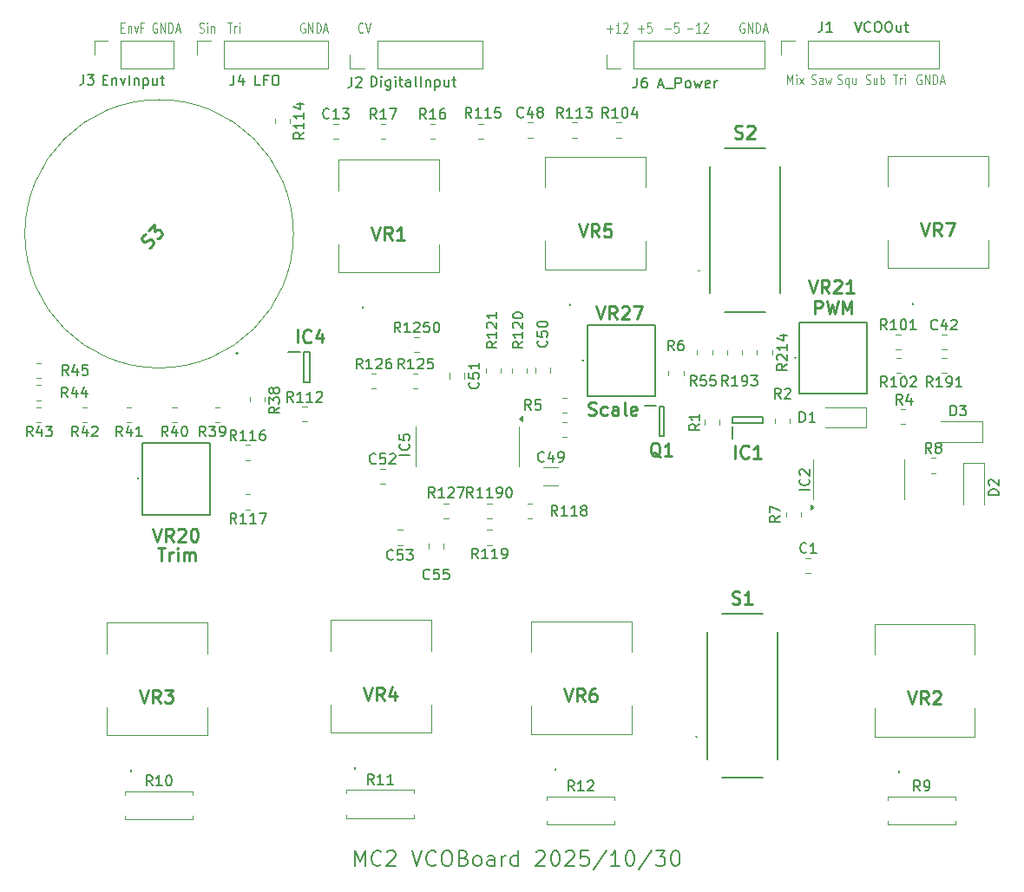
<source format=gbr>
%TF.GenerationSoftware,KiCad,Pcbnew,9.0.3*%
%TF.CreationDate,2025-10-30T19:50:34+09:00*%
%TF.ProjectId,VCOBoard,56434f42-6f61-4726-942e-6b696361645f,rev?*%
%TF.SameCoordinates,Original*%
%TF.FileFunction,Legend,Top*%
%TF.FilePolarity,Positive*%
%FSLAX46Y46*%
G04 Gerber Fmt 4.6, Leading zero omitted, Abs format (unit mm)*
G04 Created by KiCad (PCBNEW 9.0.3) date 2025-10-30 19:50:34*
%MOMM*%
%LPD*%
G01*
G04 APERTURE LIST*
%ADD10C,0.100000*%
%ADD11C,0.254000*%
%ADD12C,0.200000*%
%ADD13C,0.150000*%
%ADD14C,0.120000*%
G04 APERTURE END LIST*
D10*
X175338417Y-49974038D02*
X175266989Y-49926419D01*
X175266989Y-49926419D02*
X175159846Y-49926419D01*
X175159846Y-49926419D02*
X175052703Y-49974038D01*
X175052703Y-49974038D02*
X174981274Y-50069276D01*
X174981274Y-50069276D02*
X174945560Y-50164514D01*
X174945560Y-50164514D02*
X174909846Y-50354990D01*
X174909846Y-50354990D02*
X174909846Y-50497847D01*
X174909846Y-50497847D02*
X174945560Y-50688323D01*
X174945560Y-50688323D02*
X174981274Y-50783561D01*
X174981274Y-50783561D02*
X175052703Y-50878800D01*
X175052703Y-50878800D02*
X175159846Y-50926419D01*
X175159846Y-50926419D02*
X175231274Y-50926419D01*
X175231274Y-50926419D02*
X175338417Y-50878800D01*
X175338417Y-50878800D02*
X175374131Y-50831180D01*
X175374131Y-50831180D02*
X175374131Y-50497847D01*
X175374131Y-50497847D02*
X175231274Y-50497847D01*
X175695560Y-50926419D02*
X175695560Y-49926419D01*
X175695560Y-49926419D02*
X176124131Y-50926419D01*
X176124131Y-50926419D02*
X176124131Y-49926419D01*
X176481274Y-50926419D02*
X176481274Y-49926419D01*
X176481274Y-49926419D02*
X176659845Y-49926419D01*
X176659845Y-49926419D02*
X176766988Y-49974038D01*
X176766988Y-49974038D02*
X176838417Y-50069276D01*
X176838417Y-50069276D02*
X176874131Y-50164514D01*
X176874131Y-50164514D02*
X176909845Y-50354990D01*
X176909845Y-50354990D02*
X176909845Y-50497847D01*
X176909845Y-50497847D02*
X176874131Y-50688323D01*
X176874131Y-50688323D02*
X176838417Y-50783561D01*
X176838417Y-50783561D02*
X176766988Y-50878800D01*
X176766988Y-50878800D02*
X176659845Y-50926419D01*
X176659845Y-50926419D02*
X176481274Y-50926419D01*
X177195560Y-50640704D02*
X177552703Y-50640704D01*
X177124131Y-50926419D02*
X177374131Y-49926419D01*
X177374131Y-49926419D02*
X177624131Y-50926419D01*
X104907446Y-45824800D02*
X105014589Y-45872419D01*
X105014589Y-45872419D02*
X105193160Y-45872419D01*
X105193160Y-45872419D02*
X105264589Y-45824800D01*
X105264589Y-45824800D02*
X105300303Y-45777180D01*
X105300303Y-45777180D02*
X105336017Y-45681942D01*
X105336017Y-45681942D02*
X105336017Y-45586704D01*
X105336017Y-45586704D02*
X105300303Y-45491466D01*
X105300303Y-45491466D02*
X105264589Y-45443847D01*
X105264589Y-45443847D02*
X105193160Y-45396228D01*
X105193160Y-45396228D02*
X105050303Y-45348609D01*
X105050303Y-45348609D02*
X104978874Y-45300990D01*
X104978874Y-45300990D02*
X104943160Y-45253371D01*
X104943160Y-45253371D02*
X104907446Y-45158133D01*
X104907446Y-45158133D02*
X104907446Y-45062895D01*
X104907446Y-45062895D02*
X104943160Y-44967657D01*
X104943160Y-44967657D02*
X104978874Y-44920038D01*
X104978874Y-44920038D02*
X105050303Y-44872419D01*
X105050303Y-44872419D02*
X105228874Y-44872419D01*
X105228874Y-44872419D02*
X105336017Y-44920038D01*
X105657446Y-45872419D02*
X105657446Y-45205752D01*
X105657446Y-44872419D02*
X105621732Y-44920038D01*
X105621732Y-44920038D02*
X105657446Y-44967657D01*
X105657446Y-44967657D02*
X105693160Y-44920038D01*
X105693160Y-44920038D02*
X105657446Y-44872419D01*
X105657446Y-44872419D02*
X105657446Y-44967657D01*
X106014589Y-45205752D02*
X106014589Y-45872419D01*
X106014589Y-45300990D02*
X106050303Y-45253371D01*
X106050303Y-45253371D02*
X106121732Y-45205752D01*
X106121732Y-45205752D02*
X106228875Y-45205752D01*
X106228875Y-45205752D02*
X106300303Y-45253371D01*
X106300303Y-45253371D02*
X106336018Y-45348609D01*
X106336018Y-45348609D02*
X106336018Y-45872419D01*
D11*
X142878628Y-83165442D02*
X143060057Y-83225918D01*
X143060057Y-83225918D02*
X143362438Y-83225918D01*
X143362438Y-83225918D02*
X143483390Y-83165442D01*
X143483390Y-83165442D02*
X143543866Y-83104965D01*
X143543866Y-83104965D02*
X143604343Y-82984013D01*
X143604343Y-82984013D02*
X143604343Y-82863061D01*
X143604343Y-82863061D02*
X143543866Y-82742108D01*
X143543866Y-82742108D02*
X143483390Y-82681632D01*
X143483390Y-82681632D02*
X143362438Y-82621156D01*
X143362438Y-82621156D02*
X143120533Y-82560680D01*
X143120533Y-82560680D02*
X142999581Y-82500203D01*
X142999581Y-82500203D02*
X142939104Y-82439727D01*
X142939104Y-82439727D02*
X142878628Y-82318775D01*
X142878628Y-82318775D02*
X142878628Y-82197822D01*
X142878628Y-82197822D02*
X142939104Y-82076870D01*
X142939104Y-82076870D02*
X142999581Y-82016394D01*
X142999581Y-82016394D02*
X143120533Y-81955918D01*
X143120533Y-81955918D02*
X143422914Y-81955918D01*
X143422914Y-81955918D02*
X143604343Y-82016394D01*
X144692914Y-83165442D02*
X144571962Y-83225918D01*
X144571962Y-83225918D02*
X144330057Y-83225918D01*
X144330057Y-83225918D02*
X144209105Y-83165442D01*
X144209105Y-83165442D02*
X144148628Y-83104965D01*
X144148628Y-83104965D02*
X144088152Y-82984013D01*
X144088152Y-82984013D02*
X144088152Y-82621156D01*
X144088152Y-82621156D02*
X144148628Y-82500203D01*
X144148628Y-82500203D02*
X144209105Y-82439727D01*
X144209105Y-82439727D02*
X144330057Y-82379251D01*
X144330057Y-82379251D02*
X144571962Y-82379251D01*
X144571962Y-82379251D02*
X144692914Y-82439727D01*
X145781485Y-83225918D02*
X145781485Y-82560680D01*
X145781485Y-82560680D02*
X145721009Y-82439727D01*
X145721009Y-82439727D02*
X145600057Y-82379251D01*
X145600057Y-82379251D02*
X145358152Y-82379251D01*
X145358152Y-82379251D02*
X145237199Y-82439727D01*
X145781485Y-83165442D02*
X145660533Y-83225918D01*
X145660533Y-83225918D02*
X145358152Y-83225918D01*
X145358152Y-83225918D02*
X145237199Y-83165442D01*
X145237199Y-83165442D02*
X145176723Y-83044489D01*
X145176723Y-83044489D02*
X145176723Y-82923537D01*
X145176723Y-82923537D02*
X145237199Y-82802584D01*
X145237199Y-82802584D02*
X145358152Y-82742108D01*
X145358152Y-82742108D02*
X145660533Y-82742108D01*
X145660533Y-82742108D02*
X145781485Y-82681632D01*
X146567676Y-83225918D02*
X146446724Y-83165442D01*
X146446724Y-83165442D02*
X146386247Y-83044489D01*
X146386247Y-83044489D02*
X146386247Y-81955918D01*
X147535295Y-83165442D02*
X147414343Y-83225918D01*
X147414343Y-83225918D02*
X147172438Y-83225918D01*
X147172438Y-83225918D02*
X147051485Y-83165442D01*
X147051485Y-83165442D02*
X146991009Y-83044489D01*
X146991009Y-83044489D02*
X146991009Y-82560680D01*
X146991009Y-82560680D02*
X147051485Y-82439727D01*
X147051485Y-82439727D02*
X147172438Y-82379251D01*
X147172438Y-82379251D02*
X147414343Y-82379251D01*
X147414343Y-82379251D02*
X147535295Y-82439727D01*
X147535295Y-82439727D02*
X147595771Y-82560680D01*
X147595771Y-82560680D02*
X147595771Y-82681632D01*
X147595771Y-82681632D02*
X146991009Y-82802584D01*
D10*
X97272360Y-45348609D02*
X97522360Y-45348609D01*
X97629503Y-45872419D02*
X97272360Y-45872419D01*
X97272360Y-45872419D02*
X97272360Y-44872419D01*
X97272360Y-44872419D02*
X97629503Y-44872419D01*
X97950931Y-45205752D02*
X97950931Y-45872419D01*
X97950931Y-45300990D02*
X97986645Y-45253371D01*
X97986645Y-45253371D02*
X98058074Y-45205752D01*
X98058074Y-45205752D02*
X98165217Y-45205752D01*
X98165217Y-45205752D02*
X98236645Y-45253371D01*
X98236645Y-45253371D02*
X98272360Y-45348609D01*
X98272360Y-45348609D02*
X98272360Y-45872419D01*
X98558073Y-45205752D02*
X98736645Y-45872419D01*
X98736645Y-45872419D02*
X98915216Y-45205752D01*
X99450931Y-45348609D02*
X99200931Y-45348609D01*
X99200931Y-45872419D02*
X99200931Y-44872419D01*
X99200931Y-44872419D02*
X99558074Y-44872419D01*
X158066417Y-44920038D02*
X157994989Y-44872419D01*
X157994989Y-44872419D02*
X157887846Y-44872419D01*
X157887846Y-44872419D02*
X157780703Y-44920038D01*
X157780703Y-44920038D02*
X157709274Y-45015276D01*
X157709274Y-45015276D02*
X157673560Y-45110514D01*
X157673560Y-45110514D02*
X157637846Y-45300990D01*
X157637846Y-45300990D02*
X157637846Y-45443847D01*
X157637846Y-45443847D02*
X157673560Y-45634323D01*
X157673560Y-45634323D02*
X157709274Y-45729561D01*
X157709274Y-45729561D02*
X157780703Y-45824800D01*
X157780703Y-45824800D02*
X157887846Y-45872419D01*
X157887846Y-45872419D02*
X157959274Y-45872419D01*
X157959274Y-45872419D02*
X158066417Y-45824800D01*
X158066417Y-45824800D02*
X158102131Y-45777180D01*
X158102131Y-45777180D02*
X158102131Y-45443847D01*
X158102131Y-45443847D02*
X157959274Y-45443847D01*
X158423560Y-45872419D02*
X158423560Y-44872419D01*
X158423560Y-44872419D02*
X158852131Y-45872419D01*
X158852131Y-45872419D02*
X158852131Y-44872419D01*
X159209274Y-45872419D02*
X159209274Y-44872419D01*
X159209274Y-44872419D02*
X159387845Y-44872419D01*
X159387845Y-44872419D02*
X159494988Y-44920038D01*
X159494988Y-44920038D02*
X159566417Y-45015276D01*
X159566417Y-45015276D02*
X159602131Y-45110514D01*
X159602131Y-45110514D02*
X159637845Y-45300990D01*
X159637845Y-45300990D02*
X159637845Y-45443847D01*
X159637845Y-45443847D02*
X159602131Y-45634323D01*
X159602131Y-45634323D02*
X159566417Y-45729561D01*
X159566417Y-45729561D02*
X159494988Y-45824800D01*
X159494988Y-45824800D02*
X159387845Y-45872419D01*
X159387845Y-45872419D02*
X159209274Y-45872419D01*
X159923560Y-45586704D02*
X160280703Y-45586704D01*
X159852131Y-45872419D02*
X160102131Y-44872419D01*
X160102131Y-44872419D02*
X160352131Y-45872419D01*
X144668760Y-45491466D02*
X145240189Y-45491466D01*
X144954474Y-45872419D02*
X144954474Y-45110514D01*
X145990188Y-45872419D02*
X145561617Y-45872419D01*
X145775902Y-45872419D02*
X145775902Y-44872419D01*
X145775902Y-44872419D02*
X145704474Y-45015276D01*
X145704474Y-45015276D02*
X145633045Y-45110514D01*
X145633045Y-45110514D02*
X145561617Y-45158133D01*
X146275903Y-44967657D02*
X146311617Y-44920038D01*
X146311617Y-44920038D02*
X146383046Y-44872419D01*
X146383046Y-44872419D02*
X146561617Y-44872419D01*
X146561617Y-44872419D02*
X146633046Y-44920038D01*
X146633046Y-44920038D02*
X146668760Y-44967657D01*
X146668760Y-44967657D02*
X146704474Y-45062895D01*
X146704474Y-45062895D02*
X146704474Y-45158133D01*
X146704474Y-45158133D02*
X146668760Y-45300990D01*
X146668760Y-45300990D02*
X146240188Y-45872419D01*
X146240188Y-45872419D02*
X146704474Y-45872419D01*
X100764017Y-44920038D02*
X100692589Y-44872419D01*
X100692589Y-44872419D02*
X100585446Y-44872419D01*
X100585446Y-44872419D02*
X100478303Y-44920038D01*
X100478303Y-44920038D02*
X100406874Y-45015276D01*
X100406874Y-45015276D02*
X100371160Y-45110514D01*
X100371160Y-45110514D02*
X100335446Y-45300990D01*
X100335446Y-45300990D02*
X100335446Y-45443847D01*
X100335446Y-45443847D02*
X100371160Y-45634323D01*
X100371160Y-45634323D02*
X100406874Y-45729561D01*
X100406874Y-45729561D02*
X100478303Y-45824800D01*
X100478303Y-45824800D02*
X100585446Y-45872419D01*
X100585446Y-45872419D02*
X100656874Y-45872419D01*
X100656874Y-45872419D02*
X100764017Y-45824800D01*
X100764017Y-45824800D02*
X100799731Y-45777180D01*
X100799731Y-45777180D02*
X100799731Y-45443847D01*
X100799731Y-45443847D02*
X100656874Y-45443847D01*
X101121160Y-45872419D02*
X101121160Y-44872419D01*
X101121160Y-44872419D02*
X101549731Y-45872419D01*
X101549731Y-45872419D02*
X101549731Y-44872419D01*
X101906874Y-45872419D02*
X101906874Y-44872419D01*
X101906874Y-44872419D02*
X102085445Y-44872419D01*
X102085445Y-44872419D02*
X102192588Y-44920038D01*
X102192588Y-44920038D02*
X102264017Y-45015276D01*
X102264017Y-45015276D02*
X102299731Y-45110514D01*
X102299731Y-45110514D02*
X102335445Y-45300990D01*
X102335445Y-45300990D02*
X102335445Y-45443847D01*
X102335445Y-45443847D02*
X102299731Y-45634323D01*
X102299731Y-45634323D02*
X102264017Y-45729561D01*
X102264017Y-45729561D02*
X102192588Y-45824800D01*
X102192588Y-45824800D02*
X102085445Y-45872419D01*
X102085445Y-45872419D02*
X101906874Y-45872419D01*
X102621160Y-45586704D02*
X102978303Y-45586704D01*
X102549731Y-45872419D02*
X102799731Y-44872419D01*
X102799731Y-44872419D02*
X103049731Y-45872419D01*
X147716760Y-45491466D02*
X148288189Y-45491466D01*
X148002474Y-45872419D02*
X148002474Y-45110514D01*
X149002474Y-44872419D02*
X148645331Y-44872419D01*
X148645331Y-44872419D02*
X148609617Y-45348609D01*
X148609617Y-45348609D02*
X148645331Y-45300990D01*
X148645331Y-45300990D02*
X148716760Y-45253371D01*
X148716760Y-45253371D02*
X148895331Y-45253371D01*
X148895331Y-45253371D02*
X148966760Y-45300990D01*
X148966760Y-45300990D02*
X149002474Y-45348609D01*
X149002474Y-45348609D02*
X149038188Y-45443847D01*
X149038188Y-45443847D02*
X149038188Y-45681942D01*
X149038188Y-45681942D02*
X149002474Y-45777180D01*
X149002474Y-45777180D02*
X148966760Y-45824800D01*
X148966760Y-45824800D02*
X148895331Y-45872419D01*
X148895331Y-45872419D02*
X148716760Y-45872419D01*
X148716760Y-45872419D02*
X148645331Y-45824800D01*
X148645331Y-45824800D02*
X148609617Y-45777180D01*
D11*
X100863400Y-96179918D02*
X101589114Y-96179918D01*
X101226257Y-97449918D02*
X101226257Y-96179918D01*
X102012447Y-97449918D02*
X102012447Y-96603251D01*
X102012447Y-96845156D02*
X102072924Y-96724203D01*
X102072924Y-96724203D02*
X102133400Y-96663727D01*
X102133400Y-96663727D02*
X102254352Y-96603251D01*
X102254352Y-96603251D02*
X102375305Y-96603251D01*
X102798637Y-97449918D02*
X102798637Y-96603251D01*
X102798637Y-96179918D02*
X102738161Y-96240394D01*
X102738161Y-96240394D02*
X102798637Y-96300870D01*
X102798637Y-96300870D02*
X102859114Y-96240394D01*
X102859114Y-96240394D02*
X102798637Y-96179918D01*
X102798637Y-96179918D02*
X102798637Y-96300870D01*
X103403399Y-97449918D02*
X103403399Y-96603251D01*
X103403399Y-96724203D02*
X103463876Y-96663727D01*
X103463876Y-96663727D02*
X103584828Y-96603251D01*
X103584828Y-96603251D02*
X103766257Y-96603251D01*
X103766257Y-96603251D02*
X103887209Y-96663727D01*
X103887209Y-96663727D02*
X103947685Y-96784680D01*
X103947685Y-96784680D02*
X103947685Y-97449918D01*
X103947685Y-96784680D02*
X104008161Y-96663727D01*
X104008161Y-96663727D02*
X104129114Y-96603251D01*
X104129114Y-96603251D02*
X104310542Y-96603251D01*
X104310542Y-96603251D02*
X104431495Y-96663727D01*
X104431495Y-96663727D02*
X104491971Y-96784680D01*
X104491971Y-96784680D02*
X104491971Y-97449918D01*
D10*
X115191217Y-44920038D02*
X115119789Y-44872419D01*
X115119789Y-44872419D02*
X115012646Y-44872419D01*
X115012646Y-44872419D02*
X114905503Y-44920038D01*
X114905503Y-44920038D02*
X114834074Y-45015276D01*
X114834074Y-45015276D02*
X114798360Y-45110514D01*
X114798360Y-45110514D02*
X114762646Y-45300990D01*
X114762646Y-45300990D02*
X114762646Y-45443847D01*
X114762646Y-45443847D02*
X114798360Y-45634323D01*
X114798360Y-45634323D02*
X114834074Y-45729561D01*
X114834074Y-45729561D02*
X114905503Y-45824800D01*
X114905503Y-45824800D02*
X115012646Y-45872419D01*
X115012646Y-45872419D02*
X115084074Y-45872419D01*
X115084074Y-45872419D02*
X115191217Y-45824800D01*
X115191217Y-45824800D02*
X115226931Y-45777180D01*
X115226931Y-45777180D02*
X115226931Y-45443847D01*
X115226931Y-45443847D02*
X115084074Y-45443847D01*
X115548360Y-45872419D02*
X115548360Y-44872419D01*
X115548360Y-44872419D02*
X115976931Y-45872419D01*
X115976931Y-45872419D02*
X115976931Y-44872419D01*
X116334074Y-45872419D02*
X116334074Y-44872419D01*
X116334074Y-44872419D02*
X116512645Y-44872419D01*
X116512645Y-44872419D02*
X116619788Y-44920038D01*
X116619788Y-44920038D02*
X116691217Y-45015276D01*
X116691217Y-45015276D02*
X116726931Y-45110514D01*
X116726931Y-45110514D02*
X116762645Y-45300990D01*
X116762645Y-45300990D02*
X116762645Y-45443847D01*
X116762645Y-45443847D02*
X116726931Y-45634323D01*
X116726931Y-45634323D02*
X116691217Y-45729561D01*
X116691217Y-45729561D02*
X116619788Y-45824800D01*
X116619788Y-45824800D02*
X116512645Y-45872419D01*
X116512645Y-45872419D02*
X116334074Y-45872419D01*
X117048360Y-45586704D02*
X117405503Y-45586704D01*
X116976931Y-45872419D02*
X117226931Y-44872419D01*
X117226931Y-44872419D02*
X117476931Y-45872419D01*
X167188246Y-50878800D02*
X167295389Y-50926419D01*
X167295389Y-50926419D02*
X167473960Y-50926419D01*
X167473960Y-50926419D02*
X167545389Y-50878800D01*
X167545389Y-50878800D02*
X167581103Y-50831180D01*
X167581103Y-50831180D02*
X167616817Y-50735942D01*
X167616817Y-50735942D02*
X167616817Y-50640704D01*
X167616817Y-50640704D02*
X167581103Y-50545466D01*
X167581103Y-50545466D02*
X167545389Y-50497847D01*
X167545389Y-50497847D02*
X167473960Y-50450228D01*
X167473960Y-50450228D02*
X167331103Y-50402609D01*
X167331103Y-50402609D02*
X167259674Y-50354990D01*
X167259674Y-50354990D02*
X167223960Y-50307371D01*
X167223960Y-50307371D02*
X167188246Y-50212133D01*
X167188246Y-50212133D02*
X167188246Y-50116895D01*
X167188246Y-50116895D02*
X167223960Y-50021657D01*
X167223960Y-50021657D02*
X167259674Y-49974038D01*
X167259674Y-49974038D02*
X167331103Y-49926419D01*
X167331103Y-49926419D02*
X167509674Y-49926419D01*
X167509674Y-49926419D02*
X167616817Y-49974038D01*
X168259675Y-50259752D02*
X168259675Y-51259752D01*
X168259675Y-50878800D02*
X168188246Y-50926419D01*
X168188246Y-50926419D02*
X168045389Y-50926419D01*
X168045389Y-50926419D02*
X167973960Y-50878800D01*
X167973960Y-50878800D02*
X167938246Y-50831180D01*
X167938246Y-50831180D02*
X167902532Y-50735942D01*
X167902532Y-50735942D02*
X167902532Y-50450228D01*
X167902532Y-50450228D02*
X167938246Y-50354990D01*
X167938246Y-50354990D02*
X167973960Y-50307371D01*
X167973960Y-50307371D02*
X168045389Y-50259752D01*
X168045389Y-50259752D02*
X168188246Y-50259752D01*
X168188246Y-50259752D02*
X168259675Y-50307371D01*
X168938246Y-50259752D02*
X168938246Y-50926419D01*
X168616817Y-50259752D02*
X168616817Y-50783561D01*
X168616817Y-50783561D02*
X168652531Y-50878800D01*
X168652531Y-50878800D02*
X168723960Y-50926419D01*
X168723960Y-50926419D02*
X168831103Y-50926419D01*
X168831103Y-50926419D02*
X168902531Y-50878800D01*
X168902531Y-50878800D02*
X168938246Y-50831180D01*
X120865731Y-45777180D02*
X120830017Y-45824800D01*
X120830017Y-45824800D02*
X120722874Y-45872419D01*
X120722874Y-45872419D02*
X120651446Y-45872419D01*
X120651446Y-45872419D02*
X120544303Y-45824800D01*
X120544303Y-45824800D02*
X120472874Y-45729561D01*
X120472874Y-45729561D02*
X120437160Y-45634323D01*
X120437160Y-45634323D02*
X120401446Y-45443847D01*
X120401446Y-45443847D02*
X120401446Y-45300990D01*
X120401446Y-45300990D02*
X120437160Y-45110514D01*
X120437160Y-45110514D02*
X120472874Y-45015276D01*
X120472874Y-45015276D02*
X120544303Y-44920038D01*
X120544303Y-44920038D02*
X120651446Y-44872419D01*
X120651446Y-44872419D02*
X120722874Y-44872419D01*
X120722874Y-44872419D02*
X120830017Y-44920038D01*
X120830017Y-44920038D02*
X120865731Y-44967657D01*
X121080017Y-44872419D02*
X121330017Y-45872419D01*
X121330017Y-45872419D02*
X121580017Y-44872419D01*
X150358360Y-45491466D02*
X150929789Y-45491466D01*
X151644074Y-44872419D02*
X151286931Y-44872419D01*
X151286931Y-44872419D02*
X151251217Y-45348609D01*
X151251217Y-45348609D02*
X151286931Y-45300990D01*
X151286931Y-45300990D02*
X151358360Y-45253371D01*
X151358360Y-45253371D02*
X151536931Y-45253371D01*
X151536931Y-45253371D02*
X151608360Y-45300990D01*
X151608360Y-45300990D02*
X151644074Y-45348609D01*
X151644074Y-45348609D02*
X151679788Y-45443847D01*
X151679788Y-45443847D02*
X151679788Y-45681942D01*
X151679788Y-45681942D02*
X151644074Y-45777180D01*
X151644074Y-45777180D02*
X151608360Y-45824800D01*
X151608360Y-45824800D02*
X151536931Y-45872419D01*
X151536931Y-45872419D02*
X151358360Y-45872419D01*
X151358360Y-45872419D02*
X151286931Y-45824800D01*
X151286931Y-45824800D02*
X151251217Y-45777180D01*
X107680817Y-44872419D02*
X108109389Y-44872419D01*
X107895103Y-45872419D02*
X107895103Y-44872419D01*
X108359389Y-45872419D02*
X108359389Y-45205752D01*
X108359389Y-45396228D02*
X108395103Y-45300990D01*
X108395103Y-45300990D02*
X108430818Y-45253371D01*
X108430818Y-45253371D02*
X108502246Y-45205752D01*
X108502246Y-45205752D02*
X108573675Y-45205752D01*
X108823675Y-45872419D02*
X108823675Y-45205752D01*
X108823675Y-44872419D02*
X108787961Y-44920038D01*
X108787961Y-44920038D02*
X108823675Y-44967657D01*
X108823675Y-44967657D02*
X108859389Y-44920038D01*
X108859389Y-44920038D02*
X108823675Y-44872419D01*
X108823675Y-44872419D02*
X108823675Y-44967657D01*
X162296360Y-50926419D02*
X162296360Y-49926419D01*
X162296360Y-49926419D02*
X162546360Y-50640704D01*
X162546360Y-50640704D02*
X162796360Y-49926419D01*
X162796360Y-49926419D02*
X162796360Y-50926419D01*
X163153503Y-50926419D02*
X163153503Y-50259752D01*
X163153503Y-49926419D02*
X163117789Y-49974038D01*
X163117789Y-49974038D02*
X163153503Y-50021657D01*
X163153503Y-50021657D02*
X163189217Y-49974038D01*
X163189217Y-49974038D02*
X163153503Y-49926419D01*
X163153503Y-49926419D02*
X163153503Y-50021657D01*
X163439217Y-50926419D02*
X163832075Y-50259752D01*
X163439217Y-50259752D02*
X163832075Y-50926419D01*
X164648246Y-50878800D02*
X164755389Y-50926419D01*
X164755389Y-50926419D02*
X164933960Y-50926419D01*
X164933960Y-50926419D02*
X165005389Y-50878800D01*
X165005389Y-50878800D02*
X165041103Y-50831180D01*
X165041103Y-50831180D02*
X165076817Y-50735942D01*
X165076817Y-50735942D02*
X165076817Y-50640704D01*
X165076817Y-50640704D02*
X165041103Y-50545466D01*
X165041103Y-50545466D02*
X165005389Y-50497847D01*
X165005389Y-50497847D02*
X164933960Y-50450228D01*
X164933960Y-50450228D02*
X164791103Y-50402609D01*
X164791103Y-50402609D02*
X164719674Y-50354990D01*
X164719674Y-50354990D02*
X164683960Y-50307371D01*
X164683960Y-50307371D02*
X164648246Y-50212133D01*
X164648246Y-50212133D02*
X164648246Y-50116895D01*
X164648246Y-50116895D02*
X164683960Y-50021657D01*
X164683960Y-50021657D02*
X164719674Y-49974038D01*
X164719674Y-49974038D02*
X164791103Y-49926419D01*
X164791103Y-49926419D02*
X164969674Y-49926419D01*
X164969674Y-49926419D02*
X165076817Y-49974038D01*
X165719675Y-50926419D02*
X165719675Y-50402609D01*
X165719675Y-50402609D02*
X165683960Y-50307371D01*
X165683960Y-50307371D02*
X165612532Y-50259752D01*
X165612532Y-50259752D02*
X165469675Y-50259752D01*
X165469675Y-50259752D02*
X165398246Y-50307371D01*
X165719675Y-50878800D02*
X165648246Y-50926419D01*
X165648246Y-50926419D02*
X165469675Y-50926419D01*
X165469675Y-50926419D02*
X165398246Y-50878800D01*
X165398246Y-50878800D02*
X165362532Y-50783561D01*
X165362532Y-50783561D02*
X165362532Y-50688323D01*
X165362532Y-50688323D02*
X165398246Y-50593085D01*
X165398246Y-50593085D02*
X165469675Y-50545466D01*
X165469675Y-50545466D02*
X165648246Y-50545466D01*
X165648246Y-50545466D02*
X165719675Y-50497847D01*
X166005388Y-50259752D02*
X166148246Y-50926419D01*
X166148246Y-50926419D02*
X166291103Y-50450228D01*
X166291103Y-50450228D02*
X166433960Y-50926419D01*
X166433960Y-50926419D02*
X166576817Y-50259752D01*
X169931446Y-50878800D02*
X170038589Y-50926419D01*
X170038589Y-50926419D02*
X170217160Y-50926419D01*
X170217160Y-50926419D02*
X170288589Y-50878800D01*
X170288589Y-50878800D02*
X170324303Y-50831180D01*
X170324303Y-50831180D02*
X170360017Y-50735942D01*
X170360017Y-50735942D02*
X170360017Y-50640704D01*
X170360017Y-50640704D02*
X170324303Y-50545466D01*
X170324303Y-50545466D02*
X170288589Y-50497847D01*
X170288589Y-50497847D02*
X170217160Y-50450228D01*
X170217160Y-50450228D02*
X170074303Y-50402609D01*
X170074303Y-50402609D02*
X170002874Y-50354990D01*
X170002874Y-50354990D02*
X169967160Y-50307371D01*
X169967160Y-50307371D02*
X169931446Y-50212133D01*
X169931446Y-50212133D02*
X169931446Y-50116895D01*
X169931446Y-50116895D02*
X169967160Y-50021657D01*
X169967160Y-50021657D02*
X170002874Y-49974038D01*
X170002874Y-49974038D02*
X170074303Y-49926419D01*
X170074303Y-49926419D02*
X170252874Y-49926419D01*
X170252874Y-49926419D02*
X170360017Y-49974038D01*
X171002875Y-50259752D02*
X171002875Y-50926419D01*
X170681446Y-50259752D02*
X170681446Y-50783561D01*
X170681446Y-50783561D02*
X170717160Y-50878800D01*
X170717160Y-50878800D02*
X170788589Y-50926419D01*
X170788589Y-50926419D02*
X170895732Y-50926419D01*
X170895732Y-50926419D02*
X170967160Y-50878800D01*
X170967160Y-50878800D02*
X171002875Y-50831180D01*
X171360017Y-50926419D02*
X171360017Y-49926419D01*
X171360017Y-50307371D02*
X171431446Y-50259752D01*
X171431446Y-50259752D02*
X171574303Y-50259752D01*
X171574303Y-50259752D02*
X171645731Y-50307371D01*
X171645731Y-50307371D02*
X171681446Y-50354990D01*
X171681446Y-50354990D02*
X171717160Y-50450228D01*
X171717160Y-50450228D02*
X171717160Y-50735942D01*
X171717160Y-50735942D02*
X171681446Y-50831180D01*
X171681446Y-50831180D02*
X171645731Y-50878800D01*
X171645731Y-50878800D02*
X171574303Y-50926419D01*
X171574303Y-50926419D02*
X171431446Y-50926419D01*
X171431446Y-50926419D02*
X171360017Y-50878800D01*
X172603217Y-49926419D02*
X173031789Y-49926419D01*
X172817503Y-50926419D02*
X172817503Y-49926419D01*
X173281789Y-50926419D02*
X173281789Y-50259752D01*
X173281789Y-50450228D02*
X173317503Y-50354990D01*
X173317503Y-50354990D02*
X173353218Y-50307371D01*
X173353218Y-50307371D02*
X173424646Y-50259752D01*
X173424646Y-50259752D02*
X173496075Y-50259752D01*
X173746075Y-50926419D02*
X173746075Y-50259752D01*
X173746075Y-49926419D02*
X173710361Y-49974038D01*
X173710361Y-49974038D02*
X173746075Y-50021657D01*
X173746075Y-50021657D02*
X173781789Y-49974038D01*
X173781789Y-49974038D02*
X173746075Y-49926419D01*
X173746075Y-49926419D02*
X173746075Y-50021657D01*
D12*
X120071920Y-127263228D02*
X120071920Y-125763228D01*
X120071920Y-125763228D02*
X120571920Y-126834657D01*
X120571920Y-126834657D02*
X121071920Y-125763228D01*
X121071920Y-125763228D02*
X121071920Y-127263228D01*
X122643349Y-127120371D02*
X122571921Y-127191800D01*
X122571921Y-127191800D02*
X122357635Y-127263228D01*
X122357635Y-127263228D02*
X122214778Y-127263228D01*
X122214778Y-127263228D02*
X122000492Y-127191800D01*
X122000492Y-127191800D02*
X121857635Y-127048942D01*
X121857635Y-127048942D02*
X121786206Y-126906085D01*
X121786206Y-126906085D02*
X121714778Y-126620371D01*
X121714778Y-126620371D02*
X121714778Y-126406085D01*
X121714778Y-126406085D02*
X121786206Y-126120371D01*
X121786206Y-126120371D02*
X121857635Y-125977514D01*
X121857635Y-125977514D02*
X122000492Y-125834657D01*
X122000492Y-125834657D02*
X122214778Y-125763228D01*
X122214778Y-125763228D02*
X122357635Y-125763228D01*
X122357635Y-125763228D02*
X122571921Y-125834657D01*
X122571921Y-125834657D02*
X122643349Y-125906085D01*
X123214778Y-125906085D02*
X123286206Y-125834657D01*
X123286206Y-125834657D02*
X123429064Y-125763228D01*
X123429064Y-125763228D02*
X123786206Y-125763228D01*
X123786206Y-125763228D02*
X123929064Y-125834657D01*
X123929064Y-125834657D02*
X124000492Y-125906085D01*
X124000492Y-125906085D02*
X124071921Y-126048942D01*
X124071921Y-126048942D02*
X124071921Y-126191800D01*
X124071921Y-126191800D02*
X124000492Y-126406085D01*
X124000492Y-126406085D02*
X123143349Y-127263228D01*
X123143349Y-127263228D02*
X124071921Y-127263228D01*
X125643349Y-125763228D02*
X126143349Y-127263228D01*
X126143349Y-127263228D02*
X126643349Y-125763228D01*
X128000491Y-127120371D02*
X127929063Y-127191800D01*
X127929063Y-127191800D02*
X127714777Y-127263228D01*
X127714777Y-127263228D02*
X127571920Y-127263228D01*
X127571920Y-127263228D02*
X127357634Y-127191800D01*
X127357634Y-127191800D02*
X127214777Y-127048942D01*
X127214777Y-127048942D02*
X127143348Y-126906085D01*
X127143348Y-126906085D02*
X127071920Y-126620371D01*
X127071920Y-126620371D02*
X127071920Y-126406085D01*
X127071920Y-126406085D02*
X127143348Y-126120371D01*
X127143348Y-126120371D02*
X127214777Y-125977514D01*
X127214777Y-125977514D02*
X127357634Y-125834657D01*
X127357634Y-125834657D02*
X127571920Y-125763228D01*
X127571920Y-125763228D02*
X127714777Y-125763228D01*
X127714777Y-125763228D02*
X127929063Y-125834657D01*
X127929063Y-125834657D02*
X128000491Y-125906085D01*
X128929063Y-125763228D02*
X129214777Y-125763228D01*
X129214777Y-125763228D02*
X129357634Y-125834657D01*
X129357634Y-125834657D02*
X129500491Y-125977514D01*
X129500491Y-125977514D02*
X129571920Y-126263228D01*
X129571920Y-126263228D02*
X129571920Y-126763228D01*
X129571920Y-126763228D02*
X129500491Y-127048942D01*
X129500491Y-127048942D02*
X129357634Y-127191800D01*
X129357634Y-127191800D02*
X129214777Y-127263228D01*
X129214777Y-127263228D02*
X128929063Y-127263228D01*
X128929063Y-127263228D02*
X128786206Y-127191800D01*
X128786206Y-127191800D02*
X128643348Y-127048942D01*
X128643348Y-127048942D02*
X128571920Y-126763228D01*
X128571920Y-126763228D02*
X128571920Y-126263228D01*
X128571920Y-126263228D02*
X128643348Y-125977514D01*
X128643348Y-125977514D02*
X128786206Y-125834657D01*
X128786206Y-125834657D02*
X128929063Y-125763228D01*
X130714777Y-126477514D02*
X130929063Y-126548942D01*
X130929063Y-126548942D02*
X131000492Y-126620371D01*
X131000492Y-126620371D02*
X131071920Y-126763228D01*
X131071920Y-126763228D02*
X131071920Y-126977514D01*
X131071920Y-126977514D02*
X131000492Y-127120371D01*
X131000492Y-127120371D02*
X130929063Y-127191800D01*
X130929063Y-127191800D02*
X130786206Y-127263228D01*
X130786206Y-127263228D02*
X130214777Y-127263228D01*
X130214777Y-127263228D02*
X130214777Y-125763228D01*
X130214777Y-125763228D02*
X130714777Y-125763228D01*
X130714777Y-125763228D02*
X130857635Y-125834657D01*
X130857635Y-125834657D02*
X130929063Y-125906085D01*
X130929063Y-125906085D02*
X131000492Y-126048942D01*
X131000492Y-126048942D02*
X131000492Y-126191800D01*
X131000492Y-126191800D02*
X130929063Y-126334657D01*
X130929063Y-126334657D02*
X130857635Y-126406085D01*
X130857635Y-126406085D02*
X130714777Y-126477514D01*
X130714777Y-126477514D02*
X130214777Y-126477514D01*
X131929063Y-127263228D02*
X131786206Y-127191800D01*
X131786206Y-127191800D02*
X131714777Y-127120371D01*
X131714777Y-127120371D02*
X131643349Y-126977514D01*
X131643349Y-126977514D02*
X131643349Y-126548942D01*
X131643349Y-126548942D02*
X131714777Y-126406085D01*
X131714777Y-126406085D02*
X131786206Y-126334657D01*
X131786206Y-126334657D02*
X131929063Y-126263228D01*
X131929063Y-126263228D02*
X132143349Y-126263228D01*
X132143349Y-126263228D02*
X132286206Y-126334657D01*
X132286206Y-126334657D02*
X132357635Y-126406085D01*
X132357635Y-126406085D02*
X132429063Y-126548942D01*
X132429063Y-126548942D02*
X132429063Y-126977514D01*
X132429063Y-126977514D02*
X132357635Y-127120371D01*
X132357635Y-127120371D02*
X132286206Y-127191800D01*
X132286206Y-127191800D02*
X132143349Y-127263228D01*
X132143349Y-127263228D02*
X131929063Y-127263228D01*
X133714778Y-127263228D02*
X133714778Y-126477514D01*
X133714778Y-126477514D02*
X133643349Y-126334657D01*
X133643349Y-126334657D02*
X133500492Y-126263228D01*
X133500492Y-126263228D02*
X133214778Y-126263228D01*
X133214778Y-126263228D02*
X133071920Y-126334657D01*
X133714778Y-127191800D02*
X133571920Y-127263228D01*
X133571920Y-127263228D02*
X133214778Y-127263228D01*
X133214778Y-127263228D02*
X133071920Y-127191800D01*
X133071920Y-127191800D02*
X133000492Y-127048942D01*
X133000492Y-127048942D02*
X133000492Y-126906085D01*
X133000492Y-126906085D02*
X133071920Y-126763228D01*
X133071920Y-126763228D02*
X133214778Y-126691800D01*
X133214778Y-126691800D02*
X133571920Y-126691800D01*
X133571920Y-126691800D02*
X133714778Y-126620371D01*
X134429063Y-127263228D02*
X134429063Y-126263228D01*
X134429063Y-126548942D02*
X134500492Y-126406085D01*
X134500492Y-126406085D02*
X134571921Y-126334657D01*
X134571921Y-126334657D02*
X134714778Y-126263228D01*
X134714778Y-126263228D02*
X134857635Y-126263228D01*
X136000492Y-127263228D02*
X136000492Y-125763228D01*
X136000492Y-127191800D02*
X135857634Y-127263228D01*
X135857634Y-127263228D02*
X135571920Y-127263228D01*
X135571920Y-127263228D02*
X135429063Y-127191800D01*
X135429063Y-127191800D02*
X135357634Y-127120371D01*
X135357634Y-127120371D02*
X135286206Y-126977514D01*
X135286206Y-126977514D02*
X135286206Y-126548942D01*
X135286206Y-126548942D02*
X135357634Y-126406085D01*
X135357634Y-126406085D02*
X135429063Y-126334657D01*
X135429063Y-126334657D02*
X135571920Y-126263228D01*
X135571920Y-126263228D02*
X135857634Y-126263228D01*
X135857634Y-126263228D02*
X136000492Y-126334657D01*
X137786206Y-125906085D02*
X137857634Y-125834657D01*
X137857634Y-125834657D02*
X138000492Y-125763228D01*
X138000492Y-125763228D02*
X138357634Y-125763228D01*
X138357634Y-125763228D02*
X138500492Y-125834657D01*
X138500492Y-125834657D02*
X138571920Y-125906085D01*
X138571920Y-125906085D02*
X138643349Y-126048942D01*
X138643349Y-126048942D02*
X138643349Y-126191800D01*
X138643349Y-126191800D02*
X138571920Y-126406085D01*
X138571920Y-126406085D02*
X137714777Y-127263228D01*
X137714777Y-127263228D02*
X138643349Y-127263228D01*
X139571920Y-125763228D02*
X139714777Y-125763228D01*
X139714777Y-125763228D02*
X139857634Y-125834657D01*
X139857634Y-125834657D02*
X139929063Y-125906085D01*
X139929063Y-125906085D02*
X140000491Y-126048942D01*
X140000491Y-126048942D02*
X140071920Y-126334657D01*
X140071920Y-126334657D02*
X140071920Y-126691800D01*
X140071920Y-126691800D02*
X140000491Y-126977514D01*
X140000491Y-126977514D02*
X139929063Y-127120371D01*
X139929063Y-127120371D02*
X139857634Y-127191800D01*
X139857634Y-127191800D02*
X139714777Y-127263228D01*
X139714777Y-127263228D02*
X139571920Y-127263228D01*
X139571920Y-127263228D02*
X139429063Y-127191800D01*
X139429063Y-127191800D02*
X139357634Y-127120371D01*
X139357634Y-127120371D02*
X139286205Y-126977514D01*
X139286205Y-126977514D02*
X139214777Y-126691800D01*
X139214777Y-126691800D02*
X139214777Y-126334657D01*
X139214777Y-126334657D02*
X139286205Y-126048942D01*
X139286205Y-126048942D02*
X139357634Y-125906085D01*
X139357634Y-125906085D02*
X139429063Y-125834657D01*
X139429063Y-125834657D02*
X139571920Y-125763228D01*
X140643348Y-125906085D02*
X140714776Y-125834657D01*
X140714776Y-125834657D02*
X140857634Y-125763228D01*
X140857634Y-125763228D02*
X141214776Y-125763228D01*
X141214776Y-125763228D02*
X141357634Y-125834657D01*
X141357634Y-125834657D02*
X141429062Y-125906085D01*
X141429062Y-125906085D02*
X141500491Y-126048942D01*
X141500491Y-126048942D02*
X141500491Y-126191800D01*
X141500491Y-126191800D02*
X141429062Y-126406085D01*
X141429062Y-126406085D02*
X140571919Y-127263228D01*
X140571919Y-127263228D02*
X141500491Y-127263228D01*
X142857633Y-125763228D02*
X142143347Y-125763228D01*
X142143347Y-125763228D02*
X142071919Y-126477514D01*
X142071919Y-126477514D02*
X142143347Y-126406085D01*
X142143347Y-126406085D02*
X142286205Y-126334657D01*
X142286205Y-126334657D02*
X142643347Y-126334657D01*
X142643347Y-126334657D02*
X142786205Y-126406085D01*
X142786205Y-126406085D02*
X142857633Y-126477514D01*
X142857633Y-126477514D02*
X142929062Y-126620371D01*
X142929062Y-126620371D02*
X142929062Y-126977514D01*
X142929062Y-126977514D02*
X142857633Y-127120371D01*
X142857633Y-127120371D02*
X142786205Y-127191800D01*
X142786205Y-127191800D02*
X142643347Y-127263228D01*
X142643347Y-127263228D02*
X142286205Y-127263228D01*
X142286205Y-127263228D02*
X142143347Y-127191800D01*
X142143347Y-127191800D02*
X142071919Y-127120371D01*
X144643347Y-125691800D02*
X143357633Y-127620371D01*
X145929062Y-127263228D02*
X145071919Y-127263228D01*
X145500490Y-127263228D02*
X145500490Y-125763228D01*
X145500490Y-125763228D02*
X145357633Y-125977514D01*
X145357633Y-125977514D02*
X145214776Y-126120371D01*
X145214776Y-126120371D02*
X145071919Y-126191800D01*
X146857633Y-125763228D02*
X147000490Y-125763228D01*
X147000490Y-125763228D02*
X147143347Y-125834657D01*
X147143347Y-125834657D02*
X147214776Y-125906085D01*
X147214776Y-125906085D02*
X147286204Y-126048942D01*
X147286204Y-126048942D02*
X147357633Y-126334657D01*
X147357633Y-126334657D02*
X147357633Y-126691800D01*
X147357633Y-126691800D02*
X147286204Y-126977514D01*
X147286204Y-126977514D02*
X147214776Y-127120371D01*
X147214776Y-127120371D02*
X147143347Y-127191800D01*
X147143347Y-127191800D02*
X147000490Y-127263228D01*
X147000490Y-127263228D02*
X146857633Y-127263228D01*
X146857633Y-127263228D02*
X146714776Y-127191800D01*
X146714776Y-127191800D02*
X146643347Y-127120371D01*
X146643347Y-127120371D02*
X146571918Y-126977514D01*
X146571918Y-126977514D02*
X146500490Y-126691800D01*
X146500490Y-126691800D02*
X146500490Y-126334657D01*
X146500490Y-126334657D02*
X146571918Y-126048942D01*
X146571918Y-126048942D02*
X146643347Y-125906085D01*
X146643347Y-125906085D02*
X146714776Y-125834657D01*
X146714776Y-125834657D02*
X146857633Y-125763228D01*
X149071918Y-125691800D02*
X147786204Y-127620371D01*
X149429061Y-125763228D02*
X150357633Y-125763228D01*
X150357633Y-125763228D02*
X149857633Y-126334657D01*
X149857633Y-126334657D02*
X150071918Y-126334657D01*
X150071918Y-126334657D02*
X150214776Y-126406085D01*
X150214776Y-126406085D02*
X150286204Y-126477514D01*
X150286204Y-126477514D02*
X150357633Y-126620371D01*
X150357633Y-126620371D02*
X150357633Y-126977514D01*
X150357633Y-126977514D02*
X150286204Y-127120371D01*
X150286204Y-127120371D02*
X150214776Y-127191800D01*
X150214776Y-127191800D02*
X150071918Y-127263228D01*
X150071918Y-127263228D02*
X149643347Y-127263228D01*
X149643347Y-127263228D02*
X149500490Y-127191800D01*
X149500490Y-127191800D02*
X149429061Y-127120371D01*
X151286204Y-125763228D02*
X151429061Y-125763228D01*
X151429061Y-125763228D02*
X151571918Y-125834657D01*
X151571918Y-125834657D02*
X151643347Y-125906085D01*
X151643347Y-125906085D02*
X151714775Y-126048942D01*
X151714775Y-126048942D02*
X151786204Y-126334657D01*
X151786204Y-126334657D02*
X151786204Y-126691800D01*
X151786204Y-126691800D02*
X151714775Y-126977514D01*
X151714775Y-126977514D02*
X151643347Y-127120371D01*
X151643347Y-127120371D02*
X151571918Y-127191800D01*
X151571918Y-127191800D02*
X151429061Y-127263228D01*
X151429061Y-127263228D02*
X151286204Y-127263228D01*
X151286204Y-127263228D02*
X151143347Y-127191800D01*
X151143347Y-127191800D02*
X151071918Y-127120371D01*
X151071918Y-127120371D02*
X151000489Y-126977514D01*
X151000489Y-126977514D02*
X150929061Y-126691800D01*
X150929061Y-126691800D02*
X150929061Y-126334657D01*
X150929061Y-126334657D02*
X151000489Y-126048942D01*
X151000489Y-126048942D02*
X151071918Y-125906085D01*
X151071918Y-125906085D02*
X151143347Y-125834657D01*
X151143347Y-125834657D02*
X151286204Y-125763228D01*
D10*
X152491960Y-45491466D02*
X153063389Y-45491466D01*
X153813388Y-45872419D02*
X153384817Y-45872419D01*
X153599102Y-45872419D02*
X153599102Y-44872419D01*
X153599102Y-44872419D02*
X153527674Y-45015276D01*
X153527674Y-45015276D02*
X153456245Y-45110514D01*
X153456245Y-45110514D02*
X153384817Y-45158133D01*
X154099103Y-44967657D02*
X154134817Y-44920038D01*
X154134817Y-44920038D02*
X154206246Y-44872419D01*
X154206246Y-44872419D02*
X154384817Y-44872419D01*
X154384817Y-44872419D02*
X154456246Y-44920038D01*
X154456246Y-44920038D02*
X154491960Y-44967657D01*
X154491960Y-44967657D02*
X154527674Y-45062895D01*
X154527674Y-45062895D02*
X154527674Y-45158133D01*
X154527674Y-45158133D02*
X154491960Y-45300990D01*
X154491960Y-45300990D02*
X154063388Y-45872419D01*
X154063388Y-45872419D02*
X154527674Y-45872419D01*
D11*
X164985951Y-73319918D02*
X164985951Y-72049918D01*
X164985951Y-72049918D02*
X165469761Y-72049918D01*
X165469761Y-72049918D02*
X165590713Y-72110394D01*
X165590713Y-72110394D02*
X165651190Y-72170870D01*
X165651190Y-72170870D02*
X165711666Y-72291822D01*
X165711666Y-72291822D02*
X165711666Y-72473251D01*
X165711666Y-72473251D02*
X165651190Y-72594203D01*
X165651190Y-72594203D02*
X165590713Y-72654680D01*
X165590713Y-72654680D02*
X165469761Y-72715156D01*
X165469761Y-72715156D02*
X164985951Y-72715156D01*
X166134999Y-72049918D02*
X166437380Y-73319918D01*
X166437380Y-73319918D02*
X166679285Y-72412775D01*
X166679285Y-72412775D02*
X166921190Y-73319918D01*
X166921190Y-73319918D02*
X167223571Y-72049918D01*
X167707380Y-73319918D02*
X167707380Y-72049918D01*
X167707380Y-72049918D02*
X168130714Y-72957061D01*
X168130714Y-72957061D02*
X168554047Y-72049918D01*
X168554047Y-72049918D02*
X168554047Y-73319918D01*
D13*
X115113819Y-55608047D02*
X114637628Y-55941380D01*
X115113819Y-56179475D02*
X114113819Y-56179475D01*
X114113819Y-56179475D02*
X114113819Y-55798523D01*
X114113819Y-55798523D02*
X114161438Y-55703285D01*
X114161438Y-55703285D02*
X114209057Y-55655666D01*
X114209057Y-55655666D02*
X114304295Y-55608047D01*
X114304295Y-55608047D02*
X114447152Y-55608047D01*
X114447152Y-55608047D02*
X114542390Y-55655666D01*
X114542390Y-55655666D02*
X114590009Y-55703285D01*
X114590009Y-55703285D02*
X114637628Y-55798523D01*
X114637628Y-55798523D02*
X114637628Y-56179475D01*
X115113819Y-54655666D02*
X115113819Y-55227094D01*
X115113819Y-54941380D02*
X114113819Y-54941380D01*
X114113819Y-54941380D02*
X114256676Y-55036618D01*
X114256676Y-55036618D02*
X114351914Y-55131856D01*
X114351914Y-55131856D02*
X114399533Y-55227094D01*
X115113819Y-53703285D02*
X115113819Y-54274713D01*
X115113819Y-53988999D02*
X114113819Y-53988999D01*
X114113819Y-53988999D02*
X114256676Y-54084237D01*
X114256676Y-54084237D02*
X114351914Y-54179475D01*
X114351914Y-54179475D02*
X114399533Y-54274713D01*
X114447152Y-52846142D02*
X115113819Y-52846142D01*
X114066200Y-53084237D02*
X114780485Y-53322332D01*
X114780485Y-53322332D02*
X114780485Y-52703285D01*
X105529142Y-85290819D02*
X105195809Y-84814628D01*
X104957714Y-85290819D02*
X104957714Y-84290819D01*
X104957714Y-84290819D02*
X105338666Y-84290819D01*
X105338666Y-84290819D02*
X105433904Y-84338438D01*
X105433904Y-84338438D02*
X105481523Y-84386057D01*
X105481523Y-84386057D02*
X105529142Y-84481295D01*
X105529142Y-84481295D02*
X105529142Y-84624152D01*
X105529142Y-84624152D02*
X105481523Y-84719390D01*
X105481523Y-84719390D02*
X105433904Y-84767009D01*
X105433904Y-84767009D02*
X105338666Y-84814628D01*
X105338666Y-84814628D02*
X104957714Y-84814628D01*
X105862476Y-84290819D02*
X106481523Y-84290819D01*
X106481523Y-84290819D02*
X106148190Y-84671771D01*
X106148190Y-84671771D02*
X106291047Y-84671771D01*
X106291047Y-84671771D02*
X106386285Y-84719390D01*
X106386285Y-84719390D02*
X106433904Y-84767009D01*
X106433904Y-84767009D02*
X106481523Y-84862247D01*
X106481523Y-84862247D02*
X106481523Y-85100342D01*
X106481523Y-85100342D02*
X106433904Y-85195580D01*
X106433904Y-85195580D02*
X106386285Y-85243200D01*
X106386285Y-85243200D02*
X106291047Y-85290819D01*
X106291047Y-85290819D02*
X106005333Y-85290819D01*
X106005333Y-85290819D02*
X105910095Y-85243200D01*
X105910095Y-85243200D02*
X105862476Y-85195580D01*
X106957714Y-85290819D02*
X107148190Y-85290819D01*
X107148190Y-85290819D02*
X107243428Y-85243200D01*
X107243428Y-85243200D02*
X107291047Y-85195580D01*
X107291047Y-85195580D02*
X107386285Y-85052723D01*
X107386285Y-85052723D02*
X107433904Y-84862247D01*
X107433904Y-84862247D02*
X107433904Y-84481295D01*
X107433904Y-84481295D02*
X107386285Y-84386057D01*
X107386285Y-84386057D02*
X107338666Y-84338438D01*
X107338666Y-84338438D02*
X107243428Y-84290819D01*
X107243428Y-84290819D02*
X107052952Y-84290819D01*
X107052952Y-84290819D02*
X106957714Y-84338438D01*
X106957714Y-84338438D02*
X106910095Y-84386057D01*
X106910095Y-84386057D02*
X106862476Y-84481295D01*
X106862476Y-84481295D02*
X106862476Y-84719390D01*
X106862476Y-84719390D02*
X106910095Y-84814628D01*
X106910095Y-84814628D02*
X106957714Y-84862247D01*
X106957714Y-84862247D02*
X107052952Y-84909866D01*
X107052952Y-84909866D02*
X107243428Y-84909866D01*
X107243428Y-84909866D02*
X107338666Y-84862247D01*
X107338666Y-84862247D02*
X107386285Y-84814628D01*
X107386285Y-84814628D02*
X107433904Y-84719390D01*
X161631333Y-81607819D02*
X161298000Y-81131628D01*
X161059905Y-81607819D02*
X161059905Y-80607819D01*
X161059905Y-80607819D02*
X161440857Y-80607819D01*
X161440857Y-80607819D02*
X161536095Y-80655438D01*
X161536095Y-80655438D02*
X161583714Y-80703057D01*
X161583714Y-80703057D02*
X161631333Y-80798295D01*
X161631333Y-80798295D02*
X161631333Y-80941152D01*
X161631333Y-80941152D02*
X161583714Y-81036390D01*
X161583714Y-81036390D02*
X161536095Y-81084009D01*
X161536095Y-81084009D02*
X161440857Y-81131628D01*
X161440857Y-81131628D02*
X161059905Y-81131628D01*
X162012286Y-80703057D02*
X162059905Y-80655438D01*
X162059905Y-80655438D02*
X162155143Y-80607819D01*
X162155143Y-80607819D02*
X162393238Y-80607819D01*
X162393238Y-80607819D02*
X162488476Y-80655438D01*
X162488476Y-80655438D02*
X162536095Y-80703057D01*
X162536095Y-80703057D02*
X162583714Y-80798295D01*
X162583714Y-80798295D02*
X162583714Y-80893533D01*
X162583714Y-80893533D02*
X162536095Y-81036390D01*
X162536095Y-81036390D02*
X161964667Y-81607819D01*
X161964667Y-81607819D02*
X162583714Y-81607819D01*
X93595866Y-49950019D02*
X93595866Y-50664304D01*
X93595866Y-50664304D02*
X93548247Y-50807161D01*
X93548247Y-50807161D02*
X93453009Y-50902400D01*
X93453009Y-50902400D02*
X93310152Y-50950019D01*
X93310152Y-50950019D02*
X93214914Y-50950019D01*
X93976819Y-49950019D02*
X94595866Y-49950019D01*
X94595866Y-49950019D02*
X94262533Y-50330971D01*
X94262533Y-50330971D02*
X94405390Y-50330971D01*
X94405390Y-50330971D02*
X94500628Y-50378590D01*
X94500628Y-50378590D02*
X94548247Y-50426209D01*
X94548247Y-50426209D02*
X94595866Y-50521447D01*
X94595866Y-50521447D02*
X94595866Y-50759542D01*
X94595866Y-50759542D02*
X94548247Y-50854780D01*
X94548247Y-50854780D02*
X94500628Y-50902400D01*
X94500628Y-50902400D02*
X94405390Y-50950019D01*
X94405390Y-50950019D02*
X94119676Y-50950019D01*
X94119676Y-50950019D02*
X94024438Y-50902400D01*
X94024438Y-50902400D02*
X93976819Y-50854780D01*
X95496428Y-50477009D02*
X95829761Y-50477009D01*
X95972618Y-51000819D02*
X95496428Y-51000819D01*
X95496428Y-51000819D02*
X95496428Y-50000819D01*
X95496428Y-50000819D02*
X95972618Y-50000819D01*
X96401190Y-50334152D02*
X96401190Y-51000819D01*
X96401190Y-50429390D02*
X96448809Y-50381771D01*
X96448809Y-50381771D02*
X96544047Y-50334152D01*
X96544047Y-50334152D02*
X96686904Y-50334152D01*
X96686904Y-50334152D02*
X96782142Y-50381771D01*
X96782142Y-50381771D02*
X96829761Y-50477009D01*
X96829761Y-50477009D02*
X96829761Y-51000819D01*
X97210714Y-50334152D02*
X97448809Y-51000819D01*
X97448809Y-51000819D02*
X97686904Y-50334152D01*
X98067857Y-51000819D02*
X98067857Y-50000819D01*
X98544047Y-50334152D02*
X98544047Y-51000819D01*
X98544047Y-50429390D02*
X98591666Y-50381771D01*
X98591666Y-50381771D02*
X98686904Y-50334152D01*
X98686904Y-50334152D02*
X98829761Y-50334152D01*
X98829761Y-50334152D02*
X98924999Y-50381771D01*
X98924999Y-50381771D02*
X98972618Y-50477009D01*
X98972618Y-50477009D02*
X98972618Y-51000819D01*
X99448809Y-50334152D02*
X99448809Y-51334152D01*
X99448809Y-50381771D02*
X99544047Y-50334152D01*
X99544047Y-50334152D02*
X99734523Y-50334152D01*
X99734523Y-50334152D02*
X99829761Y-50381771D01*
X99829761Y-50381771D02*
X99877380Y-50429390D01*
X99877380Y-50429390D02*
X99924999Y-50524628D01*
X99924999Y-50524628D02*
X99924999Y-50810342D01*
X99924999Y-50810342D02*
X99877380Y-50905580D01*
X99877380Y-50905580D02*
X99829761Y-50953200D01*
X99829761Y-50953200D02*
X99734523Y-51000819D01*
X99734523Y-51000819D02*
X99544047Y-51000819D01*
X99544047Y-51000819D02*
X99448809Y-50953200D01*
X100782142Y-50334152D02*
X100782142Y-51000819D01*
X100353571Y-50334152D02*
X100353571Y-50857961D01*
X100353571Y-50857961D02*
X100401190Y-50953200D01*
X100401190Y-50953200D02*
X100496428Y-51000819D01*
X100496428Y-51000819D02*
X100639285Y-51000819D01*
X100639285Y-51000819D02*
X100734523Y-50953200D01*
X100734523Y-50953200D02*
X100782142Y-50905580D01*
X101115476Y-50334152D02*
X101496428Y-50334152D01*
X101258333Y-50000819D02*
X101258333Y-50857961D01*
X101258333Y-50857961D02*
X101305952Y-50953200D01*
X101305952Y-50953200D02*
X101401190Y-51000819D01*
X101401190Y-51000819D02*
X101496428Y-51000819D01*
X141470142Y-119911819D02*
X141136809Y-119435628D01*
X140898714Y-119911819D02*
X140898714Y-118911819D01*
X140898714Y-118911819D02*
X141279666Y-118911819D01*
X141279666Y-118911819D02*
X141374904Y-118959438D01*
X141374904Y-118959438D02*
X141422523Y-119007057D01*
X141422523Y-119007057D02*
X141470142Y-119102295D01*
X141470142Y-119102295D02*
X141470142Y-119245152D01*
X141470142Y-119245152D02*
X141422523Y-119340390D01*
X141422523Y-119340390D02*
X141374904Y-119388009D01*
X141374904Y-119388009D02*
X141279666Y-119435628D01*
X141279666Y-119435628D02*
X140898714Y-119435628D01*
X142422523Y-119911819D02*
X141851095Y-119911819D01*
X142136809Y-119911819D02*
X142136809Y-118911819D01*
X142136809Y-118911819D02*
X142041571Y-119054676D01*
X142041571Y-119054676D02*
X141946333Y-119149914D01*
X141946333Y-119149914D02*
X141851095Y-119197533D01*
X142803476Y-119007057D02*
X142851095Y-118959438D01*
X142851095Y-118959438D02*
X142946333Y-118911819D01*
X142946333Y-118911819D02*
X143184428Y-118911819D01*
X143184428Y-118911819D02*
X143279666Y-118959438D01*
X143279666Y-118959438D02*
X143327285Y-119007057D01*
X143327285Y-119007057D02*
X143374904Y-119102295D01*
X143374904Y-119102295D02*
X143374904Y-119197533D01*
X143374904Y-119197533D02*
X143327285Y-119340390D01*
X143327285Y-119340390D02*
X142755857Y-119911819D01*
X142755857Y-119911819D02*
X143374904Y-119911819D01*
X176445952Y-80453819D02*
X176112619Y-79977628D01*
X175874524Y-80453819D02*
X175874524Y-79453819D01*
X175874524Y-79453819D02*
X176255476Y-79453819D01*
X176255476Y-79453819D02*
X176350714Y-79501438D01*
X176350714Y-79501438D02*
X176398333Y-79549057D01*
X176398333Y-79549057D02*
X176445952Y-79644295D01*
X176445952Y-79644295D02*
X176445952Y-79787152D01*
X176445952Y-79787152D02*
X176398333Y-79882390D01*
X176398333Y-79882390D02*
X176350714Y-79930009D01*
X176350714Y-79930009D02*
X176255476Y-79977628D01*
X176255476Y-79977628D02*
X175874524Y-79977628D01*
X177398333Y-80453819D02*
X176826905Y-80453819D01*
X177112619Y-80453819D02*
X177112619Y-79453819D01*
X177112619Y-79453819D02*
X177017381Y-79596676D01*
X177017381Y-79596676D02*
X176922143Y-79691914D01*
X176922143Y-79691914D02*
X176826905Y-79739533D01*
X177874524Y-80453819D02*
X178065000Y-80453819D01*
X178065000Y-80453819D02*
X178160238Y-80406200D01*
X178160238Y-80406200D02*
X178207857Y-80358580D01*
X178207857Y-80358580D02*
X178303095Y-80215723D01*
X178303095Y-80215723D02*
X178350714Y-80025247D01*
X178350714Y-80025247D02*
X178350714Y-79644295D01*
X178350714Y-79644295D02*
X178303095Y-79549057D01*
X178303095Y-79549057D02*
X178255476Y-79501438D01*
X178255476Y-79501438D02*
X178160238Y-79453819D01*
X178160238Y-79453819D02*
X177969762Y-79453819D01*
X177969762Y-79453819D02*
X177874524Y-79501438D01*
X177874524Y-79501438D02*
X177826905Y-79549057D01*
X177826905Y-79549057D02*
X177779286Y-79644295D01*
X177779286Y-79644295D02*
X177779286Y-79882390D01*
X177779286Y-79882390D02*
X177826905Y-79977628D01*
X177826905Y-79977628D02*
X177874524Y-80025247D01*
X177874524Y-80025247D02*
X177969762Y-80072866D01*
X177969762Y-80072866D02*
X178160238Y-80072866D01*
X178160238Y-80072866D02*
X178255476Y-80025247D01*
X178255476Y-80025247D02*
X178303095Y-79977628D01*
X178303095Y-79977628D02*
X178350714Y-79882390D01*
X179303095Y-80453819D02*
X178731667Y-80453819D01*
X179017381Y-80453819D02*
X179017381Y-79453819D01*
X179017381Y-79453819D02*
X178922143Y-79596676D01*
X178922143Y-79596676D02*
X178826905Y-79691914D01*
X178826905Y-79691914D02*
X178731667Y-79739533D01*
X124515761Y-75131819D02*
X124182428Y-74655628D01*
X123944333Y-75131819D02*
X123944333Y-74131819D01*
X123944333Y-74131819D02*
X124325285Y-74131819D01*
X124325285Y-74131819D02*
X124420523Y-74179438D01*
X124420523Y-74179438D02*
X124468142Y-74227057D01*
X124468142Y-74227057D02*
X124515761Y-74322295D01*
X124515761Y-74322295D02*
X124515761Y-74465152D01*
X124515761Y-74465152D02*
X124468142Y-74560390D01*
X124468142Y-74560390D02*
X124420523Y-74608009D01*
X124420523Y-74608009D02*
X124325285Y-74655628D01*
X124325285Y-74655628D02*
X123944333Y-74655628D01*
X125468142Y-75131819D02*
X124896714Y-75131819D01*
X125182428Y-75131819D02*
X125182428Y-74131819D01*
X125182428Y-74131819D02*
X125087190Y-74274676D01*
X125087190Y-74274676D02*
X124991952Y-74369914D01*
X124991952Y-74369914D02*
X124896714Y-74417533D01*
X125849095Y-74227057D02*
X125896714Y-74179438D01*
X125896714Y-74179438D02*
X125991952Y-74131819D01*
X125991952Y-74131819D02*
X126230047Y-74131819D01*
X126230047Y-74131819D02*
X126325285Y-74179438D01*
X126325285Y-74179438D02*
X126372904Y-74227057D01*
X126372904Y-74227057D02*
X126420523Y-74322295D01*
X126420523Y-74322295D02*
X126420523Y-74417533D01*
X126420523Y-74417533D02*
X126372904Y-74560390D01*
X126372904Y-74560390D02*
X125801476Y-75131819D01*
X125801476Y-75131819D02*
X126420523Y-75131819D01*
X127325285Y-74131819D02*
X126849095Y-74131819D01*
X126849095Y-74131819D02*
X126801476Y-74608009D01*
X126801476Y-74608009D02*
X126849095Y-74560390D01*
X126849095Y-74560390D02*
X126944333Y-74512771D01*
X126944333Y-74512771D02*
X127182428Y-74512771D01*
X127182428Y-74512771D02*
X127277666Y-74560390D01*
X127277666Y-74560390D02*
X127325285Y-74608009D01*
X127325285Y-74608009D02*
X127372904Y-74703247D01*
X127372904Y-74703247D02*
X127372904Y-74941342D01*
X127372904Y-74941342D02*
X127325285Y-75036580D01*
X127325285Y-75036580D02*
X127277666Y-75084200D01*
X127277666Y-75084200D02*
X127182428Y-75131819D01*
X127182428Y-75131819D02*
X126944333Y-75131819D01*
X126944333Y-75131819D02*
X126849095Y-75084200D01*
X126849095Y-75084200D02*
X126801476Y-75036580D01*
X127991952Y-74131819D02*
X128087190Y-74131819D01*
X128087190Y-74131819D02*
X128182428Y-74179438D01*
X128182428Y-74179438D02*
X128230047Y-74227057D01*
X128230047Y-74227057D02*
X128277666Y-74322295D01*
X128277666Y-74322295D02*
X128325285Y-74512771D01*
X128325285Y-74512771D02*
X128325285Y-74750866D01*
X128325285Y-74750866D02*
X128277666Y-74941342D01*
X128277666Y-74941342D02*
X128230047Y-75036580D01*
X128230047Y-75036580D02*
X128182428Y-75084200D01*
X128182428Y-75084200D02*
X128087190Y-75131819D01*
X128087190Y-75131819D02*
X127991952Y-75131819D01*
X127991952Y-75131819D02*
X127896714Y-75084200D01*
X127896714Y-75084200D02*
X127849095Y-75036580D01*
X127849095Y-75036580D02*
X127801476Y-74941342D01*
X127801476Y-74941342D02*
X127753857Y-74750866D01*
X127753857Y-74750866D02*
X127753857Y-74512771D01*
X127753857Y-74512771D02*
X127801476Y-74322295D01*
X127801476Y-74322295D02*
X127849095Y-74227057D01*
X127849095Y-74227057D02*
X127896714Y-74179438D01*
X127896714Y-74179438D02*
X127991952Y-74131819D01*
X132087580Y-80017857D02*
X132135200Y-80065476D01*
X132135200Y-80065476D02*
X132182819Y-80208333D01*
X132182819Y-80208333D02*
X132182819Y-80303571D01*
X132182819Y-80303571D02*
X132135200Y-80446428D01*
X132135200Y-80446428D02*
X132039961Y-80541666D01*
X132039961Y-80541666D02*
X131944723Y-80589285D01*
X131944723Y-80589285D02*
X131754247Y-80636904D01*
X131754247Y-80636904D02*
X131611390Y-80636904D01*
X131611390Y-80636904D02*
X131420914Y-80589285D01*
X131420914Y-80589285D02*
X131325676Y-80541666D01*
X131325676Y-80541666D02*
X131230438Y-80446428D01*
X131230438Y-80446428D02*
X131182819Y-80303571D01*
X131182819Y-80303571D02*
X131182819Y-80208333D01*
X131182819Y-80208333D02*
X131230438Y-80065476D01*
X131230438Y-80065476D02*
X131278057Y-80017857D01*
X131182819Y-79113095D02*
X131182819Y-79589285D01*
X131182819Y-79589285D02*
X131659009Y-79636904D01*
X131659009Y-79636904D02*
X131611390Y-79589285D01*
X131611390Y-79589285D02*
X131563771Y-79494047D01*
X131563771Y-79494047D02*
X131563771Y-79255952D01*
X131563771Y-79255952D02*
X131611390Y-79160714D01*
X131611390Y-79160714D02*
X131659009Y-79113095D01*
X131659009Y-79113095D02*
X131754247Y-79065476D01*
X131754247Y-79065476D02*
X131992342Y-79065476D01*
X131992342Y-79065476D02*
X132087580Y-79113095D01*
X132087580Y-79113095D02*
X132135200Y-79160714D01*
X132135200Y-79160714D02*
X132182819Y-79255952D01*
X132182819Y-79255952D02*
X132182819Y-79494047D01*
X132182819Y-79494047D02*
X132135200Y-79589285D01*
X132135200Y-79589285D02*
X132087580Y-79636904D01*
X132182819Y-78113095D02*
X132182819Y-78684523D01*
X132182819Y-78398809D02*
X131182819Y-78398809D01*
X131182819Y-78398809D02*
X131325676Y-78494047D01*
X131325676Y-78494047D02*
X131420914Y-78589285D01*
X131420914Y-78589285D02*
X131468533Y-78684523D01*
X140377952Y-54185819D02*
X140044619Y-53709628D01*
X139806524Y-54185819D02*
X139806524Y-53185819D01*
X139806524Y-53185819D02*
X140187476Y-53185819D01*
X140187476Y-53185819D02*
X140282714Y-53233438D01*
X140282714Y-53233438D02*
X140330333Y-53281057D01*
X140330333Y-53281057D02*
X140377952Y-53376295D01*
X140377952Y-53376295D02*
X140377952Y-53519152D01*
X140377952Y-53519152D02*
X140330333Y-53614390D01*
X140330333Y-53614390D02*
X140282714Y-53662009D01*
X140282714Y-53662009D02*
X140187476Y-53709628D01*
X140187476Y-53709628D02*
X139806524Y-53709628D01*
X141330333Y-54185819D02*
X140758905Y-54185819D01*
X141044619Y-54185819D02*
X141044619Y-53185819D01*
X141044619Y-53185819D02*
X140949381Y-53328676D01*
X140949381Y-53328676D02*
X140854143Y-53423914D01*
X140854143Y-53423914D02*
X140758905Y-53471533D01*
X142282714Y-54185819D02*
X141711286Y-54185819D01*
X141997000Y-54185819D02*
X141997000Y-53185819D01*
X141997000Y-53185819D02*
X141901762Y-53328676D01*
X141901762Y-53328676D02*
X141806524Y-53423914D01*
X141806524Y-53423914D02*
X141711286Y-53471533D01*
X142616048Y-53185819D02*
X143235095Y-53185819D01*
X143235095Y-53185819D02*
X142901762Y-53566771D01*
X142901762Y-53566771D02*
X143044619Y-53566771D01*
X143044619Y-53566771D02*
X143139857Y-53614390D01*
X143139857Y-53614390D02*
X143187476Y-53662009D01*
X143187476Y-53662009D02*
X143235095Y-53757247D01*
X143235095Y-53757247D02*
X143235095Y-53995342D01*
X143235095Y-53995342D02*
X143187476Y-54090580D01*
X143187476Y-54090580D02*
X143139857Y-54138200D01*
X143139857Y-54138200D02*
X143044619Y-54185819D01*
X143044619Y-54185819D02*
X142758905Y-54185819D01*
X142758905Y-54185819D02*
X142663667Y-54138200D01*
X142663667Y-54138200D02*
X142616048Y-54090580D01*
X131605261Y-91259819D02*
X131271928Y-90783628D01*
X131033833Y-91259819D02*
X131033833Y-90259819D01*
X131033833Y-90259819D02*
X131414785Y-90259819D01*
X131414785Y-90259819D02*
X131510023Y-90307438D01*
X131510023Y-90307438D02*
X131557642Y-90355057D01*
X131557642Y-90355057D02*
X131605261Y-90450295D01*
X131605261Y-90450295D02*
X131605261Y-90593152D01*
X131605261Y-90593152D02*
X131557642Y-90688390D01*
X131557642Y-90688390D02*
X131510023Y-90736009D01*
X131510023Y-90736009D02*
X131414785Y-90783628D01*
X131414785Y-90783628D02*
X131033833Y-90783628D01*
X132557642Y-91259819D02*
X131986214Y-91259819D01*
X132271928Y-91259819D02*
X132271928Y-90259819D01*
X132271928Y-90259819D02*
X132176690Y-90402676D01*
X132176690Y-90402676D02*
X132081452Y-90497914D01*
X132081452Y-90497914D02*
X131986214Y-90545533D01*
X133510023Y-91259819D02*
X132938595Y-91259819D01*
X133224309Y-91259819D02*
X133224309Y-90259819D01*
X133224309Y-90259819D02*
X133129071Y-90402676D01*
X133129071Y-90402676D02*
X133033833Y-90497914D01*
X133033833Y-90497914D02*
X132938595Y-90545533D01*
X133986214Y-91259819D02*
X134176690Y-91259819D01*
X134176690Y-91259819D02*
X134271928Y-91212200D01*
X134271928Y-91212200D02*
X134319547Y-91164580D01*
X134319547Y-91164580D02*
X134414785Y-91021723D01*
X134414785Y-91021723D02*
X134462404Y-90831247D01*
X134462404Y-90831247D02*
X134462404Y-90450295D01*
X134462404Y-90450295D02*
X134414785Y-90355057D01*
X134414785Y-90355057D02*
X134367166Y-90307438D01*
X134367166Y-90307438D02*
X134271928Y-90259819D01*
X134271928Y-90259819D02*
X134081452Y-90259819D01*
X134081452Y-90259819D02*
X133986214Y-90307438D01*
X133986214Y-90307438D02*
X133938595Y-90355057D01*
X133938595Y-90355057D02*
X133890976Y-90450295D01*
X133890976Y-90450295D02*
X133890976Y-90688390D01*
X133890976Y-90688390D02*
X133938595Y-90783628D01*
X133938595Y-90783628D02*
X133986214Y-90831247D01*
X133986214Y-90831247D02*
X134081452Y-90878866D01*
X134081452Y-90878866D02*
X134271928Y-90878866D01*
X134271928Y-90878866D02*
X134367166Y-90831247D01*
X134367166Y-90831247D02*
X134414785Y-90783628D01*
X134414785Y-90783628D02*
X134462404Y-90688390D01*
X135081452Y-90259819D02*
X135176690Y-90259819D01*
X135176690Y-90259819D02*
X135271928Y-90307438D01*
X135271928Y-90307438D02*
X135319547Y-90355057D01*
X135319547Y-90355057D02*
X135367166Y-90450295D01*
X135367166Y-90450295D02*
X135414785Y-90640771D01*
X135414785Y-90640771D02*
X135414785Y-90878866D01*
X135414785Y-90878866D02*
X135367166Y-91069342D01*
X135367166Y-91069342D02*
X135319547Y-91164580D01*
X135319547Y-91164580D02*
X135271928Y-91212200D01*
X135271928Y-91212200D02*
X135176690Y-91259819D01*
X135176690Y-91259819D02*
X135081452Y-91259819D01*
X135081452Y-91259819D02*
X134986214Y-91212200D01*
X134986214Y-91212200D02*
X134938595Y-91164580D01*
X134938595Y-91164580D02*
X134890976Y-91069342D01*
X134890976Y-91069342D02*
X134843357Y-90878866D01*
X134843357Y-90878866D02*
X134843357Y-90640771D01*
X134843357Y-90640771D02*
X134890976Y-90450295D01*
X134890976Y-90450295D02*
X134938595Y-90355057D01*
X134938595Y-90355057D02*
X134986214Y-90307438D01*
X134986214Y-90307438D02*
X135081452Y-90259819D01*
X114049952Y-81928819D02*
X113716619Y-81452628D01*
X113478524Y-81928819D02*
X113478524Y-80928819D01*
X113478524Y-80928819D02*
X113859476Y-80928819D01*
X113859476Y-80928819D02*
X113954714Y-80976438D01*
X113954714Y-80976438D02*
X114002333Y-81024057D01*
X114002333Y-81024057D02*
X114049952Y-81119295D01*
X114049952Y-81119295D02*
X114049952Y-81262152D01*
X114049952Y-81262152D02*
X114002333Y-81357390D01*
X114002333Y-81357390D02*
X113954714Y-81405009D01*
X113954714Y-81405009D02*
X113859476Y-81452628D01*
X113859476Y-81452628D02*
X113478524Y-81452628D01*
X115002333Y-81928819D02*
X114430905Y-81928819D01*
X114716619Y-81928819D02*
X114716619Y-80928819D01*
X114716619Y-80928819D02*
X114621381Y-81071676D01*
X114621381Y-81071676D02*
X114526143Y-81166914D01*
X114526143Y-81166914D02*
X114430905Y-81214533D01*
X115954714Y-81928819D02*
X115383286Y-81928819D01*
X115669000Y-81928819D02*
X115669000Y-80928819D01*
X115669000Y-80928819D02*
X115573762Y-81071676D01*
X115573762Y-81071676D02*
X115478524Y-81166914D01*
X115478524Y-81166914D02*
X115383286Y-81214533D01*
X116335667Y-81024057D02*
X116383286Y-80976438D01*
X116383286Y-80976438D02*
X116478524Y-80928819D01*
X116478524Y-80928819D02*
X116716619Y-80928819D01*
X116716619Y-80928819D02*
X116811857Y-80976438D01*
X116811857Y-80976438D02*
X116859476Y-81024057D01*
X116859476Y-81024057D02*
X116907095Y-81119295D01*
X116907095Y-81119295D02*
X116907095Y-81214533D01*
X116907095Y-81214533D02*
X116859476Y-81357390D01*
X116859476Y-81357390D02*
X116288048Y-81928819D01*
X116288048Y-81928819D02*
X116907095Y-81928819D01*
X132103952Y-97228819D02*
X131770619Y-96752628D01*
X131532524Y-97228819D02*
X131532524Y-96228819D01*
X131532524Y-96228819D02*
X131913476Y-96228819D01*
X131913476Y-96228819D02*
X132008714Y-96276438D01*
X132008714Y-96276438D02*
X132056333Y-96324057D01*
X132056333Y-96324057D02*
X132103952Y-96419295D01*
X132103952Y-96419295D02*
X132103952Y-96562152D01*
X132103952Y-96562152D02*
X132056333Y-96657390D01*
X132056333Y-96657390D02*
X132008714Y-96705009D01*
X132008714Y-96705009D02*
X131913476Y-96752628D01*
X131913476Y-96752628D02*
X131532524Y-96752628D01*
X133056333Y-97228819D02*
X132484905Y-97228819D01*
X132770619Y-97228819D02*
X132770619Y-96228819D01*
X132770619Y-96228819D02*
X132675381Y-96371676D01*
X132675381Y-96371676D02*
X132580143Y-96466914D01*
X132580143Y-96466914D02*
X132484905Y-96514533D01*
X134008714Y-97228819D02*
X133437286Y-97228819D01*
X133723000Y-97228819D02*
X133723000Y-96228819D01*
X133723000Y-96228819D02*
X133627762Y-96371676D01*
X133627762Y-96371676D02*
X133532524Y-96466914D01*
X133532524Y-96466914D02*
X133437286Y-96514533D01*
X134484905Y-97228819D02*
X134675381Y-97228819D01*
X134675381Y-97228819D02*
X134770619Y-97181200D01*
X134770619Y-97181200D02*
X134818238Y-97133580D01*
X134818238Y-97133580D02*
X134913476Y-96990723D01*
X134913476Y-96990723D02*
X134961095Y-96800247D01*
X134961095Y-96800247D02*
X134961095Y-96419295D01*
X134961095Y-96419295D02*
X134913476Y-96324057D01*
X134913476Y-96324057D02*
X134865857Y-96276438D01*
X134865857Y-96276438D02*
X134770619Y-96228819D01*
X134770619Y-96228819D02*
X134580143Y-96228819D01*
X134580143Y-96228819D02*
X134484905Y-96276438D01*
X134484905Y-96276438D02*
X134437286Y-96324057D01*
X134437286Y-96324057D02*
X134389667Y-96419295D01*
X134389667Y-96419295D02*
X134389667Y-96657390D01*
X134389667Y-96657390D02*
X134437286Y-96752628D01*
X134437286Y-96752628D02*
X134484905Y-96800247D01*
X134484905Y-96800247D02*
X134580143Y-96847866D01*
X134580143Y-96847866D02*
X134770619Y-96847866D01*
X134770619Y-96847866D02*
X134865857Y-96800247D01*
X134865857Y-96800247D02*
X134913476Y-96752628D01*
X134913476Y-96752628D02*
X134961095Y-96657390D01*
X92067142Y-81480819D02*
X91733809Y-81004628D01*
X91495714Y-81480819D02*
X91495714Y-80480819D01*
X91495714Y-80480819D02*
X91876666Y-80480819D01*
X91876666Y-80480819D02*
X91971904Y-80528438D01*
X91971904Y-80528438D02*
X92019523Y-80576057D01*
X92019523Y-80576057D02*
X92067142Y-80671295D01*
X92067142Y-80671295D02*
X92067142Y-80814152D01*
X92067142Y-80814152D02*
X92019523Y-80909390D01*
X92019523Y-80909390D02*
X91971904Y-80957009D01*
X91971904Y-80957009D02*
X91876666Y-81004628D01*
X91876666Y-81004628D02*
X91495714Y-81004628D01*
X92924285Y-80814152D02*
X92924285Y-81480819D01*
X92686190Y-80433200D02*
X92448095Y-81147485D01*
X92448095Y-81147485D02*
X93067142Y-81147485D01*
X93876666Y-80814152D02*
X93876666Y-81480819D01*
X93638571Y-80433200D02*
X93400476Y-81147485D01*
X93400476Y-81147485D02*
X94019523Y-81147485D01*
X138789580Y-75953857D02*
X138837200Y-76001476D01*
X138837200Y-76001476D02*
X138884819Y-76144333D01*
X138884819Y-76144333D02*
X138884819Y-76239571D01*
X138884819Y-76239571D02*
X138837200Y-76382428D01*
X138837200Y-76382428D02*
X138741961Y-76477666D01*
X138741961Y-76477666D02*
X138646723Y-76525285D01*
X138646723Y-76525285D02*
X138456247Y-76572904D01*
X138456247Y-76572904D02*
X138313390Y-76572904D01*
X138313390Y-76572904D02*
X138122914Y-76525285D01*
X138122914Y-76525285D02*
X138027676Y-76477666D01*
X138027676Y-76477666D02*
X137932438Y-76382428D01*
X137932438Y-76382428D02*
X137884819Y-76239571D01*
X137884819Y-76239571D02*
X137884819Y-76144333D01*
X137884819Y-76144333D02*
X137932438Y-76001476D01*
X137932438Y-76001476D02*
X137980057Y-75953857D01*
X137884819Y-75049095D02*
X137884819Y-75525285D01*
X137884819Y-75525285D02*
X138361009Y-75572904D01*
X138361009Y-75572904D02*
X138313390Y-75525285D01*
X138313390Y-75525285D02*
X138265771Y-75430047D01*
X138265771Y-75430047D02*
X138265771Y-75191952D01*
X138265771Y-75191952D02*
X138313390Y-75096714D01*
X138313390Y-75096714D02*
X138361009Y-75049095D01*
X138361009Y-75049095D02*
X138456247Y-75001476D01*
X138456247Y-75001476D02*
X138694342Y-75001476D01*
X138694342Y-75001476D02*
X138789580Y-75049095D01*
X138789580Y-75049095D02*
X138837200Y-75096714D01*
X138837200Y-75096714D02*
X138884819Y-75191952D01*
X138884819Y-75191952D02*
X138884819Y-75430047D01*
X138884819Y-75430047D02*
X138837200Y-75525285D01*
X138837200Y-75525285D02*
X138789580Y-75572904D01*
X137884819Y-74382428D02*
X137884819Y-74287190D01*
X137884819Y-74287190D02*
X137932438Y-74191952D01*
X137932438Y-74191952D02*
X137980057Y-74144333D01*
X137980057Y-74144333D02*
X138075295Y-74096714D01*
X138075295Y-74096714D02*
X138265771Y-74049095D01*
X138265771Y-74049095D02*
X138503866Y-74049095D01*
X138503866Y-74049095D02*
X138694342Y-74096714D01*
X138694342Y-74096714D02*
X138789580Y-74144333D01*
X138789580Y-74144333D02*
X138837200Y-74191952D01*
X138837200Y-74191952D02*
X138884819Y-74287190D01*
X138884819Y-74287190D02*
X138884819Y-74382428D01*
X138884819Y-74382428D02*
X138837200Y-74477666D01*
X138837200Y-74477666D02*
X138789580Y-74525285D01*
X138789580Y-74525285D02*
X138694342Y-74572904D01*
X138694342Y-74572904D02*
X138503866Y-74620523D01*
X138503866Y-74620523D02*
X138265771Y-74620523D01*
X138265771Y-74620523D02*
X138075295Y-74572904D01*
X138075295Y-74572904D02*
X137980057Y-74525285D01*
X137980057Y-74525285D02*
X137932438Y-74477666D01*
X137932438Y-74477666D02*
X137884819Y-74382428D01*
D11*
X114467237Y-76139318D02*
X114467237Y-74869318D01*
X115797714Y-76018365D02*
X115737238Y-76078842D01*
X115737238Y-76078842D02*
X115555809Y-76139318D01*
X115555809Y-76139318D02*
X115434857Y-76139318D01*
X115434857Y-76139318D02*
X115253428Y-76078842D01*
X115253428Y-76078842D02*
X115132476Y-75957889D01*
X115132476Y-75957889D02*
X115071999Y-75836937D01*
X115071999Y-75836937D02*
X115011523Y-75595032D01*
X115011523Y-75595032D02*
X115011523Y-75413603D01*
X115011523Y-75413603D02*
X115071999Y-75171699D01*
X115071999Y-75171699D02*
X115132476Y-75050746D01*
X115132476Y-75050746D02*
X115253428Y-74929794D01*
X115253428Y-74929794D02*
X115434857Y-74869318D01*
X115434857Y-74869318D02*
X115555809Y-74869318D01*
X115555809Y-74869318D02*
X115737238Y-74929794D01*
X115737238Y-74929794D02*
X115797714Y-74990270D01*
X116886285Y-75292651D02*
X116886285Y-76139318D01*
X116583904Y-74808842D02*
X116281523Y-75715984D01*
X116281523Y-75715984D02*
X117067714Y-75715984D01*
X175329905Y-64427318D02*
X175753238Y-65697318D01*
X175753238Y-65697318D02*
X176176572Y-64427318D01*
X177325619Y-65697318D02*
X176902285Y-65092556D01*
X176599904Y-65697318D02*
X176599904Y-64427318D01*
X176599904Y-64427318D02*
X177083714Y-64427318D01*
X177083714Y-64427318D02*
X177204666Y-64487794D01*
X177204666Y-64487794D02*
X177265143Y-64548270D01*
X177265143Y-64548270D02*
X177325619Y-64669222D01*
X177325619Y-64669222D02*
X177325619Y-64850651D01*
X177325619Y-64850651D02*
X177265143Y-64971603D01*
X177265143Y-64971603D02*
X177204666Y-65032080D01*
X177204666Y-65032080D02*
X177083714Y-65092556D01*
X177083714Y-65092556D02*
X176599904Y-65092556D01*
X177748952Y-64427318D02*
X178595619Y-64427318D01*
X178595619Y-64427318D02*
X178051333Y-65697318D01*
D13*
X173498133Y-82176619D02*
X173164800Y-81700428D01*
X172926705Y-82176619D02*
X172926705Y-81176619D01*
X172926705Y-81176619D02*
X173307657Y-81176619D01*
X173307657Y-81176619D02*
X173402895Y-81224238D01*
X173402895Y-81224238D02*
X173450514Y-81271857D01*
X173450514Y-81271857D02*
X173498133Y-81367095D01*
X173498133Y-81367095D02*
X173498133Y-81509952D01*
X173498133Y-81509952D02*
X173450514Y-81605190D01*
X173450514Y-81605190D02*
X173402895Y-81652809D01*
X173402895Y-81652809D02*
X173307657Y-81700428D01*
X173307657Y-81700428D02*
X172926705Y-81700428D01*
X174355276Y-81509952D02*
X174355276Y-82176619D01*
X174117181Y-81129000D02*
X173879086Y-81843285D01*
X173879086Y-81843285D02*
X174498133Y-81843285D01*
X127027142Y-54293819D02*
X126693809Y-53817628D01*
X126455714Y-54293819D02*
X126455714Y-53293819D01*
X126455714Y-53293819D02*
X126836666Y-53293819D01*
X126836666Y-53293819D02*
X126931904Y-53341438D01*
X126931904Y-53341438D02*
X126979523Y-53389057D01*
X126979523Y-53389057D02*
X127027142Y-53484295D01*
X127027142Y-53484295D02*
X127027142Y-53627152D01*
X127027142Y-53627152D02*
X126979523Y-53722390D01*
X126979523Y-53722390D02*
X126931904Y-53770009D01*
X126931904Y-53770009D02*
X126836666Y-53817628D01*
X126836666Y-53817628D02*
X126455714Y-53817628D01*
X127979523Y-54293819D02*
X127408095Y-54293819D01*
X127693809Y-54293819D02*
X127693809Y-53293819D01*
X127693809Y-53293819D02*
X127598571Y-53436676D01*
X127598571Y-53436676D02*
X127503333Y-53531914D01*
X127503333Y-53531914D02*
X127408095Y-53579533D01*
X128836666Y-53293819D02*
X128646190Y-53293819D01*
X128646190Y-53293819D02*
X128550952Y-53341438D01*
X128550952Y-53341438D02*
X128503333Y-53389057D01*
X128503333Y-53389057D02*
X128408095Y-53531914D01*
X128408095Y-53531914D02*
X128360476Y-53722390D01*
X128360476Y-53722390D02*
X128360476Y-54103342D01*
X128360476Y-54103342D02*
X128408095Y-54198580D01*
X128408095Y-54198580D02*
X128455714Y-54246200D01*
X128455714Y-54246200D02*
X128550952Y-54293819D01*
X128550952Y-54293819D02*
X128741428Y-54293819D01*
X128741428Y-54293819D02*
X128836666Y-54246200D01*
X128836666Y-54246200D02*
X128884285Y-54198580D01*
X128884285Y-54198580D02*
X128931904Y-54103342D01*
X128931904Y-54103342D02*
X128931904Y-53865247D01*
X128931904Y-53865247D02*
X128884285Y-53770009D01*
X128884285Y-53770009D02*
X128836666Y-53722390D01*
X128836666Y-53722390D02*
X128741428Y-53674771D01*
X128741428Y-53674771D02*
X128550952Y-53674771D01*
X128550952Y-53674771D02*
X128455714Y-53722390D01*
X128455714Y-53722390D02*
X128408095Y-53770009D01*
X128408095Y-53770009D02*
X128360476Y-53865247D01*
D11*
X143655143Y-72583318D02*
X144078476Y-73853318D01*
X144078476Y-73853318D02*
X144501810Y-72583318D01*
X145650857Y-73853318D02*
X145227523Y-73248556D01*
X144925142Y-73853318D02*
X144925142Y-72583318D01*
X144925142Y-72583318D02*
X145408952Y-72583318D01*
X145408952Y-72583318D02*
X145529904Y-72643794D01*
X145529904Y-72643794D02*
X145590381Y-72704270D01*
X145590381Y-72704270D02*
X145650857Y-72825222D01*
X145650857Y-72825222D02*
X145650857Y-73006651D01*
X145650857Y-73006651D02*
X145590381Y-73127603D01*
X145590381Y-73127603D02*
X145529904Y-73188080D01*
X145529904Y-73188080D02*
X145408952Y-73248556D01*
X145408952Y-73248556D02*
X144925142Y-73248556D01*
X146134666Y-72704270D02*
X146195142Y-72643794D01*
X146195142Y-72643794D02*
X146316095Y-72583318D01*
X146316095Y-72583318D02*
X146618476Y-72583318D01*
X146618476Y-72583318D02*
X146739428Y-72643794D01*
X146739428Y-72643794D02*
X146799904Y-72704270D01*
X146799904Y-72704270D02*
X146860381Y-72825222D01*
X146860381Y-72825222D02*
X146860381Y-72946175D01*
X146860381Y-72946175D02*
X146799904Y-73127603D01*
X146799904Y-73127603D02*
X146074190Y-73853318D01*
X146074190Y-73853318D02*
X146860381Y-73853318D01*
X147283714Y-72583318D02*
X148130381Y-72583318D01*
X148130381Y-72583318D02*
X147586095Y-73853318D01*
D13*
X151217333Y-76908819D02*
X150884000Y-76432628D01*
X150645905Y-76908819D02*
X150645905Y-75908819D01*
X150645905Y-75908819D02*
X151026857Y-75908819D01*
X151026857Y-75908819D02*
X151122095Y-75956438D01*
X151122095Y-75956438D02*
X151169714Y-76004057D01*
X151169714Y-76004057D02*
X151217333Y-76099295D01*
X151217333Y-76099295D02*
X151217333Y-76242152D01*
X151217333Y-76242152D02*
X151169714Y-76337390D01*
X151169714Y-76337390D02*
X151122095Y-76385009D01*
X151122095Y-76385009D02*
X151026857Y-76432628D01*
X151026857Y-76432628D02*
X150645905Y-76432628D01*
X152074476Y-75908819D02*
X151884000Y-75908819D01*
X151884000Y-75908819D02*
X151788762Y-75956438D01*
X151788762Y-75956438D02*
X151741143Y-76004057D01*
X151741143Y-76004057D02*
X151645905Y-76146914D01*
X151645905Y-76146914D02*
X151598286Y-76337390D01*
X151598286Y-76337390D02*
X151598286Y-76718342D01*
X151598286Y-76718342D02*
X151645905Y-76813580D01*
X151645905Y-76813580D02*
X151693524Y-76861200D01*
X151693524Y-76861200D02*
X151788762Y-76908819D01*
X151788762Y-76908819D02*
X151979238Y-76908819D01*
X151979238Y-76908819D02*
X152074476Y-76861200D01*
X152074476Y-76861200D02*
X152122095Y-76813580D01*
X152122095Y-76813580D02*
X152169714Y-76718342D01*
X152169714Y-76718342D02*
X152169714Y-76480247D01*
X152169714Y-76480247D02*
X152122095Y-76385009D01*
X152122095Y-76385009D02*
X152074476Y-76337390D01*
X152074476Y-76337390D02*
X151979238Y-76289771D01*
X151979238Y-76289771D02*
X151788762Y-76289771D01*
X151788762Y-76289771D02*
X151693524Y-76337390D01*
X151693524Y-76337390D02*
X151645905Y-76385009D01*
X151645905Y-76385009D02*
X151598286Y-76480247D01*
X139850952Y-93037819D02*
X139517619Y-92561628D01*
X139279524Y-93037819D02*
X139279524Y-92037819D01*
X139279524Y-92037819D02*
X139660476Y-92037819D01*
X139660476Y-92037819D02*
X139755714Y-92085438D01*
X139755714Y-92085438D02*
X139803333Y-92133057D01*
X139803333Y-92133057D02*
X139850952Y-92228295D01*
X139850952Y-92228295D02*
X139850952Y-92371152D01*
X139850952Y-92371152D02*
X139803333Y-92466390D01*
X139803333Y-92466390D02*
X139755714Y-92514009D01*
X139755714Y-92514009D02*
X139660476Y-92561628D01*
X139660476Y-92561628D02*
X139279524Y-92561628D01*
X140803333Y-93037819D02*
X140231905Y-93037819D01*
X140517619Y-93037819D02*
X140517619Y-92037819D01*
X140517619Y-92037819D02*
X140422381Y-92180676D01*
X140422381Y-92180676D02*
X140327143Y-92275914D01*
X140327143Y-92275914D02*
X140231905Y-92323533D01*
X141755714Y-93037819D02*
X141184286Y-93037819D01*
X141470000Y-93037819D02*
X141470000Y-92037819D01*
X141470000Y-92037819D02*
X141374762Y-92180676D01*
X141374762Y-92180676D02*
X141279524Y-92275914D01*
X141279524Y-92275914D02*
X141184286Y-92323533D01*
X142327143Y-92466390D02*
X142231905Y-92418771D01*
X142231905Y-92418771D02*
X142184286Y-92371152D01*
X142184286Y-92371152D02*
X142136667Y-92275914D01*
X142136667Y-92275914D02*
X142136667Y-92228295D01*
X142136667Y-92228295D02*
X142184286Y-92133057D01*
X142184286Y-92133057D02*
X142231905Y-92085438D01*
X142231905Y-92085438D02*
X142327143Y-92037819D01*
X142327143Y-92037819D02*
X142517619Y-92037819D01*
X142517619Y-92037819D02*
X142612857Y-92085438D01*
X142612857Y-92085438D02*
X142660476Y-92133057D01*
X142660476Y-92133057D02*
X142708095Y-92228295D01*
X142708095Y-92228295D02*
X142708095Y-92275914D01*
X142708095Y-92275914D02*
X142660476Y-92371152D01*
X142660476Y-92371152D02*
X142612857Y-92418771D01*
X142612857Y-92418771D02*
X142517619Y-92466390D01*
X142517619Y-92466390D02*
X142327143Y-92466390D01*
X142327143Y-92466390D02*
X142231905Y-92514009D01*
X142231905Y-92514009D02*
X142184286Y-92561628D01*
X142184286Y-92561628D02*
X142136667Y-92656866D01*
X142136667Y-92656866D02*
X142136667Y-92847342D01*
X142136667Y-92847342D02*
X142184286Y-92942580D01*
X142184286Y-92942580D02*
X142231905Y-92990200D01*
X142231905Y-92990200D02*
X142327143Y-93037819D01*
X142327143Y-93037819D02*
X142517619Y-93037819D01*
X142517619Y-93037819D02*
X142612857Y-92990200D01*
X142612857Y-92990200D02*
X142660476Y-92942580D01*
X142660476Y-92942580D02*
X142708095Y-92847342D01*
X142708095Y-92847342D02*
X142708095Y-92656866D01*
X142708095Y-92656866D02*
X142660476Y-92561628D01*
X142660476Y-92561628D02*
X142612857Y-92514009D01*
X142612857Y-92514009D02*
X142517619Y-92466390D01*
D11*
X141891905Y-64554318D02*
X142315238Y-65824318D01*
X142315238Y-65824318D02*
X142738572Y-64554318D01*
X143887619Y-65824318D02*
X143464285Y-65219556D01*
X143161904Y-65824318D02*
X143161904Y-64554318D01*
X143161904Y-64554318D02*
X143645714Y-64554318D01*
X143645714Y-64554318D02*
X143766666Y-64614794D01*
X143766666Y-64614794D02*
X143827143Y-64675270D01*
X143827143Y-64675270D02*
X143887619Y-64796222D01*
X143887619Y-64796222D02*
X143887619Y-64977651D01*
X143887619Y-64977651D02*
X143827143Y-65098603D01*
X143827143Y-65098603D02*
X143766666Y-65159080D01*
X143766666Y-65159080D02*
X143645714Y-65219556D01*
X143645714Y-65219556D02*
X143161904Y-65219556D01*
X145036666Y-64554318D02*
X144431904Y-64554318D01*
X144431904Y-64554318D02*
X144371428Y-65159080D01*
X144371428Y-65159080D02*
X144431904Y-65098603D01*
X144431904Y-65098603D02*
X144552857Y-65038127D01*
X144552857Y-65038127D02*
X144855238Y-65038127D01*
X144855238Y-65038127D02*
X144976190Y-65098603D01*
X144976190Y-65098603D02*
X145036666Y-65159080D01*
X145036666Y-65159080D02*
X145097143Y-65280032D01*
X145097143Y-65280032D02*
X145097143Y-65582413D01*
X145097143Y-65582413D02*
X145036666Y-65703365D01*
X145036666Y-65703365D02*
X144976190Y-65763842D01*
X144976190Y-65763842D02*
X144855238Y-65824318D01*
X144855238Y-65824318D02*
X144552857Y-65824318D01*
X144552857Y-65824318D02*
X144431904Y-65763842D01*
X144431904Y-65763842D02*
X144371428Y-65703365D01*
X156912880Y-101629842D02*
X157094309Y-101690318D01*
X157094309Y-101690318D02*
X157396690Y-101690318D01*
X157396690Y-101690318D02*
X157517642Y-101629842D01*
X157517642Y-101629842D02*
X157578118Y-101569365D01*
X157578118Y-101569365D02*
X157638595Y-101448413D01*
X157638595Y-101448413D02*
X157638595Y-101327461D01*
X157638595Y-101327461D02*
X157578118Y-101206508D01*
X157578118Y-101206508D02*
X157517642Y-101146032D01*
X157517642Y-101146032D02*
X157396690Y-101085556D01*
X157396690Y-101085556D02*
X157154785Y-101025080D01*
X157154785Y-101025080D02*
X157033833Y-100964603D01*
X157033833Y-100964603D02*
X156973356Y-100904127D01*
X156973356Y-100904127D02*
X156912880Y-100783175D01*
X156912880Y-100783175D02*
X156912880Y-100662222D01*
X156912880Y-100662222D02*
X156973356Y-100541270D01*
X156973356Y-100541270D02*
X157033833Y-100480794D01*
X157033833Y-100480794D02*
X157154785Y-100420318D01*
X157154785Y-100420318D02*
X157457166Y-100420318D01*
X157457166Y-100420318D02*
X157638595Y-100480794D01*
X158848119Y-101690318D02*
X158122404Y-101690318D01*
X158485261Y-101690318D02*
X158485261Y-100420318D01*
X158485261Y-100420318D02*
X158364309Y-100601746D01*
X158364309Y-100601746D02*
X158243357Y-100722699D01*
X158243357Y-100722699D02*
X158122404Y-100783175D01*
D13*
X136471819Y-76049047D02*
X135995628Y-76382380D01*
X136471819Y-76620475D02*
X135471819Y-76620475D01*
X135471819Y-76620475D02*
X135471819Y-76239523D01*
X135471819Y-76239523D02*
X135519438Y-76144285D01*
X135519438Y-76144285D02*
X135567057Y-76096666D01*
X135567057Y-76096666D02*
X135662295Y-76049047D01*
X135662295Y-76049047D02*
X135805152Y-76049047D01*
X135805152Y-76049047D02*
X135900390Y-76096666D01*
X135900390Y-76096666D02*
X135948009Y-76144285D01*
X135948009Y-76144285D02*
X135995628Y-76239523D01*
X135995628Y-76239523D02*
X135995628Y-76620475D01*
X136471819Y-75096666D02*
X136471819Y-75668094D01*
X136471819Y-75382380D02*
X135471819Y-75382380D01*
X135471819Y-75382380D02*
X135614676Y-75477618D01*
X135614676Y-75477618D02*
X135709914Y-75572856D01*
X135709914Y-75572856D02*
X135757533Y-75668094D01*
X135567057Y-74715713D02*
X135519438Y-74668094D01*
X135519438Y-74668094D02*
X135471819Y-74572856D01*
X135471819Y-74572856D02*
X135471819Y-74334761D01*
X135471819Y-74334761D02*
X135519438Y-74239523D01*
X135519438Y-74239523D02*
X135567057Y-74191904D01*
X135567057Y-74191904D02*
X135662295Y-74144285D01*
X135662295Y-74144285D02*
X135757533Y-74144285D01*
X135757533Y-74144285D02*
X135900390Y-74191904D01*
X135900390Y-74191904D02*
X136471819Y-74763332D01*
X136471819Y-74763332D02*
X136471819Y-74144285D01*
X135471819Y-73525237D02*
X135471819Y-73429999D01*
X135471819Y-73429999D02*
X135519438Y-73334761D01*
X135519438Y-73334761D02*
X135567057Y-73287142D01*
X135567057Y-73287142D02*
X135662295Y-73239523D01*
X135662295Y-73239523D02*
X135852771Y-73191904D01*
X135852771Y-73191904D02*
X136090866Y-73191904D01*
X136090866Y-73191904D02*
X136281342Y-73239523D01*
X136281342Y-73239523D02*
X136376580Y-73287142D01*
X136376580Y-73287142D02*
X136424200Y-73334761D01*
X136424200Y-73334761D02*
X136471819Y-73429999D01*
X136471819Y-73429999D02*
X136471819Y-73525237D01*
X136471819Y-73525237D02*
X136424200Y-73620475D01*
X136424200Y-73620475D02*
X136376580Y-73668094D01*
X136376580Y-73668094D02*
X136281342Y-73715713D01*
X136281342Y-73715713D02*
X136090866Y-73763332D01*
X136090866Y-73763332D02*
X135852771Y-73763332D01*
X135852771Y-73763332D02*
X135662295Y-73715713D01*
X135662295Y-73715713D02*
X135567057Y-73668094D01*
X135567057Y-73668094D02*
X135519438Y-73620475D01*
X135519438Y-73620475D02*
X135471819Y-73525237D01*
D11*
X164356143Y-70017918D02*
X164779476Y-71287918D01*
X164779476Y-71287918D02*
X165202810Y-70017918D01*
X166351857Y-71287918D02*
X165928523Y-70683156D01*
X165626142Y-71287918D02*
X165626142Y-70017918D01*
X165626142Y-70017918D02*
X166109952Y-70017918D01*
X166109952Y-70017918D02*
X166230904Y-70078394D01*
X166230904Y-70078394D02*
X166291381Y-70138870D01*
X166291381Y-70138870D02*
X166351857Y-70259822D01*
X166351857Y-70259822D02*
X166351857Y-70441251D01*
X166351857Y-70441251D02*
X166291381Y-70562203D01*
X166291381Y-70562203D02*
X166230904Y-70622680D01*
X166230904Y-70622680D02*
X166109952Y-70683156D01*
X166109952Y-70683156D02*
X165626142Y-70683156D01*
X166835666Y-70138870D02*
X166896142Y-70078394D01*
X166896142Y-70078394D02*
X167017095Y-70017918D01*
X167017095Y-70017918D02*
X167319476Y-70017918D01*
X167319476Y-70017918D02*
X167440428Y-70078394D01*
X167440428Y-70078394D02*
X167500904Y-70138870D01*
X167500904Y-70138870D02*
X167561381Y-70259822D01*
X167561381Y-70259822D02*
X167561381Y-70380775D01*
X167561381Y-70380775D02*
X167500904Y-70562203D01*
X167500904Y-70562203D02*
X166775190Y-71287918D01*
X166775190Y-71287918D02*
X167561381Y-71287918D01*
X168770905Y-71287918D02*
X168045190Y-71287918D01*
X168408047Y-71287918D02*
X168408047Y-70017918D01*
X168408047Y-70017918D02*
X168287095Y-70199346D01*
X168287095Y-70199346D02*
X168166143Y-70320299D01*
X168166143Y-70320299D02*
X168045190Y-70380775D01*
D13*
X97401142Y-85289819D02*
X97067809Y-84813628D01*
X96829714Y-85289819D02*
X96829714Y-84289819D01*
X96829714Y-84289819D02*
X97210666Y-84289819D01*
X97210666Y-84289819D02*
X97305904Y-84337438D01*
X97305904Y-84337438D02*
X97353523Y-84385057D01*
X97353523Y-84385057D02*
X97401142Y-84480295D01*
X97401142Y-84480295D02*
X97401142Y-84623152D01*
X97401142Y-84623152D02*
X97353523Y-84718390D01*
X97353523Y-84718390D02*
X97305904Y-84766009D01*
X97305904Y-84766009D02*
X97210666Y-84813628D01*
X97210666Y-84813628D02*
X96829714Y-84813628D01*
X98258285Y-84623152D02*
X98258285Y-85289819D01*
X98020190Y-84242200D02*
X97782095Y-84956485D01*
X97782095Y-84956485D02*
X98401142Y-84956485D01*
X99305904Y-85289819D02*
X98734476Y-85289819D01*
X99020190Y-85289819D02*
X99020190Y-84289819D01*
X99020190Y-84289819D02*
X98924952Y-84432676D01*
X98924952Y-84432676D02*
X98829714Y-84527914D01*
X98829714Y-84527914D02*
X98734476Y-84575533D01*
X108512952Y-85672819D02*
X108179619Y-85196628D01*
X107941524Y-85672819D02*
X107941524Y-84672819D01*
X107941524Y-84672819D02*
X108322476Y-84672819D01*
X108322476Y-84672819D02*
X108417714Y-84720438D01*
X108417714Y-84720438D02*
X108465333Y-84768057D01*
X108465333Y-84768057D02*
X108512952Y-84863295D01*
X108512952Y-84863295D02*
X108512952Y-85006152D01*
X108512952Y-85006152D02*
X108465333Y-85101390D01*
X108465333Y-85101390D02*
X108417714Y-85149009D01*
X108417714Y-85149009D02*
X108322476Y-85196628D01*
X108322476Y-85196628D02*
X107941524Y-85196628D01*
X109465333Y-85672819D02*
X108893905Y-85672819D01*
X109179619Y-85672819D02*
X109179619Y-84672819D01*
X109179619Y-84672819D02*
X109084381Y-84815676D01*
X109084381Y-84815676D02*
X108989143Y-84910914D01*
X108989143Y-84910914D02*
X108893905Y-84958533D01*
X110417714Y-85672819D02*
X109846286Y-85672819D01*
X110132000Y-85672819D02*
X110132000Y-84672819D01*
X110132000Y-84672819D02*
X110036762Y-84815676D01*
X110036762Y-84815676D02*
X109941524Y-84910914D01*
X109941524Y-84910914D02*
X109846286Y-84958533D01*
X111274857Y-84672819D02*
X111084381Y-84672819D01*
X111084381Y-84672819D02*
X110989143Y-84720438D01*
X110989143Y-84720438D02*
X110941524Y-84768057D01*
X110941524Y-84768057D02*
X110846286Y-84910914D01*
X110846286Y-84910914D02*
X110798667Y-85101390D01*
X110798667Y-85101390D02*
X110798667Y-85482342D01*
X110798667Y-85482342D02*
X110846286Y-85577580D01*
X110846286Y-85577580D02*
X110893905Y-85625200D01*
X110893905Y-85625200D02*
X110989143Y-85672819D01*
X110989143Y-85672819D02*
X111179619Y-85672819D01*
X111179619Y-85672819D02*
X111274857Y-85625200D01*
X111274857Y-85625200D02*
X111322476Y-85577580D01*
X111322476Y-85577580D02*
X111370095Y-85482342D01*
X111370095Y-85482342D02*
X111370095Y-85244247D01*
X111370095Y-85244247D02*
X111322476Y-85149009D01*
X111322476Y-85149009D02*
X111274857Y-85101390D01*
X111274857Y-85101390D02*
X111179619Y-85053771D01*
X111179619Y-85053771D02*
X110989143Y-85053771D01*
X110989143Y-85053771D02*
X110893905Y-85101390D01*
X110893905Y-85101390D02*
X110846286Y-85149009D01*
X110846286Y-85149009D02*
X110798667Y-85244247D01*
X121912142Y-119276819D02*
X121578809Y-118800628D01*
X121340714Y-119276819D02*
X121340714Y-118276819D01*
X121340714Y-118276819D02*
X121721666Y-118276819D01*
X121721666Y-118276819D02*
X121816904Y-118324438D01*
X121816904Y-118324438D02*
X121864523Y-118372057D01*
X121864523Y-118372057D02*
X121912142Y-118467295D01*
X121912142Y-118467295D02*
X121912142Y-118610152D01*
X121912142Y-118610152D02*
X121864523Y-118705390D01*
X121864523Y-118705390D02*
X121816904Y-118753009D01*
X121816904Y-118753009D02*
X121721666Y-118800628D01*
X121721666Y-118800628D02*
X121340714Y-118800628D01*
X122864523Y-119276819D02*
X122293095Y-119276819D01*
X122578809Y-119276819D02*
X122578809Y-118276819D01*
X122578809Y-118276819D02*
X122483571Y-118419676D01*
X122483571Y-118419676D02*
X122388333Y-118514914D01*
X122388333Y-118514914D02*
X122293095Y-118562533D01*
X123816904Y-119276819D02*
X123245476Y-119276819D01*
X123531190Y-119276819D02*
X123531190Y-118276819D01*
X123531190Y-118276819D02*
X123435952Y-118419676D01*
X123435952Y-118419676D02*
X123340714Y-118514914D01*
X123340714Y-118514914D02*
X123245476Y-118562533D01*
X153408142Y-80337819D02*
X153074809Y-79861628D01*
X152836714Y-80337819D02*
X152836714Y-79337819D01*
X152836714Y-79337819D02*
X153217666Y-79337819D01*
X153217666Y-79337819D02*
X153312904Y-79385438D01*
X153312904Y-79385438D02*
X153360523Y-79433057D01*
X153360523Y-79433057D02*
X153408142Y-79528295D01*
X153408142Y-79528295D02*
X153408142Y-79671152D01*
X153408142Y-79671152D02*
X153360523Y-79766390D01*
X153360523Y-79766390D02*
X153312904Y-79814009D01*
X153312904Y-79814009D02*
X153217666Y-79861628D01*
X153217666Y-79861628D02*
X152836714Y-79861628D01*
X154312904Y-79337819D02*
X153836714Y-79337819D01*
X153836714Y-79337819D02*
X153789095Y-79814009D01*
X153789095Y-79814009D02*
X153836714Y-79766390D01*
X153836714Y-79766390D02*
X153931952Y-79718771D01*
X153931952Y-79718771D02*
X154170047Y-79718771D01*
X154170047Y-79718771D02*
X154265285Y-79766390D01*
X154265285Y-79766390D02*
X154312904Y-79814009D01*
X154312904Y-79814009D02*
X154360523Y-79909247D01*
X154360523Y-79909247D02*
X154360523Y-80147342D01*
X154360523Y-80147342D02*
X154312904Y-80242580D01*
X154312904Y-80242580D02*
X154265285Y-80290200D01*
X154265285Y-80290200D02*
X154170047Y-80337819D01*
X154170047Y-80337819D02*
X153931952Y-80337819D01*
X153931952Y-80337819D02*
X153836714Y-80290200D01*
X153836714Y-80290200D02*
X153789095Y-80242580D01*
X155265285Y-79337819D02*
X154789095Y-79337819D01*
X154789095Y-79337819D02*
X154741476Y-79814009D01*
X154741476Y-79814009D02*
X154789095Y-79766390D01*
X154789095Y-79766390D02*
X154884333Y-79718771D01*
X154884333Y-79718771D02*
X155122428Y-79718771D01*
X155122428Y-79718771D02*
X155217666Y-79766390D01*
X155217666Y-79766390D02*
X155265285Y-79814009D01*
X155265285Y-79814009D02*
X155312904Y-79909247D01*
X155312904Y-79909247D02*
X155312904Y-80147342D01*
X155312904Y-80147342D02*
X155265285Y-80242580D01*
X155265285Y-80242580D02*
X155217666Y-80290200D01*
X155217666Y-80290200D02*
X155122428Y-80337819D01*
X155122428Y-80337819D02*
X154884333Y-80337819D01*
X154884333Y-80337819D02*
X154789095Y-80290200D01*
X154789095Y-80290200D02*
X154741476Y-80242580D01*
X133931819Y-76049047D02*
X133455628Y-76382380D01*
X133931819Y-76620475D02*
X132931819Y-76620475D01*
X132931819Y-76620475D02*
X132931819Y-76239523D01*
X132931819Y-76239523D02*
X132979438Y-76144285D01*
X132979438Y-76144285D02*
X133027057Y-76096666D01*
X133027057Y-76096666D02*
X133122295Y-76049047D01*
X133122295Y-76049047D02*
X133265152Y-76049047D01*
X133265152Y-76049047D02*
X133360390Y-76096666D01*
X133360390Y-76096666D02*
X133408009Y-76144285D01*
X133408009Y-76144285D02*
X133455628Y-76239523D01*
X133455628Y-76239523D02*
X133455628Y-76620475D01*
X133931819Y-75096666D02*
X133931819Y-75668094D01*
X133931819Y-75382380D02*
X132931819Y-75382380D01*
X132931819Y-75382380D02*
X133074676Y-75477618D01*
X133074676Y-75477618D02*
X133169914Y-75572856D01*
X133169914Y-75572856D02*
X133217533Y-75668094D01*
X133027057Y-74715713D02*
X132979438Y-74668094D01*
X132979438Y-74668094D02*
X132931819Y-74572856D01*
X132931819Y-74572856D02*
X132931819Y-74334761D01*
X132931819Y-74334761D02*
X132979438Y-74239523D01*
X132979438Y-74239523D02*
X133027057Y-74191904D01*
X133027057Y-74191904D02*
X133122295Y-74144285D01*
X133122295Y-74144285D02*
X133217533Y-74144285D01*
X133217533Y-74144285D02*
X133360390Y-74191904D01*
X133360390Y-74191904D02*
X133931819Y-74763332D01*
X133931819Y-74763332D02*
X133931819Y-74144285D01*
X133931819Y-73191904D02*
X133931819Y-73763332D01*
X133931819Y-73477618D02*
X132931819Y-73477618D01*
X132931819Y-73477618D02*
X133074676Y-73572856D01*
X133074676Y-73572856D02*
X133169914Y-73668094D01*
X133169914Y-73668094D02*
X133217533Y-73763332D01*
X108528952Y-93798819D02*
X108195619Y-93322628D01*
X107957524Y-93798819D02*
X107957524Y-92798819D01*
X107957524Y-92798819D02*
X108338476Y-92798819D01*
X108338476Y-92798819D02*
X108433714Y-92846438D01*
X108433714Y-92846438D02*
X108481333Y-92894057D01*
X108481333Y-92894057D02*
X108528952Y-92989295D01*
X108528952Y-92989295D02*
X108528952Y-93132152D01*
X108528952Y-93132152D02*
X108481333Y-93227390D01*
X108481333Y-93227390D02*
X108433714Y-93275009D01*
X108433714Y-93275009D02*
X108338476Y-93322628D01*
X108338476Y-93322628D02*
X107957524Y-93322628D01*
X109481333Y-93798819D02*
X108909905Y-93798819D01*
X109195619Y-93798819D02*
X109195619Y-92798819D01*
X109195619Y-92798819D02*
X109100381Y-92941676D01*
X109100381Y-92941676D02*
X109005143Y-93036914D01*
X109005143Y-93036914D02*
X108909905Y-93084533D01*
X110433714Y-93798819D02*
X109862286Y-93798819D01*
X110148000Y-93798819D02*
X110148000Y-92798819D01*
X110148000Y-92798819D02*
X110052762Y-92941676D01*
X110052762Y-92941676D02*
X109957524Y-93036914D01*
X109957524Y-93036914D02*
X109862286Y-93084533D01*
X110767048Y-92798819D02*
X111433714Y-92798819D01*
X111433714Y-92798819D02*
X111005143Y-93798819D01*
X138549142Y-87703580D02*
X138501523Y-87751200D01*
X138501523Y-87751200D02*
X138358666Y-87798819D01*
X138358666Y-87798819D02*
X138263428Y-87798819D01*
X138263428Y-87798819D02*
X138120571Y-87751200D01*
X138120571Y-87751200D02*
X138025333Y-87655961D01*
X138025333Y-87655961D02*
X137977714Y-87560723D01*
X137977714Y-87560723D02*
X137930095Y-87370247D01*
X137930095Y-87370247D02*
X137930095Y-87227390D01*
X137930095Y-87227390D02*
X137977714Y-87036914D01*
X137977714Y-87036914D02*
X138025333Y-86941676D01*
X138025333Y-86941676D02*
X138120571Y-86846438D01*
X138120571Y-86846438D02*
X138263428Y-86798819D01*
X138263428Y-86798819D02*
X138358666Y-86798819D01*
X138358666Y-86798819D02*
X138501523Y-86846438D01*
X138501523Y-86846438D02*
X138549142Y-86894057D01*
X139406285Y-87132152D02*
X139406285Y-87798819D01*
X139168190Y-86751200D02*
X138930095Y-87465485D01*
X138930095Y-87465485D02*
X139549142Y-87465485D01*
X139977714Y-87798819D02*
X140168190Y-87798819D01*
X140168190Y-87798819D02*
X140263428Y-87751200D01*
X140263428Y-87751200D02*
X140311047Y-87703580D01*
X140311047Y-87703580D02*
X140406285Y-87560723D01*
X140406285Y-87560723D02*
X140453904Y-87370247D01*
X140453904Y-87370247D02*
X140453904Y-86989295D01*
X140453904Y-86989295D02*
X140406285Y-86894057D01*
X140406285Y-86894057D02*
X140358666Y-86846438D01*
X140358666Y-86846438D02*
X140263428Y-86798819D01*
X140263428Y-86798819D02*
X140072952Y-86798819D01*
X140072952Y-86798819D02*
X139977714Y-86846438D01*
X139977714Y-86846438D02*
X139930095Y-86894057D01*
X139930095Y-86894057D02*
X139882476Y-86989295D01*
X139882476Y-86989295D02*
X139882476Y-87227390D01*
X139882476Y-87227390D02*
X139930095Y-87322628D01*
X139930095Y-87322628D02*
X139977714Y-87370247D01*
X139977714Y-87370247D02*
X140072952Y-87417866D01*
X140072952Y-87417866D02*
X140263428Y-87417866D01*
X140263428Y-87417866D02*
X140358666Y-87370247D01*
X140358666Y-87370247D02*
X140406285Y-87322628D01*
X140406285Y-87322628D02*
X140453904Y-87227390D01*
D11*
X99092905Y-110054318D02*
X99516238Y-111324318D01*
X99516238Y-111324318D02*
X99939572Y-110054318D01*
X101088619Y-111324318D02*
X100665285Y-110719556D01*
X100362904Y-111324318D02*
X100362904Y-110054318D01*
X100362904Y-110054318D02*
X100846714Y-110054318D01*
X100846714Y-110054318D02*
X100967666Y-110114794D01*
X100967666Y-110114794D02*
X101028143Y-110175270D01*
X101028143Y-110175270D02*
X101088619Y-110296222D01*
X101088619Y-110296222D02*
X101088619Y-110477651D01*
X101088619Y-110477651D02*
X101028143Y-110598603D01*
X101028143Y-110598603D02*
X100967666Y-110659080D01*
X100967666Y-110659080D02*
X100846714Y-110719556D01*
X100846714Y-110719556D02*
X100362904Y-110719556D01*
X101511952Y-110054318D02*
X102298143Y-110054318D01*
X102298143Y-110054318D02*
X101874809Y-110538127D01*
X101874809Y-110538127D02*
X102056238Y-110538127D01*
X102056238Y-110538127D02*
X102177190Y-110598603D01*
X102177190Y-110598603D02*
X102237666Y-110659080D01*
X102237666Y-110659080D02*
X102298143Y-110780032D01*
X102298143Y-110780032D02*
X102298143Y-111082413D01*
X102298143Y-111082413D02*
X102237666Y-111203365D01*
X102237666Y-111203365D02*
X102177190Y-111263842D01*
X102177190Y-111263842D02*
X102056238Y-111324318D01*
X102056238Y-111324318D02*
X101693381Y-111324318D01*
X101693381Y-111324318D02*
X101572428Y-111263842D01*
X101572428Y-111263842D02*
X101511952Y-111203365D01*
X120936905Y-109800318D02*
X121360238Y-111070318D01*
X121360238Y-111070318D02*
X121783572Y-109800318D01*
X122932619Y-111070318D02*
X122509285Y-110465556D01*
X122206904Y-111070318D02*
X122206904Y-109800318D01*
X122206904Y-109800318D02*
X122690714Y-109800318D01*
X122690714Y-109800318D02*
X122811666Y-109860794D01*
X122811666Y-109860794D02*
X122872143Y-109921270D01*
X122872143Y-109921270D02*
X122932619Y-110042222D01*
X122932619Y-110042222D02*
X122932619Y-110223651D01*
X122932619Y-110223651D02*
X122872143Y-110344603D01*
X122872143Y-110344603D02*
X122811666Y-110405080D01*
X122811666Y-110405080D02*
X122690714Y-110465556D01*
X122690714Y-110465556D02*
X122206904Y-110465556D01*
X124021190Y-110223651D02*
X124021190Y-111070318D01*
X123718809Y-109739842D02*
X123416428Y-110646984D01*
X123416428Y-110646984D02*
X124202619Y-110646984D01*
D13*
X176922142Y-74781580D02*
X176874523Y-74829200D01*
X176874523Y-74829200D02*
X176731666Y-74876819D01*
X176731666Y-74876819D02*
X176636428Y-74876819D01*
X176636428Y-74876819D02*
X176493571Y-74829200D01*
X176493571Y-74829200D02*
X176398333Y-74733961D01*
X176398333Y-74733961D02*
X176350714Y-74638723D01*
X176350714Y-74638723D02*
X176303095Y-74448247D01*
X176303095Y-74448247D02*
X176303095Y-74305390D01*
X176303095Y-74305390D02*
X176350714Y-74114914D01*
X176350714Y-74114914D02*
X176398333Y-74019676D01*
X176398333Y-74019676D02*
X176493571Y-73924438D01*
X176493571Y-73924438D02*
X176636428Y-73876819D01*
X176636428Y-73876819D02*
X176731666Y-73876819D01*
X176731666Y-73876819D02*
X176874523Y-73924438D01*
X176874523Y-73924438D02*
X176922142Y-73972057D01*
X177779285Y-74210152D02*
X177779285Y-74876819D01*
X177541190Y-73829200D02*
X177303095Y-74543485D01*
X177303095Y-74543485D02*
X177922142Y-74543485D01*
X178255476Y-73972057D02*
X178303095Y-73924438D01*
X178303095Y-73924438D02*
X178398333Y-73876819D01*
X178398333Y-73876819D02*
X178636428Y-73876819D01*
X178636428Y-73876819D02*
X178731666Y-73924438D01*
X178731666Y-73924438D02*
X178779285Y-73972057D01*
X178779285Y-73972057D02*
X178826904Y-74067295D01*
X178826904Y-74067295D02*
X178826904Y-74162533D01*
X178826904Y-74162533D02*
X178779285Y-74305390D01*
X178779285Y-74305390D02*
X178207857Y-74876819D01*
X178207857Y-74876819D02*
X178826904Y-74876819D01*
X117591642Y-54168580D02*
X117544023Y-54216200D01*
X117544023Y-54216200D02*
X117401166Y-54263819D01*
X117401166Y-54263819D02*
X117305928Y-54263819D01*
X117305928Y-54263819D02*
X117163071Y-54216200D01*
X117163071Y-54216200D02*
X117067833Y-54120961D01*
X117067833Y-54120961D02*
X117020214Y-54025723D01*
X117020214Y-54025723D02*
X116972595Y-53835247D01*
X116972595Y-53835247D02*
X116972595Y-53692390D01*
X116972595Y-53692390D02*
X117020214Y-53501914D01*
X117020214Y-53501914D02*
X117067833Y-53406676D01*
X117067833Y-53406676D02*
X117163071Y-53311438D01*
X117163071Y-53311438D02*
X117305928Y-53263819D01*
X117305928Y-53263819D02*
X117401166Y-53263819D01*
X117401166Y-53263819D02*
X117544023Y-53311438D01*
X117544023Y-53311438D02*
X117591642Y-53359057D01*
X118544023Y-54263819D02*
X117972595Y-54263819D01*
X118258309Y-54263819D02*
X118258309Y-53263819D01*
X118258309Y-53263819D02*
X118163071Y-53406676D01*
X118163071Y-53406676D02*
X118067833Y-53501914D01*
X118067833Y-53501914D02*
X117972595Y-53549533D01*
X118877357Y-53263819D02*
X119496404Y-53263819D01*
X119496404Y-53263819D02*
X119163071Y-53644771D01*
X119163071Y-53644771D02*
X119305928Y-53644771D01*
X119305928Y-53644771D02*
X119401166Y-53692390D01*
X119401166Y-53692390D02*
X119448785Y-53740009D01*
X119448785Y-53740009D02*
X119496404Y-53835247D01*
X119496404Y-53835247D02*
X119496404Y-54073342D01*
X119496404Y-54073342D02*
X119448785Y-54168580D01*
X119448785Y-54168580D02*
X119401166Y-54216200D01*
X119401166Y-54216200D02*
X119305928Y-54263819D01*
X119305928Y-54263819D02*
X119020214Y-54263819D01*
X119020214Y-54263819D02*
X118924976Y-54216200D01*
X118924976Y-54216200D02*
X118877357Y-54168580D01*
X122201142Y-54293819D02*
X121867809Y-53817628D01*
X121629714Y-54293819D02*
X121629714Y-53293819D01*
X121629714Y-53293819D02*
X122010666Y-53293819D01*
X122010666Y-53293819D02*
X122105904Y-53341438D01*
X122105904Y-53341438D02*
X122153523Y-53389057D01*
X122153523Y-53389057D02*
X122201142Y-53484295D01*
X122201142Y-53484295D02*
X122201142Y-53627152D01*
X122201142Y-53627152D02*
X122153523Y-53722390D01*
X122153523Y-53722390D02*
X122105904Y-53770009D01*
X122105904Y-53770009D02*
X122010666Y-53817628D01*
X122010666Y-53817628D02*
X121629714Y-53817628D01*
X123153523Y-54293819D02*
X122582095Y-54293819D01*
X122867809Y-54293819D02*
X122867809Y-53293819D01*
X122867809Y-53293819D02*
X122772571Y-53436676D01*
X122772571Y-53436676D02*
X122677333Y-53531914D01*
X122677333Y-53531914D02*
X122582095Y-53579533D01*
X123486857Y-53293819D02*
X124153523Y-53293819D01*
X124153523Y-53293819D02*
X123724952Y-54293819D01*
D11*
X174017905Y-110166318D02*
X174441238Y-111436318D01*
X174441238Y-111436318D02*
X174864572Y-110166318D01*
X176013619Y-111436318D02*
X175590285Y-110831556D01*
X175287904Y-111436318D02*
X175287904Y-110166318D01*
X175287904Y-110166318D02*
X175771714Y-110166318D01*
X175771714Y-110166318D02*
X175892666Y-110226794D01*
X175892666Y-110226794D02*
X175953143Y-110287270D01*
X175953143Y-110287270D02*
X176013619Y-110408222D01*
X176013619Y-110408222D02*
X176013619Y-110589651D01*
X176013619Y-110589651D02*
X175953143Y-110710603D01*
X175953143Y-110710603D02*
X175892666Y-110771080D01*
X175892666Y-110771080D02*
X175771714Y-110831556D01*
X175771714Y-110831556D02*
X175287904Y-110831556D01*
X176497428Y-110287270D02*
X176557904Y-110226794D01*
X176557904Y-110226794D02*
X176678857Y-110166318D01*
X176678857Y-110166318D02*
X176981238Y-110166318D01*
X176981238Y-110166318D02*
X177102190Y-110226794D01*
X177102190Y-110226794D02*
X177162666Y-110287270D01*
X177162666Y-110287270D02*
X177223143Y-110408222D01*
X177223143Y-110408222D02*
X177223143Y-110529175D01*
X177223143Y-110529175D02*
X177162666Y-110710603D01*
X177162666Y-110710603D02*
X176436952Y-111436318D01*
X176436952Y-111436318D02*
X177223143Y-111436318D01*
X149885047Y-87309270D02*
X149764095Y-87248794D01*
X149764095Y-87248794D02*
X149643142Y-87127842D01*
X149643142Y-87127842D02*
X149461714Y-86946413D01*
X149461714Y-86946413D02*
X149340761Y-86885937D01*
X149340761Y-86885937D02*
X149219809Y-86885937D01*
X149280285Y-87188318D02*
X149159333Y-87127842D01*
X149159333Y-87127842D02*
X149038380Y-87006889D01*
X149038380Y-87006889D02*
X148977904Y-86764984D01*
X148977904Y-86764984D02*
X148977904Y-86341651D01*
X148977904Y-86341651D02*
X149038380Y-86099746D01*
X149038380Y-86099746D02*
X149159333Y-85978794D01*
X149159333Y-85978794D02*
X149280285Y-85918318D01*
X149280285Y-85918318D02*
X149522190Y-85918318D01*
X149522190Y-85918318D02*
X149643142Y-85978794D01*
X149643142Y-85978794D02*
X149764095Y-86099746D01*
X149764095Y-86099746D02*
X149824571Y-86341651D01*
X149824571Y-86341651D02*
X149824571Y-86764984D01*
X149824571Y-86764984D02*
X149764095Y-87006889D01*
X149764095Y-87006889D02*
X149643142Y-87127842D01*
X149643142Y-87127842D02*
X149522190Y-87188318D01*
X149522190Y-87188318D02*
X149280285Y-87188318D01*
X151034095Y-87188318D02*
X150308380Y-87188318D01*
X150671237Y-87188318D02*
X150671237Y-85918318D01*
X150671237Y-85918318D02*
X150550285Y-86099746D01*
X150550285Y-86099746D02*
X150429333Y-86220699D01*
X150429333Y-86220699D02*
X150308380Y-86281175D01*
D13*
X156487952Y-80337819D02*
X156154619Y-79861628D01*
X155916524Y-80337819D02*
X155916524Y-79337819D01*
X155916524Y-79337819D02*
X156297476Y-79337819D01*
X156297476Y-79337819D02*
X156392714Y-79385438D01*
X156392714Y-79385438D02*
X156440333Y-79433057D01*
X156440333Y-79433057D02*
X156487952Y-79528295D01*
X156487952Y-79528295D02*
X156487952Y-79671152D01*
X156487952Y-79671152D02*
X156440333Y-79766390D01*
X156440333Y-79766390D02*
X156392714Y-79814009D01*
X156392714Y-79814009D02*
X156297476Y-79861628D01*
X156297476Y-79861628D02*
X155916524Y-79861628D01*
X157440333Y-80337819D02*
X156868905Y-80337819D01*
X157154619Y-80337819D02*
X157154619Y-79337819D01*
X157154619Y-79337819D02*
X157059381Y-79480676D01*
X157059381Y-79480676D02*
X156964143Y-79575914D01*
X156964143Y-79575914D02*
X156868905Y-79623533D01*
X157916524Y-80337819D02*
X158107000Y-80337819D01*
X158107000Y-80337819D02*
X158202238Y-80290200D01*
X158202238Y-80290200D02*
X158249857Y-80242580D01*
X158249857Y-80242580D02*
X158345095Y-80099723D01*
X158345095Y-80099723D02*
X158392714Y-79909247D01*
X158392714Y-79909247D02*
X158392714Y-79528295D01*
X158392714Y-79528295D02*
X158345095Y-79433057D01*
X158345095Y-79433057D02*
X158297476Y-79385438D01*
X158297476Y-79385438D02*
X158202238Y-79337819D01*
X158202238Y-79337819D02*
X158011762Y-79337819D01*
X158011762Y-79337819D02*
X157916524Y-79385438D01*
X157916524Y-79385438D02*
X157868905Y-79433057D01*
X157868905Y-79433057D02*
X157821286Y-79528295D01*
X157821286Y-79528295D02*
X157821286Y-79766390D01*
X157821286Y-79766390D02*
X157868905Y-79861628D01*
X157868905Y-79861628D02*
X157916524Y-79909247D01*
X157916524Y-79909247D02*
X158011762Y-79956866D01*
X158011762Y-79956866D02*
X158202238Y-79956866D01*
X158202238Y-79956866D02*
X158297476Y-79909247D01*
X158297476Y-79909247D02*
X158345095Y-79861628D01*
X158345095Y-79861628D02*
X158392714Y-79766390D01*
X158726048Y-79337819D02*
X159345095Y-79337819D01*
X159345095Y-79337819D02*
X159011762Y-79718771D01*
X159011762Y-79718771D02*
X159154619Y-79718771D01*
X159154619Y-79718771D02*
X159249857Y-79766390D01*
X159249857Y-79766390D02*
X159297476Y-79814009D01*
X159297476Y-79814009D02*
X159345095Y-79909247D01*
X159345095Y-79909247D02*
X159345095Y-80147342D01*
X159345095Y-80147342D02*
X159297476Y-80242580D01*
X159297476Y-80242580D02*
X159249857Y-80290200D01*
X159249857Y-80290200D02*
X159154619Y-80337819D01*
X159154619Y-80337819D02*
X158868905Y-80337819D01*
X158868905Y-80337819D02*
X158773667Y-80290200D01*
X158773667Y-80290200D02*
X158726048Y-80242580D01*
X175220333Y-119911819D02*
X174887000Y-119435628D01*
X174648905Y-119911819D02*
X174648905Y-118911819D01*
X174648905Y-118911819D02*
X175029857Y-118911819D01*
X175029857Y-118911819D02*
X175125095Y-118959438D01*
X175125095Y-118959438D02*
X175172714Y-119007057D01*
X175172714Y-119007057D02*
X175220333Y-119102295D01*
X175220333Y-119102295D02*
X175220333Y-119245152D01*
X175220333Y-119245152D02*
X175172714Y-119340390D01*
X175172714Y-119340390D02*
X175125095Y-119388009D01*
X175125095Y-119388009D02*
X175029857Y-119435628D01*
X175029857Y-119435628D02*
X174648905Y-119435628D01*
X175696524Y-119911819D02*
X175887000Y-119911819D01*
X175887000Y-119911819D02*
X175982238Y-119864200D01*
X175982238Y-119864200D02*
X176029857Y-119816580D01*
X176029857Y-119816580D02*
X176125095Y-119673723D01*
X176125095Y-119673723D02*
X176172714Y-119483247D01*
X176172714Y-119483247D02*
X176172714Y-119102295D01*
X176172714Y-119102295D02*
X176125095Y-119007057D01*
X176125095Y-119007057D02*
X176077476Y-118959438D01*
X176077476Y-118959438D02*
X175982238Y-118911819D01*
X175982238Y-118911819D02*
X175791762Y-118911819D01*
X175791762Y-118911819D02*
X175696524Y-118959438D01*
X175696524Y-118959438D02*
X175648905Y-119007057D01*
X175648905Y-119007057D02*
X175601286Y-119102295D01*
X175601286Y-119102295D02*
X175601286Y-119340390D01*
X175601286Y-119340390D02*
X175648905Y-119435628D01*
X175648905Y-119435628D02*
X175696524Y-119483247D01*
X175696524Y-119483247D02*
X175791762Y-119530866D01*
X175791762Y-119530866D02*
X175982238Y-119530866D01*
X175982238Y-119530866D02*
X176077476Y-119483247D01*
X176077476Y-119483247D02*
X176125095Y-119435628D01*
X176125095Y-119435628D02*
X176172714Y-119340390D01*
X112722819Y-82430857D02*
X112246628Y-82764190D01*
X112722819Y-83002285D02*
X111722819Y-83002285D01*
X111722819Y-83002285D02*
X111722819Y-82621333D01*
X111722819Y-82621333D02*
X111770438Y-82526095D01*
X111770438Y-82526095D02*
X111818057Y-82478476D01*
X111818057Y-82478476D02*
X111913295Y-82430857D01*
X111913295Y-82430857D02*
X112056152Y-82430857D01*
X112056152Y-82430857D02*
X112151390Y-82478476D01*
X112151390Y-82478476D02*
X112199009Y-82526095D01*
X112199009Y-82526095D02*
X112246628Y-82621333D01*
X112246628Y-82621333D02*
X112246628Y-83002285D01*
X111722819Y-82097523D02*
X111722819Y-81478476D01*
X111722819Y-81478476D02*
X112103771Y-81811809D01*
X112103771Y-81811809D02*
X112103771Y-81668952D01*
X112103771Y-81668952D02*
X112151390Y-81573714D01*
X112151390Y-81573714D02*
X112199009Y-81526095D01*
X112199009Y-81526095D02*
X112294247Y-81478476D01*
X112294247Y-81478476D02*
X112532342Y-81478476D01*
X112532342Y-81478476D02*
X112627580Y-81526095D01*
X112627580Y-81526095D02*
X112675200Y-81573714D01*
X112675200Y-81573714D02*
X112722819Y-81668952D01*
X112722819Y-81668952D02*
X112722819Y-81954666D01*
X112722819Y-81954666D02*
X112675200Y-82049904D01*
X112675200Y-82049904D02*
X112627580Y-82097523D01*
X112151390Y-80907047D02*
X112103771Y-81002285D01*
X112103771Y-81002285D02*
X112056152Y-81049904D01*
X112056152Y-81049904D02*
X111960914Y-81097523D01*
X111960914Y-81097523D02*
X111913295Y-81097523D01*
X111913295Y-81097523D02*
X111818057Y-81049904D01*
X111818057Y-81049904D02*
X111770438Y-81002285D01*
X111770438Y-81002285D02*
X111722819Y-80907047D01*
X111722819Y-80907047D02*
X111722819Y-80716571D01*
X111722819Y-80716571D02*
X111770438Y-80621333D01*
X111770438Y-80621333D02*
X111818057Y-80573714D01*
X111818057Y-80573714D02*
X111913295Y-80526095D01*
X111913295Y-80526095D02*
X111960914Y-80526095D01*
X111960914Y-80526095D02*
X112056152Y-80573714D01*
X112056152Y-80573714D02*
X112103771Y-80621333D01*
X112103771Y-80621333D02*
X112151390Y-80716571D01*
X112151390Y-80716571D02*
X112151390Y-80907047D01*
X112151390Y-80907047D02*
X112199009Y-81002285D01*
X112199009Y-81002285D02*
X112246628Y-81049904D01*
X112246628Y-81049904D02*
X112341866Y-81097523D01*
X112341866Y-81097523D02*
X112532342Y-81097523D01*
X112532342Y-81097523D02*
X112627580Y-81049904D01*
X112627580Y-81049904D02*
X112675200Y-81002285D01*
X112675200Y-81002285D02*
X112722819Y-80907047D01*
X112722819Y-80907047D02*
X112722819Y-80716571D01*
X112722819Y-80716571D02*
X112675200Y-80621333D01*
X112675200Y-80621333D02*
X112627580Y-80573714D01*
X112627580Y-80573714D02*
X112532342Y-80526095D01*
X112532342Y-80526095D02*
X112341866Y-80526095D01*
X112341866Y-80526095D02*
X112246628Y-80573714D01*
X112246628Y-80573714D02*
X112199009Y-80621333D01*
X112199009Y-80621333D02*
X112151390Y-80716571D01*
X127874452Y-91259819D02*
X127541119Y-90783628D01*
X127303024Y-91259819D02*
X127303024Y-90259819D01*
X127303024Y-90259819D02*
X127683976Y-90259819D01*
X127683976Y-90259819D02*
X127779214Y-90307438D01*
X127779214Y-90307438D02*
X127826833Y-90355057D01*
X127826833Y-90355057D02*
X127874452Y-90450295D01*
X127874452Y-90450295D02*
X127874452Y-90593152D01*
X127874452Y-90593152D02*
X127826833Y-90688390D01*
X127826833Y-90688390D02*
X127779214Y-90736009D01*
X127779214Y-90736009D02*
X127683976Y-90783628D01*
X127683976Y-90783628D02*
X127303024Y-90783628D01*
X128826833Y-91259819D02*
X128255405Y-91259819D01*
X128541119Y-91259819D02*
X128541119Y-90259819D01*
X128541119Y-90259819D02*
X128445881Y-90402676D01*
X128445881Y-90402676D02*
X128350643Y-90497914D01*
X128350643Y-90497914D02*
X128255405Y-90545533D01*
X129207786Y-90355057D02*
X129255405Y-90307438D01*
X129255405Y-90307438D02*
X129350643Y-90259819D01*
X129350643Y-90259819D02*
X129588738Y-90259819D01*
X129588738Y-90259819D02*
X129683976Y-90307438D01*
X129683976Y-90307438D02*
X129731595Y-90355057D01*
X129731595Y-90355057D02*
X129779214Y-90450295D01*
X129779214Y-90450295D02*
X129779214Y-90545533D01*
X129779214Y-90545533D02*
X129731595Y-90688390D01*
X129731595Y-90688390D02*
X129160167Y-91259819D01*
X129160167Y-91259819D02*
X129779214Y-91259819D01*
X130112548Y-90259819D02*
X130779214Y-90259819D01*
X130779214Y-90259819D02*
X130350643Y-91259819D01*
X172000952Y-80453819D02*
X171667619Y-79977628D01*
X171429524Y-80453819D02*
X171429524Y-79453819D01*
X171429524Y-79453819D02*
X171810476Y-79453819D01*
X171810476Y-79453819D02*
X171905714Y-79501438D01*
X171905714Y-79501438D02*
X171953333Y-79549057D01*
X171953333Y-79549057D02*
X172000952Y-79644295D01*
X172000952Y-79644295D02*
X172000952Y-79787152D01*
X172000952Y-79787152D02*
X171953333Y-79882390D01*
X171953333Y-79882390D02*
X171905714Y-79930009D01*
X171905714Y-79930009D02*
X171810476Y-79977628D01*
X171810476Y-79977628D02*
X171429524Y-79977628D01*
X172953333Y-80453819D02*
X172381905Y-80453819D01*
X172667619Y-80453819D02*
X172667619Y-79453819D01*
X172667619Y-79453819D02*
X172572381Y-79596676D01*
X172572381Y-79596676D02*
X172477143Y-79691914D01*
X172477143Y-79691914D02*
X172381905Y-79739533D01*
X173572381Y-79453819D02*
X173667619Y-79453819D01*
X173667619Y-79453819D02*
X173762857Y-79501438D01*
X173762857Y-79501438D02*
X173810476Y-79549057D01*
X173810476Y-79549057D02*
X173858095Y-79644295D01*
X173858095Y-79644295D02*
X173905714Y-79834771D01*
X173905714Y-79834771D02*
X173905714Y-80072866D01*
X173905714Y-80072866D02*
X173858095Y-80263342D01*
X173858095Y-80263342D02*
X173810476Y-80358580D01*
X173810476Y-80358580D02*
X173762857Y-80406200D01*
X173762857Y-80406200D02*
X173667619Y-80453819D01*
X173667619Y-80453819D02*
X173572381Y-80453819D01*
X173572381Y-80453819D02*
X173477143Y-80406200D01*
X173477143Y-80406200D02*
X173429524Y-80358580D01*
X173429524Y-80358580D02*
X173381905Y-80263342D01*
X173381905Y-80263342D02*
X173334286Y-80072866D01*
X173334286Y-80072866D02*
X173334286Y-79834771D01*
X173334286Y-79834771D02*
X173381905Y-79644295D01*
X173381905Y-79644295D02*
X173429524Y-79549057D01*
X173429524Y-79549057D02*
X173477143Y-79501438D01*
X173477143Y-79501438D02*
X173572381Y-79453819D01*
X174286667Y-79549057D02*
X174334286Y-79501438D01*
X174334286Y-79501438D02*
X174429524Y-79453819D01*
X174429524Y-79453819D02*
X174667619Y-79453819D01*
X174667619Y-79453819D02*
X174762857Y-79501438D01*
X174762857Y-79501438D02*
X174810476Y-79549057D01*
X174810476Y-79549057D02*
X174858095Y-79644295D01*
X174858095Y-79644295D02*
X174858095Y-79739533D01*
X174858095Y-79739533D02*
X174810476Y-79882390D01*
X174810476Y-79882390D02*
X174239048Y-80453819D01*
X174239048Y-80453819D02*
X174858095Y-80453819D01*
X108277066Y-50000819D02*
X108277066Y-50715104D01*
X108277066Y-50715104D02*
X108229447Y-50857961D01*
X108229447Y-50857961D02*
X108134209Y-50953200D01*
X108134209Y-50953200D02*
X107991352Y-51000819D01*
X107991352Y-51000819D02*
X107896114Y-51000819D01*
X109181828Y-50334152D02*
X109181828Y-51000819D01*
X108943733Y-49953200D02*
X108705638Y-50667485D01*
X108705638Y-50667485D02*
X109324685Y-50667485D01*
X110863142Y-51000819D02*
X110386952Y-51000819D01*
X110386952Y-51000819D02*
X110386952Y-50000819D01*
X111529809Y-50477009D02*
X111196476Y-50477009D01*
X111196476Y-51000819D02*
X111196476Y-50000819D01*
X111196476Y-50000819D02*
X111672666Y-50000819D01*
X112244095Y-50000819D02*
X112434571Y-50000819D01*
X112434571Y-50000819D02*
X112529809Y-50048438D01*
X112529809Y-50048438D02*
X112625047Y-50143676D01*
X112625047Y-50143676D02*
X112672666Y-50334152D01*
X112672666Y-50334152D02*
X112672666Y-50667485D01*
X112672666Y-50667485D02*
X112625047Y-50857961D01*
X112625047Y-50857961D02*
X112529809Y-50953200D01*
X112529809Y-50953200D02*
X112434571Y-51000819D01*
X112434571Y-51000819D02*
X112244095Y-51000819D01*
X112244095Y-51000819D02*
X112148857Y-50953200D01*
X112148857Y-50953200D02*
X112053619Y-50857961D01*
X112053619Y-50857961D02*
X112006000Y-50667485D01*
X112006000Y-50667485D02*
X112006000Y-50334152D01*
X112006000Y-50334152D02*
X112053619Y-50143676D01*
X112053619Y-50143676D02*
X112148857Y-50048438D01*
X112148857Y-50048438D02*
X112244095Y-50000819D01*
X176342333Y-86932819D02*
X176009000Y-86456628D01*
X175770905Y-86932819D02*
X175770905Y-85932819D01*
X175770905Y-85932819D02*
X176151857Y-85932819D01*
X176151857Y-85932819D02*
X176247095Y-85980438D01*
X176247095Y-85980438D02*
X176294714Y-86028057D01*
X176294714Y-86028057D02*
X176342333Y-86123295D01*
X176342333Y-86123295D02*
X176342333Y-86266152D01*
X176342333Y-86266152D02*
X176294714Y-86361390D01*
X176294714Y-86361390D02*
X176247095Y-86409009D01*
X176247095Y-86409009D02*
X176151857Y-86456628D01*
X176151857Y-86456628D02*
X175770905Y-86456628D01*
X176913762Y-86361390D02*
X176818524Y-86313771D01*
X176818524Y-86313771D02*
X176770905Y-86266152D01*
X176770905Y-86266152D02*
X176723286Y-86170914D01*
X176723286Y-86170914D02*
X176723286Y-86123295D01*
X176723286Y-86123295D02*
X176770905Y-86028057D01*
X176770905Y-86028057D02*
X176818524Y-85980438D01*
X176818524Y-85980438D02*
X176913762Y-85932819D01*
X176913762Y-85932819D02*
X177104238Y-85932819D01*
X177104238Y-85932819D02*
X177199476Y-85980438D01*
X177199476Y-85980438D02*
X177247095Y-86028057D01*
X177247095Y-86028057D02*
X177294714Y-86123295D01*
X177294714Y-86123295D02*
X177294714Y-86170914D01*
X177294714Y-86170914D02*
X177247095Y-86266152D01*
X177247095Y-86266152D02*
X177199476Y-86313771D01*
X177199476Y-86313771D02*
X177104238Y-86361390D01*
X177104238Y-86361390D02*
X176913762Y-86361390D01*
X176913762Y-86361390D02*
X176818524Y-86409009D01*
X176818524Y-86409009D02*
X176770905Y-86456628D01*
X176770905Y-86456628D02*
X176723286Y-86551866D01*
X176723286Y-86551866D02*
X176723286Y-86742342D01*
X176723286Y-86742342D02*
X176770905Y-86837580D01*
X176770905Y-86837580D02*
X176818524Y-86885200D01*
X176818524Y-86885200D02*
X176913762Y-86932819D01*
X176913762Y-86932819D02*
X177104238Y-86932819D01*
X177104238Y-86932819D02*
X177199476Y-86885200D01*
X177199476Y-86885200D02*
X177247095Y-86837580D01*
X177247095Y-86837580D02*
X177294714Y-86742342D01*
X177294714Y-86742342D02*
X177294714Y-86551866D01*
X177294714Y-86551866D02*
X177247095Y-86456628D01*
X177247095Y-86456628D02*
X177199476Y-86409009D01*
X177199476Y-86409009D02*
X177104238Y-86361390D01*
X161541619Y-93079866D02*
X161065428Y-93413199D01*
X161541619Y-93651294D02*
X160541619Y-93651294D01*
X160541619Y-93651294D02*
X160541619Y-93270342D01*
X160541619Y-93270342D02*
X160589238Y-93175104D01*
X160589238Y-93175104D02*
X160636857Y-93127485D01*
X160636857Y-93127485D02*
X160732095Y-93079866D01*
X160732095Y-93079866D02*
X160874952Y-93079866D01*
X160874952Y-93079866D02*
X160970190Y-93127485D01*
X160970190Y-93127485D02*
X161017809Y-93175104D01*
X161017809Y-93175104D02*
X161065428Y-93270342D01*
X161065428Y-93270342D02*
X161065428Y-93651294D01*
X160541619Y-92746532D02*
X160541619Y-92079866D01*
X160541619Y-92079866D02*
X161541619Y-92508437D01*
X92131014Y-79317819D02*
X91797681Y-78841628D01*
X91559586Y-79317819D02*
X91559586Y-78317819D01*
X91559586Y-78317819D02*
X91940538Y-78317819D01*
X91940538Y-78317819D02*
X92035776Y-78365438D01*
X92035776Y-78365438D02*
X92083395Y-78413057D01*
X92083395Y-78413057D02*
X92131014Y-78508295D01*
X92131014Y-78508295D02*
X92131014Y-78651152D01*
X92131014Y-78651152D02*
X92083395Y-78746390D01*
X92083395Y-78746390D02*
X92035776Y-78794009D01*
X92035776Y-78794009D02*
X91940538Y-78841628D01*
X91940538Y-78841628D02*
X91559586Y-78841628D01*
X92988157Y-78651152D02*
X92988157Y-79317819D01*
X92750062Y-78270200D02*
X92511967Y-78984485D01*
X92511967Y-78984485D02*
X93131014Y-78984485D01*
X93988157Y-78317819D02*
X93511967Y-78317819D01*
X93511967Y-78317819D02*
X93464348Y-78794009D01*
X93464348Y-78794009D02*
X93511967Y-78746390D01*
X93511967Y-78746390D02*
X93607205Y-78698771D01*
X93607205Y-78698771D02*
X93845300Y-78698771D01*
X93845300Y-78698771D02*
X93940538Y-78746390D01*
X93940538Y-78746390D02*
X93988157Y-78794009D01*
X93988157Y-78794009D02*
X94035776Y-78889247D01*
X94035776Y-78889247D02*
X94035776Y-79127342D01*
X94035776Y-79127342D02*
X93988157Y-79222580D01*
X93988157Y-79222580D02*
X93940538Y-79270200D01*
X93940538Y-79270200D02*
X93845300Y-79317819D01*
X93845300Y-79317819D02*
X93607205Y-79317819D01*
X93607205Y-79317819D02*
X93511967Y-79270200D01*
X93511967Y-79270200D02*
X93464348Y-79222580D01*
X93083142Y-85289819D02*
X92749809Y-84813628D01*
X92511714Y-85289819D02*
X92511714Y-84289819D01*
X92511714Y-84289819D02*
X92892666Y-84289819D01*
X92892666Y-84289819D02*
X92987904Y-84337438D01*
X92987904Y-84337438D02*
X93035523Y-84385057D01*
X93035523Y-84385057D02*
X93083142Y-84480295D01*
X93083142Y-84480295D02*
X93083142Y-84623152D01*
X93083142Y-84623152D02*
X93035523Y-84718390D01*
X93035523Y-84718390D02*
X92987904Y-84766009D01*
X92987904Y-84766009D02*
X92892666Y-84813628D01*
X92892666Y-84813628D02*
X92511714Y-84813628D01*
X93940285Y-84623152D02*
X93940285Y-85289819D01*
X93702190Y-84242200D02*
X93464095Y-84956485D01*
X93464095Y-84956485D02*
X94083142Y-84956485D01*
X94416476Y-84385057D02*
X94464095Y-84337438D01*
X94464095Y-84337438D02*
X94559333Y-84289819D01*
X94559333Y-84289819D02*
X94797428Y-84289819D01*
X94797428Y-84289819D02*
X94892666Y-84337438D01*
X94892666Y-84337438D02*
X94940285Y-84385057D01*
X94940285Y-84385057D02*
X94987904Y-84480295D01*
X94987904Y-84480295D02*
X94987904Y-84575533D01*
X94987904Y-84575533D02*
X94940285Y-84718390D01*
X94940285Y-84718390D02*
X94368857Y-85289819D01*
X94368857Y-85289819D02*
X94987904Y-85289819D01*
X127373142Y-99165580D02*
X127325523Y-99213200D01*
X127325523Y-99213200D02*
X127182666Y-99260819D01*
X127182666Y-99260819D02*
X127087428Y-99260819D01*
X127087428Y-99260819D02*
X126944571Y-99213200D01*
X126944571Y-99213200D02*
X126849333Y-99117961D01*
X126849333Y-99117961D02*
X126801714Y-99022723D01*
X126801714Y-99022723D02*
X126754095Y-98832247D01*
X126754095Y-98832247D02*
X126754095Y-98689390D01*
X126754095Y-98689390D02*
X126801714Y-98498914D01*
X126801714Y-98498914D02*
X126849333Y-98403676D01*
X126849333Y-98403676D02*
X126944571Y-98308438D01*
X126944571Y-98308438D02*
X127087428Y-98260819D01*
X127087428Y-98260819D02*
X127182666Y-98260819D01*
X127182666Y-98260819D02*
X127325523Y-98308438D01*
X127325523Y-98308438D02*
X127373142Y-98356057D01*
X128277904Y-98260819D02*
X127801714Y-98260819D01*
X127801714Y-98260819D02*
X127754095Y-98737009D01*
X127754095Y-98737009D02*
X127801714Y-98689390D01*
X127801714Y-98689390D02*
X127896952Y-98641771D01*
X127896952Y-98641771D02*
X128135047Y-98641771D01*
X128135047Y-98641771D02*
X128230285Y-98689390D01*
X128230285Y-98689390D02*
X128277904Y-98737009D01*
X128277904Y-98737009D02*
X128325523Y-98832247D01*
X128325523Y-98832247D02*
X128325523Y-99070342D01*
X128325523Y-99070342D02*
X128277904Y-99165580D01*
X128277904Y-99165580D02*
X128230285Y-99213200D01*
X128230285Y-99213200D02*
X128135047Y-99260819D01*
X128135047Y-99260819D02*
X127896952Y-99260819D01*
X127896952Y-99260819D02*
X127801714Y-99213200D01*
X127801714Y-99213200D02*
X127754095Y-99165580D01*
X129230285Y-98260819D02*
X128754095Y-98260819D01*
X128754095Y-98260819D02*
X128706476Y-98737009D01*
X128706476Y-98737009D02*
X128754095Y-98689390D01*
X128754095Y-98689390D02*
X128849333Y-98641771D01*
X128849333Y-98641771D02*
X129087428Y-98641771D01*
X129087428Y-98641771D02*
X129182666Y-98689390D01*
X129182666Y-98689390D02*
X129230285Y-98737009D01*
X129230285Y-98737009D02*
X129277904Y-98832247D01*
X129277904Y-98832247D02*
X129277904Y-99070342D01*
X129277904Y-99070342D02*
X129230285Y-99165580D01*
X129230285Y-99165580D02*
X129182666Y-99213200D01*
X129182666Y-99213200D02*
X129087428Y-99260819D01*
X129087428Y-99260819D02*
X128849333Y-99260819D01*
X128849333Y-99260819D02*
X128754095Y-99213200D01*
X128754095Y-99213200D02*
X128706476Y-99165580D01*
X120816952Y-78687819D02*
X120483619Y-78211628D01*
X120245524Y-78687819D02*
X120245524Y-77687819D01*
X120245524Y-77687819D02*
X120626476Y-77687819D01*
X120626476Y-77687819D02*
X120721714Y-77735438D01*
X120721714Y-77735438D02*
X120769333Y-77783057D01*
X120769333Y-77783057D02*
X120816952Y-77878295D01*
X120816952Y-77878295D02*
X120816952Y-78021152D01*
X120816952Y-78021152D02*
X120769333Y-78116390D01*
X120769333Y-78116390D02*
X120721714Y-78164009D01*
X120721714Y-78164009D02*
X120626476Y-78211628D01*
X120626476Y-78211628D02*
X120245524Y-78211628D01*
X121769333Y-78687819D02*
X121197905Y-78687819D01*
X121483619Y-78687819D02*
X121483619Y-77687819D01*
X121483619Y-77687819D02*
X121388381Y-77830676D01*
X121388381Y-77830676D02*
X121293143Y-77925914D01*
X121293143Y-77925914D02*
X121197905Y-77973533D01*
X122150286Y-77783057D02*
X122197905Y-77735438D01*
X122197905Y-77735438D02*
X122293143Y-77687819D01*
X122293143Y-77687819D02*
X122531238Y-77687819D01*
X122531238Y-77687819D02*
X122626476Y-77735438D01*
X122626476Y-77735438D02*
X122674095Y-77783057D01*
X122674095Y-77783057D02*
X122721714Y-77878295D01*
X122721714Y-77878295D02*
X122721714Y-77973533D01*
X122721714Y-77973533D02*
X122674095Y-78116390D01*
X122674095Y-78116390D02*
X122102667Y-78687819D01*
X122102667Y-78687819D02*
X122721714Y-78687819D01*
X123578857Y-77687819D02*
X123388381Y-77687819D01*
X123388381Y-77687819D02*
X123293143Y-77735438D01*
X123293143Y-77735438D02*
X123245524Y-77783057D01*
X123245524Y-77783057D02*
X123150286Y-77925914D01*
X123150286Y-77925914D02*
X123102667Y-78116390D01*
X123102667Y-78116390D02*
X123102667Y-78497342D01*
X123102667Y-78497342D02*
X123150286Y-78592580D01*
X123150286Y-78592580D02*
X123197905Y-78640200D01*
X123197905Y-78640200D02*
X123293143Y-78687819D01*
X123293143Y-78687819D02*
X123483619Y-78687819D01*
X123483619Y-78687819D02*
X123578857Y-78640200D01*
X123578857Y-78640200D02*
X123626476Y-78592580D01*
X123626476Y-78592580D02*
X123674095Y-78497342D01*
X123674095Y-78497342D02*
X123674095Y-78259247D01*
X123674095Y-78259247D02*
X123626476Y-78164009D01*
X123626476Y-78164009D02*
X123578857Y-78116390D01*
X123578857Y-78116390D02*
X123483619Y-78068771D01*
X123483619Y-78068771D02*
X123293143Y-78068771D01*
X123293143Y-78068771D02*
X123197905Y-78116390D01*
X123197905Y-78116390D02*
X123150286Y-78164009D01*
X123150286Y-78164009D02*
X123102667Y-78259247D01*
D11*
X100364143Y-94300318D02*
X100787476Y-95570318D01*
X100787476Y-95570318D02*
X101210810Y-94300318D01*
X102359857Y-95570318D02*
X101936523Y-94965556D01*
X101634142Y-95570318D02*
X101634142Y-94300318D01*
X101634142Y-94300318D02*
X102117952Y-94300318D01*
X102117952Y-94300318D02*
X102238904Y-94360794D01*
X102238904Y-94360794D02*
X102299381Y-94421270D01*
X102299381Y-94421270D02*
X102359857Y-94542222D01*
X102359857Y-94542222D02*
X102359857Y-94723651D01*
X102359857Y-94723651D02*
X102299381Y-94844603D01*
X102299381Y-94844603D02*
X102238904Y-94905080D01*
X102238904Y-94905080D02*
X102117952Y-94965556D01*
X102117952Y-94965556D02*
X101634142Y-94965556D01*
X102843666Y-94421270D02*
X102904142Y-94360794D01*
X102904142Y-94360794D02*
X103025095Y-94300318D01*
X103025095Y-94300318D02*
X103327476Y-94300318D01*
X103327476Y-94300318D02*
X103448428Y-94360794D01*
X103448428Y-94360794D02*
X103508904Y-94421270D01*
X103508904Y-94421270D02*
X103569381Y-94542222D01*
X103569381Y-94542222D02*
X103569381Y-94663175D01*
X103569381Y-94663175D02*
X103508904Y-94844603D01*
X103508904Y-94844603D02*
X102783190Y-95570318D01*
X102783190Y-95570318D02*
X103569381Y-95570318D01*
X104355571Y-94300318D02*
X104476524Y-94300318D01*
X104476524Y-94300318D02*
X104597476Y-94360794D01*
X104597476Y-94360794D02*
X104657952Y-94421270D01*
X104657952Y-94421270D02*
X104718428Y-94542222D01*
X104718428Y-94542222D02*
X104778905Y-94784127D01*
X104778905Y-94784127D02*
X104778905Y-95086508D01*
X104778905Y-95086508D02*
X104718428Y-95328413D01*
X104718428Y-95328413D02*
X104657952Y-95449365D01*
X104657952Y-95449365D02*
X104597476Y-95509842D01*
X104597476Y-95509842D02*
X104476524Y-95570318D01*
X104476524Y-95570318D02*
X104355571Y-95570318D01*
X104355571Y-95570318D02*
X104234619Y-95509842D01*
X104234619Y-95509842D02*
X104174143Y-95449365D01*
X104174143Y-95449365D02*
X104113666Y-95328413D01*
X104113666Y-95328413D02*
X104053190Y-95086508D01*
X104053190Y-95086508D02*
X104053190Y-94784127D01*
X104053190Y-94784127D02*
X104113666Y-94542222D01*
X104113666Y-94542222D02*
X104174143Y-94421270D01*
X104174143Y-94421270D02*
X104234619Y-94360794D01*
X104234619Y-94360794D02*
X104355571Y-94300318D01*
X99988726Y-66848366D02*
X100159778Y-66762840D01*
X100159778Y-66762840D02*
X100373594Y-66549024D01*
X100373594Y-66549024D02*
X100416357Y-66420735D01*
X100416357Y-66420735D02*
X100416357Y-66335208D01*
X100416357Y-66335208D02*
X100373594Y-66206919D01*
X100373594Y-66206919D02*
X100288067Y-66121393D01*
X100288067Y-66121393D02*
X100159778Y-66078630D01*
X100159778Y-66078630D02*
X100074252Y-66078630D01*
X100074252Y-66078630D02*
X99945962Y-66121393D01*
X99945962Y-66121393D02*
X99732147Y-66249682D01*
X99732147Y-66249682D02*
X99603857Y-66292445D01*
X99603857Y-66292445D02*
X99518331Y-66292445D01*
X99518331Y-66292445D02*
X99390042Y-66249682D01*
X99390042Y-66249682D02*
X99304516Y-66164156D01*
X99304516Y-66164156D02*
X99261752Y-66035866D01*
X99261752Y-66035866D02*
X99261752Y-65950340D01*
X99261752Y-65950340D02*
X99304516Y-65822051D01*
X99304516Y-65822051D02*
X99518331Y-65608235D01*
X99518331Y-65608235D02*
X99689384Y-65522709D01*
X99945963Y-65180604D02*
X100501883Y-64624683D01*
X100501883Y-64624683D02*
X100544646Y-65266130D01*
X100544646Y-65266130D02*
X100672936Y-65137841D01*
X100672936Y-65137841D02*
X100801225Y-65095078D01*
X100801225Y-65095078D02*
X100886751Y-65095078D01*
X100886751Y-65095078D02*
X101015041Y-65137841D01*
X101015041Y-65137841D02*
X101228856Y-65351656D01*
X101228856Y-65351656D02*
X101271619Y-65479946D01*
X101271619Y-65479946D02*
X101271619Y-65565472D01*
X101271619Y-65565472D02*
X101228856Y-65693761D01*
X101228856Y-65693761D02*
X100972278Y-65950340D01*
X100972278Y-65950340D02*
X100843988Y-65993103D01*
X100843988Y-65993103D02*
X100758462Y-65993103D01*
D13*
X122140742Y-87884380D02*
X122093123Y-87932000D01*
X122093123Y-87932000D02*
X121950266Y-87979619D01*
X121950266Y-87979619D02*
X121855028Y-87979619D01*
X121855028Y-87979619D02*
X121712171Y-87932000D01*
X121712171Y-87932000D02*
X121616933Y-87836761D01*
X121616933Y-87836761D02*
X121569314Y-87741523D01*
X121569314Y-87741523D02*
X121521695Y-87551047D01*
X121521695Y-87551047D02*
X121521695Y-87408190D01*
X121521695Y-87408190D02*
X121569314Y-87217714D01*
X121569314Y-87217714D02*
X121616933Y-87122476D01*
X121616933Y-87122476D02*
X121712171Y-87027238D01*
X121712171Y-87027238D02*
X121855028Y-86979619D01*
X121855028Y-86979619D02*
X121950266Y-86979619D01*
X121950266Y-86979619D02*
X122093123Y-87027238D01*
X122093123Y-87027238D02*
X122140742Y-87074857D01*
X123045504Y-86979619D02*
X122569314Y-86979619D01*
X122569314Y-86979619D02*
X122521695Y-87455809D01*
X122521695Y-87455809D02*
X122569314Y-87408190D01*
X122569314Y-87408190D02*
X122664552Y-87360571D01*
X122664552Y-87360571D02*
X122902647Y-87360571D01*
X122902647Y-87360571D02*
X122997885Y-87408190D01*
X122997885Y-87408190D02*
X123045504Y-87455809D01*
X123045504Y-87455809D02*
X123093123Y-87551047D01*
X123093123Y-87551047D02*
X123093123Y-87789142D01*
X123093123Y-87789142D02*
X123045504Y-87884380D01*
X123045504Y-87884380D02*
X122997885Y-87932000D01*
X122997885Y-87932000D02*
X122902647Y-87979619D01*
X122902647Y-87979619D02*
X122664552Y-87979619D01*
X122664552Y-87979619D02*
X122569314Y-87932000D01*
X122569314Y-87932000D02*
X122521695Y-87884380D01*
X123474076Y-87074857D02*
X123521695Y-87027238D01*
X123521695Y-87027238D02*
X123616933Y-86979619D01*
X123616933Y-86979619D02*
X123855028Y-86979619D01*
X123855028Y-86979619D02*
X123950266Y-87027238D01*
X123950266Y-87027238D02*
X123997885Y-87074857D01*
X123997885Y-87074857D02*
X124045504Y-87170095D01*
X124045504Y-87170095D02*
X124045504Y-87265333D01*
X124045504Y-87265333D02*
X123997885Y-87408190D01*
X123997885Y-87408190D02*
X123426457Y-87979619D01*
X123426457Y-87979619D02*
X124045504Y-87979619D01*
X182900819Y-91026094D02*
X181900819Y-91026094D01*
X181900819Y-91026094D02*
X181900819Y-90787999D01*
X181900819Y-90787999D02*
X181948438Y-90645142D01*
X181948438Y-90645142D02*
X182043676Y-90549904D01*
X182043676Y-90549904D02*
X182138914Y-90502285D01*
X182138914Y-90502285D02*
X182329390Y-90454666D01*
X182329390Y-90454666D02*
X182472247Y-90454666D01*
X182472247Y-90454666D02*
X182662723Y-90502285D01*
X182662723Y-90502285D02*
X182757961Y-90549904D01*
X182757961Y-90549904D02*
X182853200Y-90645142D01*
X182853200Y-90645142D02*
X182900819Y-90787999D01*
X182900819Y-90787999D02*
X182900819Y-91026094D01*
X181996057Y-90073713D02*
X181948438Y-90026094D01*
X181948438Y-90026094D02*
X181900819Y-89930856D01*
X181900819Y-89930856D02*
X181900819Y-89692761D01*
X181900819Y-89692761D02*
X181948438Y-89597523D01*
X181948438Y-89597523D02*
X181996057Y-89549904D01*
X181996057Y-89549904D02*
X182091295Y-89502285D01*
X182091295Y-89502285D02*
X182186533Y-89502285D01*
X182186533Y-89502285D02*
X182329390Y-89549904D01*
X182329390Y-89549904D02*
X182900819Y-90121332D01*
X182900819Y-90121332D02*
X182900819Y-89502285D01*
D11*
X157166880Y-56134842D02*
X157348309Y-56195318D01*
X157348309Y-56195318D02*
X157650690Y-56195318D01*
X157650690Y-56195318D02*
X157771642Y-56134842D01*
X157771642Y-56134842D02*
X157832118Y-56074365D01*
X157832118Y-56074365D02*
X157892595Y-55953413D01*
X157892595Y-55953413D02*
X157892595Y-55832461D01*
X157892595Y-55832461D02*
X157832118Y-55711508D01*
X157832118Y-55711508D02*
X157771642Y-55651032D01*
X157771642Y-55651032D02*
X157650690Y-55590556D01*
X157650690Y-55590556D02*
X157408785Y-55530080D01*
X157408785Y-55530080D02*
X157287833Y-55469603D01*
X157287833Y-55469603D02*
X157227356Y-55409127D01*
X157227356Y-55409127D02*
X157166880Y-55288175D01*
X157166880Y-55288175D02*
X157166880Y-55167222D01*
X157166880Y-55167222D02*
X157227356Y-55046270D01*
X157227356Y-55046270D02*
X157287833Y-54985794D01*
X157287833Y-54985794D02*
X157408785Y-54925318D01*
X157408785Y-54925318D02*
X157711166Y-54925318D01*
X157711166Y-54925318D02*
X157892595Y-54985794D01*
X158376404Y-55046270D02*
X158436880Y-54985794D01*
X158436880Y-54985794D02*
X158557833Y-54925318D01*
X158557833Y-54925318D02*
X158860214Y-54925318D01*
X158860214Y-54925318D02*
X158981166Y-54985794D01*
X158981166Y-54985794D02*
X159041642Y-55046270D01*
X159041642Y-55046270D02*
X159102119Y-55167222D01*
X159102119Y-55167222D02*
X159102119Y-55288175D01*
X159102119Y-55288175D02*
X159041642Y-55469603D01*
X159041642Y-55469603D02*
X158315928Y-56195318D01*
X158315928Y-56195318D02*
X159102119Y-56195318D01*
D13*
X164444819Y-90501189D02*
X163444819Y-90501189D01*
X164349580Y-89453571D02*
X164397200Y-89501190D01*
X164397200Y-89501190D02*
X164444819Y-89644047D01*
X164444819Y-89644047D02*
X164444819Y-89739285D01*
X164444819Y-89739285D02*
X164397200Y-89882142D01*
X164397200Y-89882142D02*
X164301961Y-89977380D01*
X164301961Y-89977380D02*
X164206723Y-90024999D01*
X164206723Y-90024999D02*
X164016247Y-90072618D01*
X164016247Y-90072618D02*
X163873390Y-90072618D01*
X163873390Y-90072618D02*
X163682914Y-90024999D01*
X163682914Y-90024999D02*
X163587676Y-89977380D01*
X163587676Y-89977380D02*
X163492438Y-89882142D01*
X163492438Y-89882142D02*
X163444819Y-89739285D01*
X163444819Y-89739285D02*
X163444819Y-89644047D01*
X163444819Y-89644047D02*
X163492438Y-89501190D01*
X163492438Y-89501190D02*
X163540057Y-89453571D01*
X163540057Y-89072618D02*
X163492438Y-89024999D01*
X163492438Y-89024999D02*
X163444819Y-88929761D01*
X163444819Y-88929761D02*
X163444819Y-88691666D01*
X163444819Y-88691666D02*
X163492438Y-88596428D01*
X163492438Y-88596428D02*
X163540057Y-88548809D01*
X163540057Y-88548809D02*
X163635295Y-88501190D01*
X163635295Y-88501190D02*
X163730533Y-88501190D01*
X163730533Y-88501190D02*
X163873390Y-88548809D01*
X163873390Y-88548809D02*
X164444819Y-89120237D01*
X164444819Y-89120237D02*
X164444819Y-88501190D01*
D11*
X140494905Y-109927318D02*
X140918238Y-111197318D01*
X140918238Y-111197318D02*
X141341572Y-109927318D01*
X142490619Y-111197318D02*
X142067285Y-110592556D01*
X141764904Y-111197318D02*
X141764904Y-109927318D01*
X141764904Y-109927318D02*
X142248714Y-109927318D01*
X142248714Y-109927318D02*
X142369666Y-109987794D01*
X142369666Y-109987794D02*
X142430143Y-110048270D01*
X142430143Y-110048270D02*
X142490619Y-110169222D01*
X142490619Y-110169222D02*
X142490619Y-110350651D01*
X142490619Y-110350651D02*
X142430143Y-110471603D01*
X142430143Y-110471603D02*
X142369666Y-110532080D01*
X142369666Y-110532080D02*
X142248714Y-110592556D01*
X142248714Y-110592556D02*
X141764904Y-110592556D01*
X143579190Y-109927318D02*
X143337285Y-109927318D01*
X143337285Y-109927318D02*
X143216333Y-109987794D01*
X143216333Y-109987794D02*
X143155857Y-110048270D01*
X143155857Y-110048270D02*
X143034904Y-110229699D01*
X143034904Y-110229699D02*
X142974428Y-110471603D01*
X142974428Y-110471603D02*
X142974428Y-110955413D01*
X142974428Y-110955413D02*
X143034904Y-111076365D01*
X143034904Y-111076365D02*
X143095381Y-111136842D01*
X143095381Y-111136842D02*
X143216333Y-111197318D01*
X143216333Y-111197318D02*
X143458238Y-111197318D01*
X143458238Y-111197318D02*
X143579190Y-111136842D01*
X143579190Y-111136842D02*
X143639666Y-111076365D01*
X143639666Y-111076365D02*
X143700143Y-110955413D01*
X143700143Y-110955413D02*
X143700143Y-110653032D01*
X143700143Y-110653032D02*
X143639666Y-110532080D01*
X143639666Y-110532080D02*
X143579190Y-110471603D01*
X143579190Y-110471603D02*
X143458238Y-110411127D01*
X143458238Y-110411127D02*
X143216333Y-110411127D01*
X143216333Y-110411127D02*
X143095381Y-110471603D01*
X143095381Y-110471603D02*
X143034904Y-110532080D01*
X143034904Y-110532080D02*
X142974428Y-110653032D01*
D13*
X136536142Y-54051580D02*
X136488523Y-54099200D01*
X136488523Y-54099200D02*
X136345666Y-54146819D01*
X136345666Y-54146819D02*
X136250428Y-54146819D01*
X136250428Y-54146819D02*
X136107571Y-54099200D01*
X136107571Y-54099200D02*
X136012333Y-54003961D01*
X136012333Y-54003961D02*
X135964714Y-53908723D01*
X135964714Y-53908723D02*
X135917095Y-53718247D01*
X135917095Y-53718247D02*
X135917095Y-53575390D01*
X135917095Y-53575390D02*
X135964714Y-53384914D01*
X135964714Y-53384914D02*
X136012333Y-53289676D01*
X136012333Y-53289676D02*
X136107571Y-53194438D01*
X136107571Y-53194438D02*
X136250428Y-53146819D01*
X136250428Y-53146819D02*
X136345666Y-53146819D01*
X136345666Y-53146819D02*
X136488523Y-53194438D01*
X136488523Y-53194438D02*
X136536142Y-53242057D01*
X137393285Y-53480152D02*
X137393285Y-54146819D01*
X137155190Y-53099200D02*
X136917095Y-53813485D01*
X136917095Y-53813485D02*
X137536142Y-53813485D01*
X138059952Y-53575390D02*
X137964714Y-53527771D01*
X137964714Y-53527771D02*
X137917095Y-53480152D01*
X137917095Y-53480152D02*
X137869476Y-53384914D01*
X137869476Y-53384914D02*
X137869476Y-53337295D01*
X137869476Y-53337295D02*
X137917095Y-53242057D01*
X137917095Y-53242057D02*
X137964714Y-53194438D01*
X137964714Y-53194438D02*
X138059952Y-53146819D01*
X138059952Y-53146819D02*
X138250428Y-53146819D01*
X138250428Y-53146819D02*
X138345666Y-53194438D01*
X138345666Y-53194438D02*
X138393285Y-53242057D01*
X138393285Y-53242057D02*
X138440904Y-53337295D01*
X138440904Y-53337295D02*
X138440904Y-53384914D01*
X138440904Y-53384914D02*
X138393285Y-53480152D01*
X138393285Y-53480152D02*
X138345666Y-53527771D01*
X138345666Y-53527771D02*
X138250428Y-53575390D01*
X138250428Y-53575390D02*
X138059952Y-53575390D01*
X138059952Y-53575390D02*
X137964714Y-53623009D01*
X137964714Y-53623009D02*
X137917095Y-53670628D01*
X137917095Y-53670628D02*
X137869476Y-53765866D01*
X137869476Y-53765866D02*
X137869476Y-53956342D01*
X137869476Y-53956342D02*
X137917095Y-54051580D01*
X137917095Y-54051580D02*
X137964714Y-54099200D01*
X137964714Y-54099200D02*
X138059952Y-54146819D01*
X138059952Y-54146819D02*
X138250428Y-54146819D01*
X138250428Y-54146819D02*
X138345666Y-54099200D01*
X138345666Y-54099200D02*
X138393285Y-54051580D01*
X138393285Y-54051580D02*
X138440904Y-53956342D01*
X138440904Y-53956342D02*
X138440904Y-53765866D01*
X138440904Y-53765866D02*
X138393285Y-53670628D01*
X138393285Y-53670628D02*
X138345666Y-53623009D01*
X138345666Y-53623009D02*
X138250428Y-53575390D01*
X123817142Y-97260580D02*
X123769523Y-97308200D01*
X123769523Y-97308200D02*
X123626666Y-97355819D01*
X123626666Y-97355819D02*
X123531428Y-97355819D01*
X123531428Y-97355819D02*
X123388571Y-97308200D01*
X123388571Y-97308200D02*
X123293333Y-97212961D01*
X123293333Y-97212961D02*
X123245714Y-97117723D01*
X123245714Y-97117723D02*
X123198095Y-96927247D01*
X123198095Y-96927247D02*
X123198095Y-96784390D01*
X123198095Y-96784390D02*
X123245714Y-96593914D01*
X123245714Y-96593914D02*
X123293333Y-96498676D01*
X123293333Y-96498676D02*
X123388571Y-96403438D01*
X123388571Y-96403438D02*
X123531428Y-96355819D01*
X123531428Y-96355819D02*
X123626666Y-96355819D01*
X123626666Y-96355819D02*
X123769523Y-96403438D01*
X123769523Y-96403438D02*
X123817142Y-96451057D01*
X124721904Y-96355819D02*
X124245714Y-96355819D01*
X124245714Y-96355819D02*
X124198095Y-96832009D01*
X124198095Y-96832009D02*
X124245714Y-96784390D01*
X124245714Y-96784390D02*
X124340952Y-96736771D01*
X124340952Y-96736771D02*
X124579047Y-96736771D01*
X124579047Y-96736771D02*
X124674285Y-96784390D01*
X124674285Y-96784390D02*
X124721904Y-96832009D01*
X124721904Y-96832009D02*
X124769523Y-96927247D01*
X124769523Y-96927247D02*
X124769523Y-97165342D01*
X124769523Y-97165342D02*
X124721904Y-97260580D01*
X124721904Y-97260580D02*
X124674285Y-97308200D01*
X124674285Y-97308200D02*
X124579047Y-97355819D01*
X124579047Y-97355819D02*
X124340952Y-97355819D01*
X124340952Y-97355819D02*
X124245714Y-97308200D01*
X124245714Y-97308200D02*
X124198095Y-97260580D01*
X125102857Y-96355819D02*
X125721904Y-96355819D01*
X125721904Y-96355819D02*
X125388571Y-96736771D01*
X125388571Y-96736771D02*
X125531428Y-96736771D01*
X125531428Y-96736771D02*
X125626666Y-96784390D01*
X125626666Y-96784390D02*
X125674285Y-96832009D01*
X125674285Y-96832009D02*
X125721904Y-96927247D01*
X125721904Y-96927247D02*
X125721904Y-97165342D01*
X125721904Y-97165342D02*
X125674285Y-97260580D01*
X125674285Y-97260580D02*
X125626666Y-97308200D01*
X125626666Y-97308200D02*
X125531428Y-97355819D01*
X125531428Y-97355819D02*
X125245714Y-97355819D01*
X125245714Y-97355819D02*
X125150476Y-97308200D01*
X125150476Y-97308200D02*
X125102857Y-97260580D01*
X164149833Y-96596580D02*
X164102214Y-96644200D01*
X164102214Y-96644200D02*
X163959357Y-96691819D01*
X163959357Y-96691819D02*
X163864119Y-96691819D01*
X163864119Y-96691819D02*
X163721262Y-96644200D01*
X163721262Y-96644200D02*
X163626024Y-96548961D01*
X163626024Y-96548961D02*
X163578405Y-96453723D01*
X163578405Y-96453723D02*
X163530786Y-96263247D01*
X163530786Y-96263247D02*
X163530786Y-96120390D01*
X163530786Y-96120390D02*
X163578405Y-95929914D01*
X163578405Y-95929914D02*
X163626024Y-95834676D01*
X163626024Y-95834676D02*
X163721262Y-95739438D01*
X163721262Y-95739438D02*
X163864119Y-95691819D01*
X163864119Y-95691819D02*
X163959357Y-95691819D01*
X163959357Y-95691819D02*
X164102214Y-95739438D01*
X164102214Y-95739438D02*
X164149833Y-95787057D01*
X165102214Y-96691819D02*
X164530786Y-96691819D01*
X164816500Y-96691819D02*
X164816500Y-95691819D01*
X164816500Y-95691819D02*
X164721262Y-95834676D01*
X164721262Y-95834676D02*
X164626024Y-95929914D01*
X164626024Y-95929914D02*
X164530786Y-95977533D01*
X163472905Y-83893819D02*
X163472905Y-82893819D01*
X163472905Y-82893819D02*
X163711000Y-82893819D01*
X163711000Y-82893819D02*
X163853857Y-82941438D01*
X163853857Y-82941438D02*
X163949095Y-83036676D01*
X163949095Y-83036676D02*
X163996714Y-83131914D01*
X163996714Y-83131914D02*
X164044333Y-83322390D01*
X164044333Y-83322390D02*
X164044333Y-83465247D01*
X164044333Y-83465247D02*
X163996714Y-83655723D01*
X163996714Y-83655723D02*
X163949095Y-83750961D01*
X163949095Y-83750961D02*
X163853857Y-83846200D01*
X163853857Y-83846200D02*
X163711000Y-83893819D01*
X163711000Y-83893819D02*
X163472905Y-83893819D01*
X164996714Y-83893819D02*
X164425286Y-83893819D01*
X164711000Y-83893819D02*
X164711000Y-82893819D01*
X164711000Y-82893819D02*
X164615762Y-83036676D01*
X164615762Y-83036676D02*
X164520524Y-83131914D01*
X164520524Y-83131914D02*
X164425286Y-83179533D01*
D11*
X157174237Y-87442318D02*
X157174237Y-86172318D01*
X158504714Y-87321365D02*
X158444238Y-87381842D01*
X158444238Y-87381842D02*
X158262809Y-87442318D01*
X158262809Y-87442318D02*
X158141857Y-87442318D01*
X158141857Y-87442318D02*
X157960428Y-87381842D01*
X157960428Y-87381842D02*
X157839476Y-87260889D01*
X157839476Y-87260889D02*
X157778999Y-87139937D01*
X157778999Y-87139937D02*
X157718523Y-86898032D01*
X157718523Y-86898032D02*
X157718523Y-86716603D01*
X157718523Y-86716603D02*
X157778999Y-86474699D01*
X157778999Y-86474699D02*
X157839476Y-86353746D01*
X157839476Y-86353746D02*
X157960428Y-86232794D01*
X157960428Y-86232794D02*
X158141857Y-86172318D01*
X158141857Y-86172318D02*
X158262809Y-86172318D01*
X158262809Y-86172318D02*
X158444238Y-86232794D01*
X158444238Y-86232794D02*
X158504714Y-86293270D01*
X159714238Y-87442318D02*
X158988523Y-87442318D01*
X159351380Y-87442318D02*
X159351380Y-86172318D01*
X159351380Y-86172318D02*
X159230428Y-86353746D01*
X159230428Y-86353746D02*
X159109476Y-86474699D01*
X159109476Y-86474699D02*
X158988523Y-86535175D01*
D13*
X153723819Y-84087666D02*
X153247628Y-84420999D01*
X153723819Y-84659094D02*
X152723819Y-84659094D01*
X152723819Y-84659094D02*
X152723819Y-84278142D01*
X152723819Y-84278142D02*
X152771438Y-84182904D01*
X152771438Y-84182904D02*
X152819057Y-84135285D01*
X152819057Y-84135285D02*
X152914295Y-84087666D01*
X152914295Y-84087666D02*
X153057152Y-84087666D01*
X153057152Y-84087666D02*
X153152390Y-84135285D01*
X153152390Y-84135285D02*
X153200009Y-84182904D01*
X153200009Y-84182904D02*
X153247628Y-84278142D01*
X153247628Y-84278142D02*
X153247628Y-84659094D01*
X153723819Y-83135285D02*
X153723819Y-83706713D01*
X153723819Y-83420999D02*
X152723819Y-83420999D01*
X152723819Y-83420999D02*
X152866676Y-83516237D01*
X152866676Y-83516237D02*
X152961914Y-83611475D01*
X152961914Y-83611475D02*
X153009533Y-83706713D01*
X124880952Y-78687819D02*
X124547619Y-78211628D01*
X124309524Y-78687819D02*
X124309524Y-77687819D01*
X124309524Y-77687819D02*
X124690476Y-77687819D01*
X124690476Y-77687819D02*
X124785714Y-77735438D01*
X124785714Y-77735438D02*
X124833333Y-77783057D01*
X124833333Y-77783057D02*
X124880952Y-77878295D01*
X124880952Y-77878295D02*
X124880952Y-78021152D01*
X124880952Y-78021152D02*
X124833333Y-78116390D01*
X124833333Y-78116390D02*
X124785714Y-78164009D01*
X124785714Y-78164009D02*
X124690476Y-78211628D01*
X124690476Y-78211628D02*
X124309524Y-78211628D01*
X125833333Y-78687819D02*
X125261905Y-78687819D01*
X125547619Y-78687819D02*
X125547619Y-77687819D01*
X125547619Y-77687819D02*
X125452381Y-77830676D01*
X125452381Y-77830676D02*
X125357143Y-77925914D01*
X125357143Y-77925914D02*
X125261905Y-77973533D01*
X126214286Y-77783057D02*
X126261905Y-77735438D01*
X126261905Y-77735438D02*
X126357143Y-77687819D01*
X126357143Y-77687819D02*
X126595238Y-77687819D01*
X126595238Y-77687819D02*
X126690476Y-77735438D01*
X126690476Y-77735438D02*
X126738095Y-77783057D01*
X126738095Y-77783057D02*
X126785714Y-77878295D01*
X126785714Y-77878295D02*
X126785714Y-77973533D01*
X126785714Y-77973533D02*
X126738095Y-78116390D01*
X126738095Y-78116390D02*
X126166667Y-78687819D01*
X126166667Y-78687819D02*
X126785714Y-78687819D01*
X127690476Y-77687819D02*
X127214286Y-77687819D01*
X127214286Y-77687819D02*
X127166667Y-78164009D01*
X127166667Y-78164009D02*
X127214286Y-78116390D01*
X127214286Y-78116390D02*
X127309524Y-78068771D01*
X127309524Y-78068771D02*
X127547619Y-78068771D01*
X127547619Y-78068771D02*
X127642857Y-78116390D01*
X127642857Y-78116390D02*
X127690476Y-78164009D01*
X127690476Y-78164009D02*
X127738095Y-78259247D01*
X127738095Y-78259247D02*
X127738095Y-78497342D01*
X127738095Y-78497342D02*
X127690476Y-78592580D01*
X127690476Y-78592580D02*
X127642857Y-78640200D01*
X127642857Y-78640200D02*
X127547619Y-78687819D01*
X127547619Y-78687819D02*
X127309524Y-78687819D01*
X127309524Y-78687819D02*
X127214286Y-78640200D01*
X127214286Y-78640200D02*
X127166667Y-78592580D01*
X88638142Y-85290819D02*
X88304809Y-84814628D01*
X88066714Y-85290819D02*
X88066714Y-84290819D01*
X88066714Y-84290819D02*
X88447666Y-84290819D01*
X88447666Y-84290819D02*
X88542904Y-84338438D01*
X88542904Y-84338438D02*
X88590523Y-84386057D01*
X88590523Y-84386057D02*
X88638142Y-84481295D01*
X88638142Y-84481295D02*
X88638142Y-84624152D01*
X88638142Y-84624152D02*
X88590523Y-84719390D01*
X88590523Y-84719390D02*
X88542904Y-84767009D01*
X88542904Y-84767009D02*
X88447666Y-84814628D01*
X88447666Y-84814628D02*
X88066714Y-84814628D01*
X89495285Y-84624152D02*
X89495285Y-85290819D01*
X89257190Y-84243200D02*
X89019095Y-84957485D01*
X89019095Y-84957485D02*
X89638142Y-84957485D01*
X89923857Y-84290819D02*
X90542904Y-84290819D01*
X90542904Y-84290819D02*
X90209571Y-84671771D01*
X90209571Y-84671771D02*
X90352428Y-84671771D01*
X90352428Y-84671771D02*
X90447666Y-84719390D01*
X90447666Y-84719390D02*
X90495285Y-84767009D01*
X90495285Y-84767009D02*
X90542904Y-84862247D01*
X90542904Y-84862247D02*
X90542904Y-85100342D01*
X90542904Y-85100342D02*
X90495285Y-85195580D01*
X90495285Y-85195580D02*
X90447666Y-85243200D01*
X90447666Y-85243200D02*
X90352428Y-85290819D01*
X90352428Y-85290819D02*
X90066714Y-85290819D01*
X90066714Y-85290819D02*
X89971476Y-85243200D01*
X89971476Y-85243200D02*
X89923857Y-85195580D01*
X137279133Y-82710019D02*
X136945800Y-82233828D01*
X136707705Y-82710019D02*
X136707705Y-81710019D01*
X136707705Y-81710019D02*
X137088657Y-81710019D01*
X137088657Y-81710019D02*
X137183895Y-81757638D01*
X137183895Y-81757638D02*
X137231514Y-81805257D01*
X137231514Y-81805257D02*
X137279133Y-81900495D01*
X137279133Y-81900495D02*
X137279133Y-82043352D01*
X137279133Y-82043352D02*
X137231514Y-82138590D01*
X137231514Y-82138590D02*
X137183895Y-82186209D01*
X137183895Y-82186209D02*
X137088657Y-82233828D01*
X137088657Y-82233828D02*
X136707705Y-82233828D01*
X138183895Y-81710019D02*
X137707705Y-81710019D01*
X137707705Y-81710019D02*
X137660086Y-82186209D01*
X137660086Y-82186209D02*
X137707705Y-82138590D01*
X137707705Y-82138590D02*
X137802943Y-82090971D01*
X137802943Y-82090971D02*
X138041038Y-82090971D01*
X138041038Y-82090971D02*
X138136276Y-82138590D01*
X138136276Y-82138590D02*
X138183895Y-82186209D01*
X138183895Y-82186209D02*
X138231514Y-82281447D01*
X138231514Y-82281447D02*
X138231514Y-82519542D01*
X138231514Y-82519542D02*
X138183895Y-82614780D01*
X138183895Y-82614780D02*
X138136276Y-82662400D01*
X138136276Y-82662400D02*
X138041038Y-82710019D01*
X138041038Y-82710019D02*
X137802943Y-82710019D01*
X137802943Y-82710019D02*
X137707705Y-82662400D01*
X137707705Y-82662400D02*
X137660086Y-82614780D01*
X162252819Y-78214047D02*
X161776628Y-78547380D01*
X162252819Y-78785475D02*
X161252819Y-78785475D01*
X161252819Y-78785475D02*
X161252819Y-78404523D01*
X161252819Y-78404523D02*
X161300438Y-78309285D01*
X161300438Y-78309285D02*
X161348057Y-78261666D01*
X161348057Y-78261666D02*
X161443295Y-78214047D01*
X161443295Y-78214047D02*
X161586152Y-78214047D01*
X161586152Y-78214047D02*
X161681390Y-78261666D01*
X161681390Y-78261666D02*
X161729009Y-78309285D01*
X161729009Y-78309285D02*
X161776628Y-78404523D01*
X161776628Y-78404523D02*
X161776628Y-78785475D01*
X161348057Y-77833094D02*
X161300438Y-77785475D01*
X161300438Y-77785475D02*
X161252819Y-77690237D01*
X161252819Y-77690237D02*
X161252819Y-77452142D01*
X161252819Y-77452142D02*
X161300438Y-77356904D01*
X161300438Y-77356904D02*
X161348057Y-77309285D01*
X161348057Y-77309285D02*
X161443295Y-77261666D01*
X161443295Y-77261666D02*
X161538533Y-77261666D01*
X161538533Y-77261666D02*
X161681390Y-77309285D01*
X161681390Y-77309285D02*
X162252819Y-77880713D01*
X162252819Y-77880713D02*
X162252819Y-77261666D01*
X162252819Y-76309285D02*
X162252819Y-76880713D01*
X162252819Y-76594999D02*
X161252819Y-76594999D01*
X161252819Y-76594999D02*
X161395676Y-76690237D01*
X161395676Y-76690237D02*
X161490914Y-76785475D01*
X161490914Y-76785475D02*
X161538533Y-76880713D01*
X161586152Y-75452142D02*
X162252819Y-75452142D01*
X161205200Y-75690237D02*
X161919485Y-75928332D01*
X161919485Y-75928332D02*
X161919485Y-75309285D01*
X100322142Y-119403819D02*
X99988809Y-118927628D01*
X99750714Y-119403819D02*
X99750714Y-118403819D01*
X99750714Y-118403819D02*
X100131666Y-118403819D01*
X100131666Y-118403819D02*
X100226904Y-118451438D01*
X100226904Y-118451438D02*
X100274523Y-118499057D01*
X100274523Y-118499057D02*
X100322142Y-118594295D01*
X100322142Y-118594295D02*
X100322142Y-118737152D01*
X100322142Y-118737152D02*
X100274523Y-118832390D01*
X100274523Y-118832390D02*
X100226904Y-118880009D01*
X100226904Y-118880009D02*
X100131666Y-118927628D01*
X100131666Y-118927628D02*
X99750714Y-118927628D01*
X101274523Y-119403819D02*
X100703095Y-119403819D01*
X100988809Y-119403819D02*
X100988809Y-118403819D01*
X100988809Y-118403819D02*
X100893571Y-118546676D01*
X100893571Y-118546676D02*
X100798333Y-118641914D01*
X100798333Y-118641914D02*
X100703095Y-118689533D01*
X101893571Y-118403819D02*
X101988809Y-118403819D01*
X101988809Y-118403819D02*
X102084047Y-118451438D01*
X102084047Y-118451438D02*
X102131666Y-118499057D01*
X102131666Y-118499057D02*
X102179285Y-118594295D01*
X102179285Y-118594295D02*
X102226904Y-118784771D01*
X102226904Y-118784771D02*
X102226904Y-119022866D01*
X102226904Y-119022866D02*
X102179285Y-119213342D01*
X102179285Y-119213342D02*
X102131666Y-119308580D01*
X102131666Y-119308580D02*
X102084047Y-119356200D01*
X102084047Y-119356200D02*
X101988809Y-119403819D01*
X101988809Y-119403819D02*
X101893571Y-119403819D01*
X101893571Y-119403819D02*
X101798333Y-119356200D01*
X101798333Y-119356200D02*
X101750714Y-119308580D01*
X101750714Y-119308580D02*
X101703095Y-119213342D01*
X101703095Y-119213342D02*
X101655476Y-119022866D01*
X101655476Y-119022866D02*
X101655476Y-118784771D01*
X101655476Y-118784771D02*
X101703095Y-118594295D01*
X101703095Y-118594295D02*
X101750714Y-118499057D01*
X101750714Y-118499057D02*
X101798333Y-118451438D01*
X101798333Y-118451438D02*
X101893571Y-118403819D01*
X119757866Y-50204019D02*
X119757866Y-50918304D01*
X119757866Y-50918304D02*
X119710247Y-51061161D01*
X119710247Y-51061161D02*
X119615009Y-51156400D01*
X119615009Y-51156400D02*
X119472152Y-51204019D01*
X119472152Y-51204019D02*
X119376914Y-51204019D01*
X120186438Y-50299257D02*
X120234057Y-50251638D01*
X120234057Y-50251638D02*
X120329295Y-50204019D01*
X120329295Y-50204019D02*
X120567390Y-50204019D01*
X120567390Y-50204019D02*
X120662628Y-50251638D01*
X120662628Y-50251638D02*
X120710247Y-50299257D01*
X120710247Y-50299257D02*
X120757866Y-50394495D01*
X120757866Y-50394495D02*
X120757866Y-50489733D01*
X120757866Y-50489733D02*
X120710247Y-50632590D01*
X120710247Y-50632590D02*
X120138819Y-51204019D01*
X120138819Y-51204019D02*
X120757866Y-51204019D01*
X121658571Y-51127819D02*
X121658571Y-50127819D01*
X121658571Y-50127819D02*
X121896666Y-50127819D01*
X121896666Y-50127819D02*
X122039523Y-50175438D01*
X122039523Y-50175438D02*
X122134761Y-50270676D01*
X122134761Y-50270676D02*
X122182380Y-50365914D01*
X122182380Y-50365914D02*
X122229999Y-50556390D01*
X122229999Y-50556390D02*
X122229999Y-50699247D01*
X122229999Y-50699247D02*
X122182380Y-50889723D01*
X122182380Y-50889723D02*
X122134761Y-50984961D01*
X122134761Y-50984961D02*
X122039523Y-51080200D01*
X122039523Y-51080200D02*
X121896666Y-51127819D01*
X121896666Y-51127819D02*
X121658571Y-51127819D01*
X122658571Y-51127819D02*
X122658571Y-50461152D01*
X122658571Y-50127819D02*
X122610952Y-50175438D01*
X122610952Y-50175438D02*
X122658571Y-50223057D01*
X122658571Y-50223057D02*
X122706190Y-50175438D01*
X122706190Y-50175438D02*
X122658571Y-50127819D01*
X122658571Y-50127819D02*
X122658571Y-50223057D01*
X123563332Y-50461152D02*
X123563332Y-51270676D01*
X123563332Y-51270676D02*
X123515713Y-51365914D01*
X123515713Y-51365914D02*
X123468094Y-51413533D01*
X123468094Y-51413533D02*
X123372856Y-51461152D01*
X123372856Y-51461152D02*
X123229999Y-51461152D01*
X123229999Y-51461152D02*
X123134761Y-51413533D01*
X123563332Y-51080200D02*
X123468094Y-51127819D01*
X123468094Y-51127819D02*
X123277618Y-51127819D01*
X123277618Y-51127819D02*
X123182380Y-51080200D01*
X123182380Y-51080200D02*
X123134761Y-51032580D01*
X123134761Y-51032580D02*
X123087142Y-50937342D01*
X123087142Y-50937342D02*
X123087142Y-50651628D01*
X123087142Y-50651628D02*
X123134761Y-50556390D01*
X123134761Y-50556390D02*
X123182380Y-50508771D01*
X123182380Y-50508771D02*
X123277618Y-50461152D01*
X123277618Y-50461152D02*
X123468094Y-50461152D01*
X123468094Y-50461152D02*
X123563332Y-50508771D01*
X124039523Y-51127819D02*
X124039523Y-50461152D01*
X124039523Y-50127819D02*
X123991904Y-50175438D01*
X123991904Y-50175438D02*
X124039523Y-50223057D01*
X124039523Y-50223057D02*
X124087142Y-50175438D01*
X124087142Y-50175438D02*
X124039523Y-50127819D01*
X124039523Y-50127819D02*
X124039523Y-50223057D01*
X124372856Y-50461152D02*
X124753808Y-50461152D01*
X124515713Y-50127819D02*
X124515713Y-50984961D01*
X124515713Y-50984961D02*
X124563332Y-51080200D01*
X124563332Y-51080200D02*
X124658570Y-51127819D01*
X124658570Y-51127819D02*
X124753808Y-51127819D01*
X125515713Y-51127819D02*
X125515713Y-50604009D01*
X125515713Y-50604009D02*
X125468094Y-50508771D01*
X125468094Y-50508771D02*
X125372856Y-50461152D01*
X125372856Y-50461152D02*
X125182380Y-50461152D01*
X125182380Y-50461152D02*
X125087142Y-50508771D01*
X125515713Y-51080200D02*
X125420475Y-51127819D01*
X125420475Y-51127819D02*
X125182380Y-51127819D01*
X125182380Y-51127819D02*
X125087142Y-51080200D01*
X125087142Y-51080200D02*
X125039523Y-50984961D01*
X125039523Y-50984961D02*
X125039523Y-50889723D01*
X125039523Y-50889723D02*
X125087142Y-50794485D01*
X125087142Y-50794485D02*
X125182380Y-50746866D01*
X125182380Y-50746866D02*
X125420475Y-50746866D01*
X125420475Y-50746866D02*
X125515713Y-50699247D01*
X126134761Y-51127819D02*
X126039523Y-51080200D01*
X126039523Y-51080200D02*
X125991904Y-50984961D01*
X125991904Y-50984961D02*
X125991904Y-50127819D01*
X126515714Y-51127819D02*
X126515714Y-50127819D01*
X126991904Y-50461152D02*
X126991904Y-51127819D01*
X126991904Y-50556390D02*
X127039523Y-50508771D01*
X127039523Y-50508771D02*
X127134761Y-50461152D01*
X127134761Y-50461152D02*
X127277618Y-50461152D01*
X127277618Y-50461152D02*
X127372856Y-50508771D01*
X127372856Y-50508771D02*
X127420475Y-50604009D01*
X127420475Y-50604009D02*
X127420475Y-51127819D01*
X127896666Y-50461152D02*
X127896666Y-51461152D01*
X127896666Y-50508771D02*
X127991904Y-50461152D01*
X127991904Y-50461152D02*
X128182380Y-50461152D01*
X128182380Y-50461152D02*
X128277618Y-50508771D01*
X128277618Y-50508771D02*
X128325237Y-50556390D01*
X128325237Y-50556390D02*
X128372856Y-50651628D01*
X128372856Y-50651628D02*
X128372856Y-50937342D01*
X128372856Y-50937342D02*
X128325237Y-51032580D01*
X128325237Y-51032580D02*
X128277618Y-51080200D01*
X128277618Y-51080200D02*
X128182380Y-51127819D01*
X128182380Y-51127819D02*
X127991904Y-51127819D01*
X127991904Y-51127819D02*
X127896666Y-51080200D01*
X129229999Y-50461152D02*
X129229999Y-51127819D01*
X128801428Y-50461152D02*
X128801428Y-50984961D01*
X128801428Y-50984961D02*
X128849047Y-51080200D01*
X128849047Y-51080200D02*
X128944285Y-51127819D01*
X128944285Y-51127819D02*
X129087142Y-51127819D01*
X129087142Y-51127819D02*
X129182380Y-51080200D01*
X129182380Y-51080200D02*
X129229999Y-51032580D01*
X129563333Y-50461152D02*
X129944285Y-50461152D01*
X129706190Y-50127819D02*
X129706190Y-50984961D01*
X129706190Y-50984961D02*
X129753809Y-51080200D01*
X129753809Y-51080200D02*
X129849047Y-51127819D01*
X129849047Y-51127819D02*
X129944285Y-51127819D01*
X125422819Y-87082189D02*
X124422819Y-87082189D01*
X125327580Y-86034571D02*
X125375200Y-86082190D01*
X125375200Y-86082190D02*
X125422819Y-86225047D01*
X125422819Y-86225047D02*
X125422819Y-86320285D01*
X125422819Y-86320285D02*
X125375200Y-86463142D01*
X125375200Y-86463142D02*
X125279961Y-86558380D01*
X125279961Y-86558380D02*
X125184723Y-86605999D01*
X125184723Y-86605999D02*
X124994247Y-86653618D01*
X124994247Y-86653618D02*
X124851390Y-86653618D01*
X124851390Y-86653618D02*
X124660914Y-86605999D01*
X124660914Y-86605999D02*
X124565676Y-86558380D01*
X124565676Y-86558380D02*
X124470438Y-86463142D01*
X124470438Y-86463142D02*
X124422819Y-86320285D01*
X124422819Y-86320285D02*
X124422819Y-86225047D01*
X124422819Y-86225047D02*
X124470438Y-86082190D01*
X124470438Y-86082190D02*
X124518057Y-86034571D01*
X124422819Y-85129809D02*
X124422819Y-85605999D01*
X124422819Y-85605999D02*
X124899009Y-85653618D01*
X124899009Y-85653618D02*
X124851390Y-85605999D01*
X124851390Y-85605999D02*
X124803771Y-85510761D01*
X124803771Y-85510761D02*
X124803771Y-85272666D01*
X124803771Y-85272666D02*
X124851390Y-85177428D01*
X124851390Y-85177428D02*
X124899009Y-85129809D01*
X124899009Y-85129809D02*
X124994247Y-85082190D01*
X124994247Y-85082190D02*
X125232342Y-85082190D01*
X125232342Y-85082190D02*
X125327580Y-85129809D01*
X125327580Y-85129809D02*
X125375200Y-85177428D01*
X125375200Y-85177428D02*
X125422819Y-85272666D01*
X125422819Y-85272666D02*
X125422819Y-85510761D01*
X125422819Y-85510761D02*
X125375200Y-85605999D01*
X125375200Y-85605999D02*
X125327580Y-85653618D01*
X178204905Y-83258819D02*
X178204905Y-82258819D01*
X178204905Y-82258819D02*
X178443000Y-82258819D01*
X178443000Y-82258819D02*
X178585857Y-82306438D01*
X178585857Y-82306438D02*
X178681095Y-82401676D01*
X178681095Y-82401676D02*
X178728714Y-82496914D01*
X178728714Y-82496914D02*
X178776333Y-82687390D01*
X178776333Y-82687390D02*
X178776333Y-82830247D01*
X178776333Y-82830247D02*
X178728714Y-83020723D01*
X178728714Y-83020723D02*
X178681095Y-83115961D01*
X178681095Y-83115961D02*
X178585857Y-83211200D01*
X178585857Y-83211200D02*
X178443000Y-83258819D01*
X178443000Y-83258819D02*
X178204905Y-83258819D01*
X179109667Y-82258819D02*
X179728714Y-82258819D01*
X179728714Y-82258819D02*
X179395381Y-82639771D01*
X179395381Y-82639771D02*
X179538238Y-82639771D01*
X179538238Y-82639771D02*
X179633476Y-82687390D01*
X179633476Y-82687390D02*
X179681095Y-82735009D01*
X179681095Y-82735009D02*
X179728714Y-82830247D01*
X179728714Y-82830247D02*
X179728714Y-83068342D01*
X179728714Y-83068342D02*
X179681095Y-83163580D01*
X179681095Y-83163580D02*
X179633476Y-83211200D01*
X179633476Y-83211200D02*
X179538238Y-83258819D01*
X179538238Y-83258819D02*
X179252524Y-83258819D01*
X179252524Y-83258819D02*
X179157286Y-83211200D01*
X179157286Y-83211200D02*
X179109667Y-83163580D01*
X147596266Y-50254819D02*
X147596266Y-50969104D01*
X147596266Y-50969104D02*
X147548647Y-51111961D01*
X147548647Y-51111961D02*
X147453409Y-51207200D01*
X147453409Y-51207200D02*
X147310552Y-51254819D01*
X147310552Y-51254819D02*
X147215314Y-51254819D01*
X148501028Y-50254819D02*
X148310552Y-50254819D01*
X148310552Y-50254819D02*
X148215314Y-50302438D01*
X148215314Y-50302438D02*
X148167695Y-50350057D01*
X148167695Y-50350057D02*
X148072457Y-50492914D01*
X148072457Y-50492914D02*
X148024838Y-50683390D01*
X148024838Y-50683390D02*
X148024838Y-51064342D01*
X148024838Y-51064342D02*
X148072457Y-51159580D01*
X148072457Y-51159580D02*
X148120076Y-51207200D01*
X148120076Y-51207200D02*
X148215314Y-51254819D01*
X148215314Y-51254819D02*
X148405790Y-51254819D01*
X148405790Y-51254819D02*
X148501028Y-51207200D01*
X148501028Y-51207200D02*
X148548647Y-51159580D01*
X148548647Y-51159580D02*
X148596266Y-51064342D01*
X148596266Y-51064342D02*
X148596266Y-50826247D01*
X148596266Y-50826247D02*
X148548647Y-50731009D01*
X148548647Y-50731009D02*
X148501028Y-50683390D01*
X148501028Y-50683390D02*
X148405790Y-50635771D01*
X148405790Y-50635771D02*
X148215314Y-50635771D01*
X148215314Y-50635771D02*
X148120076Y-50683390D01*
X148120076Y-50683390D02*
X148072457Y-50731009D01*
X148072457Y-50731009D02*
X148024838Y-50826247D01*
X149693666Y-50969104D02*
X150169856Y-50969104D01*
X149598428Y-51254819D02*
X149931761Y-50254819D01*
X149931761Y-50254819D02*
X150265094Y-51254819D01*
X150360333Y-51350057D02*
X151122237Y-51350057D01*
X151360333Y-51254819D02*
X151360333Y-50254819D01*
X151360333Y-50254819D02*
X151741285Y-50254819D01*
X151741285Y-50254819D02*
X151836523Y-50302438D01*
X151836523Y-50302438D02*
X151884142Y-50350057D01*
X151884142Y-50350057D02*
X151931761Y-50445295D01*
X151931761Y-50445295D02*
X151931761Y-50588152D01*
X151931761Y-50588152D02*
X151884142Y-50683390D01*
X151884142Y-50683390D02*
X151836523Y-50731009D01*
X151836523Y-50731009D02*
X151741285Y-50778628D01*
X151741285Y-50778628D02*
X151360333Y-50778628D01*
X152503190Y-51254819D02*
X152407952Y-51207200D01*
X152407952Y-51207200D02*
X152360333Y-51159580D01*
X152360333Y-51159580D02*
X152312714Y-51064342D01*
X152312714Y-51064342D02*
X152312714Y-50778628D01*
X152312714Y-50778628D02*
X152360333Y-50683390D01*
X152360333Y-50683390D02*
X152407952Y-50635771D01*
X152407952Y-50635771D02*
X152503190Y-50588152D01*
X152503190Y-50588152D02*
X152646047Y-50588152D01*
X152646047Y-50588152D02*
X152741285Y-50635771D01*
X152741285Y-50635771D02*
X152788904Y-50683390D01*
X152788904Y-50683390D02*
X152836523Y-50778628D01*
X152836523Y-50778628D02*
X152836523Y-51064342D01*
X152836523Y-51064342D02*
X152788904Y-51159580D01*
X152788904Y-51159580D02*
X152741285Y-51207200D01*
X152741285Y-51207200D02*
X152646047Y-51254819D01*
X152646047Y-51254819D02*
X152503190Y-51254819D01*
X153169857Y-50588152D02*
X153360333Y-51254819D01*
X153360333Y-51254819D02*
X153550809Y-50778628D01*
X153550809Y-50778628D02*
X153741285Y-51254819D01*
X153741285Y-51254819D02*
X153931761Y-50588152D01*
X154693666Y-51207200D02*
X154598428Y-51254819D01*
X154598428Y-51254819D02*
X154407952Y-51254819D01*
X154407952Y-51254819D02*
X154312714Y-51207200D01*
X154312714Y-51207200D02*
X154265095Y-51111961D01*
X154265095Y-51111961D02*
X154265095Y-50731009D01*
X154265095Y-50731009D02*
X154312714Y-50635771D01*
X154312714Y-50635771D02*
X154407952Y-50588152D01*
X154407952Y-50588152D02*
X154598428Y-50588152D01*
X154598428Y-50588152D02*
X154693666Y-50635771D01*
X154693666Y-50635771D02*
X154741285Y-50731009D01*
X154741285Y-50731009D02*
X154741285Y-50826247D01*
X154741285Y-50826247D02*
X154265095Y-50921485D01*
X155169857Y-51254819D02*
X155169857Y-50588152D01*
X155169857Y-50778628D02*
X155217476Y-50683390D01*
X155217476Y-50683390D02*
X155265095Y-50635771D01*
X155265095Y-50635771D02*
X155360333Y-50588152D01*
X155360333Y-50588152D02*
X155455571Y-50588152D01*
X165655666Y-44793819D02*
X165655666Y-45508104D01*
X165655666Y-45508104D02*
X165608047Y-45650961D01*
X165608047Y-45650961D02*
X165512809Y-45746200D01*
X165512809Y-45746200D02*
X165369952Y-45793819D01*
X165369952Y-45793819D02*
X165274714Y-45793819D01*
X166655666Y-45793819D02*
X166084238Y-45793819D01*
X166369952Y-45793819D02*
X166369952Y-44793819D01*
X166369952Y-44793819D02*
X166274714Y-44936676D01*
X166274714Y-44936676D02*
X166179476Y-45031914D01*
X166179476Y-45031914D02*
X166084238Y-45079533D01*
X168830952Y-44793819D02*
X169164285Y-45793819D01*
X169164285Y-45793819D02*
X169497618Y-44793819D01*
X170402380Y-45698580D02*
X170354761Y-45746200D01*
X170354761Y-45746200D02*
X170211904Y-45793819D01*
X170211904Y-45793819D02*
X170116666Y-45793819D01*
X170116666Y-45793819D02*
X169973809Y-45746200D01*
X169973809Y-45746200D02*
X169878571Y-45650961D01*
X169878571Y-45650961D02*
X169830952Y-45555723D01*
X169830952Y-45555723D02*
X169783333Y-45365247D01*
X169783333Y-45365247D02*
X169783333Y-45222390D01*
X169783333Y-45222390D02*
X169830952Y-45031914D01*
X169830952Y-45031914D02*
X169878571Y-44936676D01*
X169878571Y-44936676D02*
X169973809Y-44841438D01*
X169973809Y-44841438D02*
X170116666Y-44793819D01*
X170116666Y-44793819D02*
X170211904Y-44793819D01*
X170211904Y-44793819D02*
X170354761Y-44841438D01*
X170354761Y-44841438D02*
X170402380Y-44889057D01*
X171021428Y-44793819D02*
X171211904Y-44793819D01*
X171211904Y-44793819D02*
X171307142Y-44841438D01*
X171307142Y-44841438D02*
X171402380Y-44936676D01*
X171402380Y-44936676D02*
X171449999Y-45127152D01*
X171449999Y-45127152D02*
X171449999Y-45460485D01*
X171449999Y-45460485D02*
X171402380Y-45650961D01*
X171402380Y-45650961D02*
X171307142Y-45746200D01*
X171307142Y-45746200D02*
X171211904Y-45793819D01*
X171211904Y-45793819D02*
X171021428Y-45793819D01*
X171021428Y-45793819D02*
X170926190Y-45746200D01*
X170926190Y-45746200D02*
X170830952Y-45650961D01*
X170830952Y-45650961D02*
X170783333Y-45460485D01*
X170783333Y-45460485D02*
X170783333Y-45127152D01*
X170783333Y-45127152D02*
X170830952Y-44936676D01*
X170830952Y-44936676D02*
X170926190Y-44841438D01*
X170926190Y-44841438D02*
X171021428Y-44793819D01*
X172069047Y-44793819D02*
X172259523Y-44793819D01*
X172259523Y-44793819D02*
X172354761Y-44841438D01*
X172354761Y-44841438D02*
X172449999Y-44936676D01*
X172449999Y-44936676D02*
X172497618Y-45127152D01*
X172497618Y-45127152D02*
X172497618Y-45460485D01*
X172497618Y-45460485D02*
X172449999Y-45650961D01*
X172449999Y-45650961D02*
X172354761Y-45746200D01*
X172354761Y-45746200D02*
X172259523Y-45793819D01*
X172259523Y-45793819D02*
X172069047Y-45793819D01*
X172069047Y-45793819D02*
X171973809Y-45746200D01*
X171973809Y-45746200D02*
X171878571Y-45650961D01*
X171878571Y-45650961D02*
X171830952Y-45460485D01*
X171830952Y-45460485D02*
X171830952Y-45127152D01*
X171830952Y-45127152D02*
X171878571Y-44936676D01*
X171878571Y-44936676D02*
X171973809Y-44841438D01*
X171973809Y-44841438D02*
X172069047Y-44793819D01*
X173354761Y-45127152D02*
X173354761Y-45793819D01*
X172926190Y-45127152D02*
X172926190Y-45650961D01*
X172926190Y-45650961D02*
X172973809Y-45746200D01*
X172973809Y-45746200D02*
X173069047Y-45793819D01*
X173069047Y-45793819D02*
X173211904Y-45793819D01*
X173211904Y-45793819D02*
X173307142Y-45746200D01*
X173307142Y-45746200D02*
X173354761Y-45698580D01*
X173688095Y-45127152D02*
X174069047Y-45127152D01*
X173830952Y-44793819D02*
X173830952Y-45650961D01*
X173830952Y-45650961D02*
X173878571Y-45746200D01*
X173878571Y-45746200D02*
X173973809Y-45793819D01*
X173973809Y-45793819D02*
X174069047Y-45793819D01*
X144803952Y-54175819D02*
X144470619Y-53699628D01*
X144232524Y-54175819D02*
X144232524Y-53175819D01*
X144232524Y-53175819D02*
X144613476Y-53175819D01*
X144613476Y-53175819D02*
X144708714Y-53223438D01*
X144708714Y-53223438D02*
X144756333Y-53271057D01*
X144756333Y-53271057D02*
X144803952Y-53366295D01*
X144803952Y-53366295D02*
X144803952Y-53509152D01*
X144803952Y-53509152D02*
X144756333Y-53604390D01*
X144756333Y-53604390D02*
X144708714Y-53652009D01*
X144708714Y-53652009D02*
X144613476Y-53699628D01*
X144613476Y-53699628D02*
X144232524Y-53699628D01*
X145756333Y-54175819D02*
X145184905Y-54175819D01*
X145470619Y-54175819D02*
X145470619Y-53175819D01*
X145470619Y-53175819D02*
X145375381Y-53318676D01*
X145375381Y-53318676D02*
X145280143Y-53413914D01*
X145280143Y-53413914D02*
X145184905Y-53461533D01*
X146375381Y-53175819D02*
X146470619Y-53175819D01*
X146470619Y-53175819D02*
X146565857Y-53223438D01*
X146565857Y-53223438D02*
X146613476Y-53271057D01*
X146613476Y-53271057D02*
X146661095Y-53366295D01*
X146661095Y-53366295D02*
X146708714Y-53556771D01*
X146708714Y-53556771D02*
X146708714Y-53794866D01*
X146708714Y-53794866D02*
X146661095Y-53985342D01*
X146661095Y-53985342D02*
X146613476Y-54080580D01*
X146613476Y-54080580D02*
X146565857Y-54128200D01*
X146565857Y-54128200D02*
X146470619Y-54175819D01*
X146470619Y-54175819D02*
X146375381Y-54175819D01*
X146375381Y-54175819D02*
X146280143Y-54128200D01*
X146280143Y-54128200D02*
X146232524Y-54080580D01*
X146232524Y-54080580D02*
X146184905Y-53985342D01*
X146184905Y-53985342D02*
X146137286Y-53794866D01*
X146137286Y-53794866D02*
X146137286Y-53556771D01*
X146137286Y-53556771D02*
X146184905Y-53366295D01*
X146184905Y-53366295D02*
X146232524Y-53271057D01*
X146232524Y-53271057D02*
X146280143Y-53223438D01*
X146280143Y-53223438D02*
X146375381Y-53175819D01*
X147565857Y-53509152D02*
X147565857Y-54175819D01*
X147327762Y-53128200D02*
X147089667Y-53842485D01*
X147089667Y-53842485D02*
X147708714Y-53842485D01*
X101830142Y-85289819D02*
X101496809Y-84813628D01*
X101258714Y-85289819D02*
X101258714Y-84289819D01*
X101258714Y-84289819D02*
X101639666Y-84289819D01*
X101639666Y-84289819D02*
X101734904Y-84337438D01*
X101734904Y-84337438D02*
X101782523Y-84385057D01*
X101782523Y-84385057D02*
X101830142Y-84480295D01*
X101830142Y-84480295D02*
X101830142Y-84623152D01*
X101830142Y-84623152D02*
X101782523Y-84718390D01*
X101782523Y-84718390D02*
X101734904Y-84766009D01*
X101734904Y-84766009D02*
X101639666Y-84813628D01*
X101639666Y-84813628D02*
X101258714Y-84813628D01*
X102687285Y-84623152D02*
X102687285Y-85289819D01*
X102449190Y-84242200D02*
X102211095Y-84956485D01*
X102211095Y-84956485D02*
X102830142Y-84956485D01*
X103401571Y-84289819D02*
X103496809Y-84289819D01*
X103496809Y-84289819D02*
X103592047Y-84337438D01*
X103592047Y-84337438D02*
X103639666Y-84385057D01*
X103639666Y-84385057D02*
X103687285Y-84480295D01*
X103687285Y-84480295D02*
X103734904Y-84670771D01*
X103734904Y-84670771D02*
X103734904Y-84908866D01*
X103734904Y-84908866D02*
X103687285Y-85099342D01*
X103687285Y-85099342D02*
X103639666Y-85194580D01*
X103639666Y-85194580D02*
X103592047Y-85242200D01*
X103592047Y-85242200D02*
X103496809Y-85289819D01*
X103496809Y-85289819D02*
X103401571Y-85289819D01*
X103401571Y-85289819D02*
X103306333Y-85242200D01*
X103306333Y-85242200D02*
X103258714Y-85194580D01*
X103258714Y-85194580D02*
X103211095Y-85099342D01*
X103211095Y-85099342D02*
X103163476Y-84908866D01*
X103163476Y-84908866D02*
X103163476Y-84670771D01*
X103163476Y-84670771D02*
X103211095Y-84480295D01*
X103211095Y-84480295D02*
X103258714Y-84385057D01*
X103258714Y-84385057D02*
X103306333Y-84337438D01*
X103306333Y-84337438D02*
X103401571Y-84289819D01*
X171984952Y-74867819D02*
X171651619Y-74391628D01*
X171413524Y-74867819D02*
X171413524Y-73867819D01*
X171413524Y-73867819D02*
X171794476Y-73867819D01*
X171794476Y-73867819D02*
X171889714Y-73915438D01*
X171889714Y-73915438D02*
X171937333Y-73963057D01*
X171937333Y-73963057D02*
X171984952Y-74058295D01*
X171984952Y-74058295D02*
X171984952Y-74201152D01*
X171984952Y-74201152D02*
X171937333Y-74296390D01*
X171937333Y-74296390D02*
X171889714Y-74344009D01*
X171889714Y-74344009D02*
X171794476Y-74391628D01*
X171794476Y-74391628D02*
X171413524Y-74391628D01*
X172937333Y-74867819D02*
X172365905Y-74867819D01*
X172651619Y-74867819D02*
X172651619Y-73867819D01*
X172651619Y-73867819D02*
X172556381Y-74010676D01*
X172556381Y-74010676D02*
X172461143Y-74105914D01*
X172461143Y-74105914D02*
X172365905Y-74153533D01*
X173556381Y-73867819D02*
X173651619Y-73867819D01*
X173651619Y-73867819D02*
X173746857Y-73915438D01*
X173746857Y-73915438D02*
X173794476Y-73963057D01*
X173794476Y-73963057D02*
X173842095Y-74058295D01*
X173842095Y-74058295D02*
X173889714Y-74248771D01*
X173889714Y-74248771D02*
X173889714Y-74486866D01*
X173889714Y-74486866D02*
X173842095Y-74677342D01*
X173842095Y-74677342D02*
X173794476Y-74772580D01*
X173794476Y-74772580D02*
X173746857Y-74820200D01*
X173746857Y-74820200D02*
X173651619Y-74867819D01*
X173651619Y-74867819D02*
X173556381Y-74867819D01*
X173556381Y-74867819D02*
X173461143Y-74820200D01*
X173461143Y-74820200D02*
X173413524Y-74772580D01*
X173413524Y-74772580D02*
X173365905Y-74677342D01*
X173365905Y-74677342D02*
X173318286Y-74486866D01*
X173318286Y-74486866D02*
X173318286Y-74248771D01*
X173318286Y-74248771D02*
X173365905Y-74058295D01*
X173365905Y-74058295D02*
X173413524Y-73963057D01*
X173413524Y-73963057D02*
X173461143Y-73915438D01*
X173461143Y-73915438D02*
X173556381Y-73867819D01*
X174842095Y-74867819D02*
X174270667Y-74867819D01*
X174556381Y-74867819D02*
X174556381Y-73867819D01*
X174556381Y-73867819D02*
X174461143Y-74010676D01*
X174461143Y-74010676D02*
X174365905Y-74105914D01*
X174365905Y-74105914D02*
X174270667Y-74153533D01*
D11*
X121712905Y-64814618D02*
X122136238Y-66084618D01*
X122136238Y-66084618D02*
X122559572Y-64814618D01*
X123708619Y-66084618D02*
X123285285Y-65479856D01*
X122982904Y-66084618D02*
X122982904Y-64814618D01*
X122982904Y-64814618D02*
X123466714Y-64814618D01*
X123466714Y-64814618D02*
X123587666Y-64875094D01*
X123587666Y-64875094D02*
X123648143Y-64935570D01*
X123648143Y-64935570D02*
X123708619Y-65056522D01*
X123708619Y-65056522D02*
X123708619Y-65237951D01*
X123708619Y-65237951D02*
X123648143Y-65358903D01*
X123648143Y-65358903D02*
X123587666Y-65419380D01*
X123587666Y-65419380D02*
X123466714Y-65479856D01*
X123466714Y-65479856D02*
X122982904Y-65479856D01*
X124918143Y-66084618D02*
X124192428Y-66084618D01*
X124555285Y-66084618D02*
X124555285Y-64814618D01*
X124555285Y-64814618D02*
X124434333Y-64996046D01*
X124434333Y-64996046D02*
X124313381Y-65116999D01*
X124313381Y-65116999D02*
X124192428Y-65177475D01*
D13*
X131461016Y-54175819D02*
X131127683Y-53699628D01*
X130889588Y-54175819D02*
X130889588Y-53175819D01*
X130889588Y-53175819D02*
X131270540Y-53175819D01*
X131270540Y-53175819D02*
X131365778Y-53223438D01*
X131365778Y-53223438D02*
X131413397Y-53271057D01*
X131413397Y-53271057D02*
X131461016Y-53366295D01*
X131461016Y-53366295D02*
X131461016Y-53509152D01*
X131461016Y-53509152D02*
X131413397Y-53604390D01*
X131413397Y-53604390D02*
X131365778Y-53652009D01*
X131365778Y-53652009D02*
X131270540Y-53699628D01*
X131270540Y-53699628D02*
X130889588Y-53699628D01*
X132413397Y-54175819D02*
X131841969Y-54175819D01*
X132127683Y-54175819D02*
X132127683Y-53175819D01*
X132127683Y-53175819D02*
X132032445Y-53318676D01*
X132032445Y-53318676D02*
X131937207Y-53413914D01*
X131937207Y-53413914D02*
X131841969Y-53461533D01*
X133365778Y-54175819D02*
X132794350Y-54175819D01*
X133080064Y-54175819D02*
X133080064Y-53175819D01*
X133080064Y-53175819D02*
X132984826Y-53318676D01*
X132984826Y-53318676D02*
X132889588Y-53413914D01*
X132889588Y-53413914D02*
X132794350Y-53461533D01*
X134270540Y-53175819D02*
X133794350Y-53175819D01*
X133794350Y-53175819D02*
X133746731Y-53652009D01*
X133746731Y-53652009D02*
X133794350Y-53604390D01*
X133794350Y-53604390D02*
X133889588Y-53556771D01*
X133889588Y-53556771D02*
X134127683Y-53556771D01*
X134127683Y-53556771D02*
X134222921Y-53604390D01*
X134222921Y-53604390D02*
X134270540Y-53652009D01*
X134270540Y-53652009D02*
X134318159Y-53747247D01*
X134318159Y-53747247D02*
X134318159Y-53985342D01*
X134318159Y-53985342D02*
X134270540Y-54080580D01*
X134270540Y-54080580D02*
X134222921Y-54128200D01*
X134222921Y-54128200D02*
X134127683Y-54175819D01*
X134127683Y-54175819D02*
X133889588Y-54175819D01*
X133889588Y-54175819D02*
X133794350Y-54128200D01*
X133794350Y-54128200D02*
X133746731Y-54080580D01*
D14*
%TO.C,R114*%
X112274000Y-54261936D02*
X112274000Y-54716064D01*
X113744000Y-54261936D02*
X113744000Y-54716064D01*
%TO.C,R39*%
X106891064Y-82450000D02*
X106436936Y-82450000D01*
X106891064Y-83920000D02*
X106436936Y-83920000D01*
%TO.C,R2*%
X161042000Y-84005064D02*
X161042000Y-83550936D01*
X162512000Y-84005064D02*
X162512000Y-83550936D01*
%TO.C,J3*%
X94670000Y-46670000D02*
X96000000Y-46670000D01*
X94670000Y-48000000D02*
X94670000Y-46670000D01*
X97270000Y-46670000D02*
X102410000Y-46670000D01*
X97270000Y-49330000D02*
X97270000Y-46670000D01*
X97270000Y-49330000D02*
X102410000Y-49330000D01*
X102410000Y-49330000D02*
X102410000Y-46670000D01*
%TO.C,R12*%
X138843000Y-120457000D02*
X145383000Y-120457000D01*
X138843000Y-120787000D02*
X138843000Y-120457000D01*
X138843000Y-122867000D02*
X138843000Y-123197000D01*
X138843000Y-123197000D02*
X145383000Y-123197000D01*
X145383000Y-120457000D02*
X145383000Y-120787000D01*
X145383000Y-123197000D02*
X145383000Y-122867000D01*
%TO.C,R191*%
X177792064Y-77614000D02*
X177337936Y-77614000D01*
X177792064Y-79084000D02*
X177337936Y-79084000D01*
%TO.C,R1250*%
X125883936Y-75592000D02*
X126338064Y-75592000D01*
X125883936Y-77062000D02*
X126338064Y-77062000D01*
%TO.C,C51*%
X129313000Y-79113748D02*
X129313000Y-79636252D01*
X130783000Y-79113748D02*
X130783000Y-79636252D01*
%TO.C,R113*%
X141724064Y-54637000D02*
X141269936Y-54637000D01*
X141724064Y-56107000D02*
X141269936Y-56107000D01*
%TO.C,R1190*%
X132973436Y-94428000D02*
X133427564Y-94428000D01*
X132973436Y-95898000D02*
X133427564Y-95898000D01*
%TO.C,R112*%
X114941936Y-82389000D02*
X115396064Y-82389000D01*
X114941936Y-83859000D02*
X115396064Y-83859000D01*
%TO.C,R119*%
X133427564Y-91848000D02*
X132973436Y-91848000D01*
X133427564Y-93318000D02*
X132973436Y-93318000D01*
%TO.C,R44*%
X89460064Y-80291000D02*
X89005936Y-80291000D01*
X89460064Y-81761000D02*
X89005936Y-81761000D01*
%TO.C,C50*%
X137695000Y-79090752D02*
X137695000Y-78568248D01*
X139165000Y-79090752D02*
X139165000Y-78568248D01*
D12*
%TO.C,IC4*%
X113557000Y-77047000D02*
X114757000Y-77047000D01*
X115107000Y-77067000D02*
X115707000Y-77067000D01*
X115107000Y-80027000D02*
X115107000Y-77067000D01*
X115707000Y-77067000D02*
X115707000Y-80027000D01*
X115707000Y-80027000D02*
X115107000Y-80027000D01*
D10*
%TO.C,VR7*%
X172093000Y-57873000D02*
X181893000Y-57873000D01*
X172093000Y-60873000D02*
X172093000Y-57873000D01*
X172093000Y-66123000D02*
X172093000Y-68873000D01*
X172093000Y-68873000D02*
X181893000Y-68873000D01*
D12*
X174493000Y-72273000D02*
X174493000Y-72273000D01*
X174493000Y-72273000D02*
X174493000Y-72273000D01*
X174493000Y-72373000D02*
X174493000Y-72373000D01*
D10*
X181893000Y-57873000D02*
X181893000Y-60873000D01*
X181893000Y-68873000D02*
X181893000Y-66123000D01*
D12*
X174493000Y-72273000D02*
G75*
G02*
X174493000Y-72373000I0J-50000D01*
G01*
X174493000Y-72373000D02*
G75*
G02*
X174493000Y-72273000I0J50000D01*
G01*
X174493000Y-72373000D02*
G75*
G02*
X174493000Y-72273000I0J50000D01*
G01*
D14*
%TO.C,R4*%
X173759864Y-82627800D02*
X173305736Y-82627800D01*
X173759864Y-84097800D02*
X173305736Y-84097800D01*
%TO.C,R16*%
X127442936Y-54754000D02*
X127897064Y-54754000D01*
X127442936Y-56224000D02*
X127897064Y-56224000D01*
D12*
%TO.C,VR27*%
X142769000Y-74407000D02*
X142769000Y-81397000D01*
X142769000Y-81397000D02*
X149369000Y-81397000D01*
X149369000Y-74407000D02*
X142769000Y-74407000D01*
X149369000Y-81397000D02*
X149369000Y-74407000D01*
X142404000Y-77865000D02*
G75*
G02*
X142290000Y-77865000I-57000J0D01*
G01*
X142290000Y-77865000D02*
G75*
G02*
X142404000Y-77865000I57000J0D01*
G01*
D14*
%TO.C,R6*%
X150668000Y-79338064D02*
X150668000Y-78883936D01*
X152138000Y-79338064D02*
X152138000Y-78883936D01*
%TO.C,R118*%
X136910436Y-91848000D02*
X137364564Y-91848000D01*
X136910436Y-93318000D02*
X137364564Y-93318000D01*
D10*
%TO.C,VR5*%
X138655000Y-58000000D02*
X148455000Y-58000000D01*
X138655000Y-61000000D02*
X138655000Y-58000000D01*
X138655000Y-66250000D02*
X138655000Y-69000000D01*
X138655000Y-69000000D02*
X148455000Y-69000000D01*
D12*
X141055000Y-72400000D02*
X141055000Y-72400000D01*
X141055000Y-72400000D02*
X141055000Y-72400000D01*
X141055000Y-72500000D02*
X141055000Y-72500000D01*
D10*
X148455000Y-58000000D02*
X148455000Y-61000000D01*
X148455000Y-69000000D02*
X148455000Y-66250000D01*
D12*
X141055000Y-72400000D02*
G75*
G02*
X141055000Y-72500000I0J-50000D01*
G01*
X141055000Y-72500000D02*
G75*
G02*
X141055000Y-72400000I0J50000D01*
G01*
X141055000Y-72500000D02*
G75*
G02*
X141055000Y-72400000I0J50000D01*
G01*
D10*
%TO.C,S1*%
X153331000Y-114619000D02*
X153331000Y-114619000D01*
X153431000Y-114619000D02*
X153431000Y-114619000D01*
D12*
X154431000Y-116819000D02*
X154431000Y-104419000D01*
X155881000Y-102629000D02*
X159881000Y-102629000D01*
X159881000Y-118629000D02*
X155881000Y-118619000D01*
X161331000Y-104419000D02*
X161331000Y-116819000D01*
D10*
X153331000Y-114619000D02*
G75*
G02*
X153431000Y-114619000I50000J0D01*
G01*
X153431000Y-114619000D02*
G75*
G02*
X153331000Y-114619000I-50000J0D01*
G01*
D14*
%TO.C,R120*%
X135409000Y-78639936D02*
X135409000Y-79094064D01*
X136879000Y-78639936D02*
X136879000Y-79094064D01*
D12*
%TO.C,VR21*%
X163470000Y-74153000D02*
X163470000Y-81143000D01*
X163470000Y-81143000D02*
X170070000Y-81143000D01*
X170070000Y-74153000D02*
X163470000Y-74153000D01*
X170070000Y-81143000D02*
X170070000Y-74153000D01*
X163105000Y-77611000D02*
G75*
G02*
X162991000Y-77611000I-57000J0D01*
G01*
X162991000Y-77611000D02*
G75*
G02*
X163105000Y-77611000I57000J0D01*
G01*
D14*
%TO.C,R41*%
X98271064Y-82450000D02*
X97816936Y-82450000D01*
X98271064Y-83920000D02*
X97816936Y-83920000D01*
%TO.C,R116*%
X109404936Y-86133000D02*
X109859064Y-86133000D01*
X109404936Y-87603000D02*
X109859064Y-87603000D01*
%TO.C,R3*%
X140336536Y-83897800D02*
X140790664Y-83897800D01*
X140336536Y-85367800D02*
X140790664Y-85367800D01*
%TO.C,R11*%
X119285000Y-119822000D02*
X125825000Y-119822000D01*
X119285000Y-120152000D02*
X119285000Y-119822000D01*
X119285000Y-122232000D02*
X119285000Y-122562000D01*
X119285000Y-122562000D02*
X125825000Y-122562000D01*
X125825000Y-119822000D02*
X125825000Y-120152000D01*
X125825000Y-122562000D02*
X125825000Y-122232000D01*
%TO.C,R55*%
X153462000Y-76867936D02*
X153462000Y-77322064D01*
X154932000Y-76867936D02*
X154932000Y-77322064D01*
%TO.C,R121*%
X132869000Y-78623936D02*
X132869000Y-79078064D01*
X134339000Y-78623936D02*
X134339000Y-79078064D01*
%TO.C,R117*%
X109875064Y-90959000D02*
X109420936Y-90959000D01*
X109875064Y-92429000D02*
X109420936Y-92429000D01*
%TO.C,C49*%
X138480748Y-88284000D02*
X139903252Y-88284000D01*
X138480748Y-90104000D02*
X139903252Y-90104000D01*
D10*
%TO.C,VR3*%
X95856000Y-103500000D02*
X105656000Y-103500000D01*
X95856000Y-106500000D02*
X95856000Y-103500000D01*
X95856000Y-111750000D02*
X95856000Y-114500000D01*
X95856000Y-114500000D02*
X105656000Y-114500000D01*
D12*
X98256000Y-117900000D02*
X98256000Y-117900000D01*
X98256000Y-117900000D02*
X98256000Y-117900000D01*
X98256000Y-118000000D02*
X98256000Y-118000000D01*
D10*
X105656000Y-103500000D02*
X105656000Y-106500000D01*
X105656000Y-114500000D02*
X105656000Y-111750000D01*
D12*
X98256000Y-117900000D02*
G75*
G02*
X98256000Y-118000000I0J-50000D01*
G01*
X98256000Y-118000000D02*
G75*
G02*
X98256000Y-117900000I0J50000D01*
G01*
X98256000Y-118000000D02*
G75*
G02*
X98256000Y-117900000I0J50000D01*
G01*
D10*
%TO.C,VR4*%
X117700000Y-103246000D02*
X127500000Y-103246000D01*
X117700000Y-106246000D02*
X117700000Y-103246000D01*
X117700000Y-111496000D02*
X117700000Y-114246000D01*
X117700000Y-114246000D02*
X127500000Y-114246000D01*
D12*
X120100000Y-117646000D02*
X120100000Y-117646000D01*
X120100000Y-117646000D02*
X120100000Y-117646000D01*
X120100000Y-117746000D02*
X120100000Y-117746000D01*
D10*
X127500000Y-103246000D02*
X127500000Y-106246000D01*
X127500000Y-114246000D02*
X127500000Y-111496000D01*
D12*
X120100000Y-117646000D02*
G75*
G02*
X120100000Y-117746000I0J-50000D01*
G01*
X120100000Y-117746000D02*
G75*
G02*
X120100000Y-117646000I0J50000D01*
G01*
X120100000Y-117746000D02*
G75*
G02*
X120100000Y-117646000I0J50000D01*
G01*
D14*
%TO.C,C42*%
X177826252Y-75328000D02*
X177303748Y-75328000D01*
X177826252Y-76798000D02*
X177303748Y-76798000D01*
%TO.C,C13*%
X117973248Y-54754000D02*
X118495752Y-54754000D01*
X117973248Y-56224000D02*
X118495752Y-56224000D01*
%TO.C,R17*%
X122616936Y-54754000D02*
X123071064Y-54754000D01*
X122616936Y-56224000D02*
X123071064Y-56224000D01*
D10*
%TO.C,VR2*%
X170781000Y-103612000D02*
X180581000Y-103612000D01*
X170781000Y-106612000D02*
X170781000Y-103612000D01*
X170781000Y-111862000D02*
X170781000Y-114612000D01*
X170781000Y-114612000D02*
X180581000Y-114612000D01*
D12*
X173181000Y-118012000D02*
X173181000Y-118012000D01*
X173181000Y-118012000D02*
X173181000Y-118012000D01*
X173181000Y-118112000D02*
X173181000Y-118112000D01*
D10*
X180581000Y-103612000D02*
X180581000Y-106612000D01*
X180581000Y-114612000D02*
X180581000Y-111862000D01*
D12*
X173181000Y-118012000D02*
G75*
G02*
X173181000Y-118112000I0J-50000D01*
G01*
X173181000Y-118112000D02*
G75*
G02*
X173181000Y-118012000I0J50000D01*
G01*
X173181000Y-118112000D02*
G75*
G02*
X173181000Y-118012000I0J50000D01*
G01*
%TO.C,Q1*%
X148356000Y-82310000D02*
X149456000Y-82310000D01*
X149806000Y-82360000D02*
X150206000Y-82360000D01*
X149806000Y-85260000D02*
X149806000Y-82360000D01*
X150206000Y-82360000D02*
X150206000Y-85260000D01*
X150206000Y-85260000D02*
X149806000Y-85260000D01*
D14*
%TO.C,R193*%
X156383000Y-76851936D02*
X156383000Y-77306064D01*
X157853000Y-76851936D02*
X157853000Y-77306064D01*
%TO.C,R9*%
X172117000Y-120457000D02*
X178657000Y-120457000D01*
X172117000Y-120787000D02*
X172117000Y-120457000D01*
X172117000Y-122867000D02*
X172117000Y-123197000D01*
X172117000Y-123197000D02*
X178657000Y-123197000D01*
X178657000Y-120457000D02*
X178657000Y-120787000D01*
X178657000Y-123197000D02*
X178657000Y-122867000D01*
%TO.C,R38*%
X109856600Y-81913464D02*
X109856600Y-81459336D01*
X111326600Y-81913464D02*
X111326600Y-81459336D01*
%TO.C,R127*%
X129220564Y-91848000D02*
X128766436Y-91848000D01*
X129220564Y-93318000D02*
X128766436Y-93318000D01*
%TO.C,R102*%
X173347064Y-77614000D02*
X172892936Y-77614000D01*
X173347064Y-79084000D02*
X172892936Y-79084000D01*
%TO.C,J4*%
X104670000Y-46670000D02*
X106000000Y-46670000D01*
X104670000Y-48000000D02*
X104670000Y-46670000D01*
X107270000Y-46670000D02*
X117490000Y-46670000D01*
X107270000Y-49330000D02*
X107270000Y-46670000D01*
X107270000Y-49330000D02*
X117490000Y-49330000D01*
X117490000Y-49330000D02*
X117490000Y-46670000D01*
%TO.C,R8*%
X176281936Y-87393000D02*
X176736064Y-87393000D01*
X176281936Y-88863000D02*
X176736064Y-88863000D01*
%TO.C,R7*%
X162129800Y-92686136D02*
X162129800Y-93140264D01*
X163599800Y-92686136D02*
X163599800Y-93140264D01*
%TO.C,R45*%
X89476064Y-78132000D02*
X89021936Y-78132000D01*
X89476064Y-79602000D02*
X89021936Y-79602000D01*
%TO.C,R42*%
X93953064Y-82450000D02*
X93498936Y-82450000D01*
X93953064Y-83920000D02*
X93498936Y-83920000D01*
%TO.C,C55*%
X127281000Y-96243952D02*
X127281000Y-95721448D01*
X128751000Y-96243952D02*
X128751000Y-95721448D01*
%TO.C,R126*%
X121708936Y-79148000D02*
X122163064Y-79148000D01*
X121708936Y-80618000D02*
X122163064Y-80618000D01*
D12*
%TO.C,VR20*%
X99332000Y-85948000D02*
X99332000Y-92938000D01*
X99332000Y-92938000D02*
X105932000Y-92938000D01*
X105932000Y-85948000D02*
X99332000Y-85948000D01*
X105932000Y-92938000D02*
X105932000Y-85948000D01*
X98967000Y-89406000D02*
G75*
G02*
X98853000Y-89406000I-57000J0D01*
G01*
X98853000Y-89406000D02*
G75*
G02*
X98967000Y-89406000I57000J0D01*
G01*
D10*
%TO.C,S3*%
X114090396Y-65506817D02*
G75*
G02*
X87890398Y-65506817I-13099999J0D01*
G01*
X87890398Y-65506817D02*
G75*
G02*
X114090396Y-65506817I13099999J0D01*
G01*
D13*
X108619704Y-77175259D02*
G75*
G02*
X108481708Y-77175259I-68998J0D01*
G01*
X108481708Y-77175259D02*
G75*
G02*
X108619704Y-77175259I68998J0D01*
G01*
D14*
%TO.C,C52*%
X122522348Y-88469800D02*
X123044852Y-88469800D01*
X122522348Y-89939800D02*
X123044852Y-89939800D01*
%TO.C,D2*%
X179446000Y-87928000D02*
X179446000Y-91938000D01*
X181446000Y-87928000D02*
X179446000Y-87928000D01*
X181446000Y-87928000D02*
X181446000Y-91938000D01*
D10*
%TO.C,S2*%
X153585000Y-69124000D02*
X153585000Y-69124000D01*
X153685000Y-69124000D02*
X153685000Y-69124000D01*
D12*
X154685000Y-71324000D02*
X154685000Y-58924000D01*
X156135000Y-57134000D02*
X160135000Y-57134000D01*
X160135000Y-73134000D02*
X156135000Y-73124000D01*
X161585000Y-58924000D02*
X161585000Y-71324000D01*
D10*
X153585000Y-69124000D02*
G75*
G02*
X153685000Y-69124000I50000J0D01*
G01*
X153685000Y-69124000D02*
G75*
G02*
X153585000Y-69124000I-50000J0D01*
G01*
D14*
%TO.C,IC2*%
X164835000Y-89525000D02*
X164835000Y-87575000D01*
X164835000Y-89525000D02*
X164835000Y-91475000D01*
X173705000Y-89525000D02*
X173705000Y-87575000D01*
X173705000Y-89525000D02*
X173705000Y-91475000D01*
X164900000Y-92225000D02*
X164570000Y-92465000D01*
X164570000Y-91985000D01*
X164900000Y-92225000D01*
G36*
X164900000Y-92225000D02*
G01*
X164570000Y-92465000D01*
X164570000Y-91985000D01*
X164900000Y-92225000D01*
G37*
D10*
%TO.C,VR6*%
X137258000Y-103373000D02*
X147058000Y-103373000D01*
X137258000Y-106373000D02*
X137258000Y-103373000D01*
X137258000Y-111623000D02*
X137258000Y-114373000D01*
X137258000Y-114373000D02*
X147058000Y-114373000D01*
D12*
X139658000Y-117773000D02*
X139658000Y-117773000D01*
X139658000Y-117773000D02*
X139658000Y-117773000D01*
X139658000Y-117873000D02*
X139658000Y-117873000D01*
D10*
X147058000Y-103373000D02*
X147058000Y-106373000D01*
X147058000Y-114373000D02*
X147058000Y-111623000D01*
D12*
X139658000Y-117773000D02*
G75*
G02*
X139658000Y-117873000I0J-50000D01*
G01*
X139658000Y-117873000D02*
G75*
G02*
X139658000Y-117773000I0J50000D01*
G01*
X139658000Y-117873000D02*
G75*
G02*
X139658000Y-117773000I0J50000D01*
G01*
D14*
%TO.C,C48*%
X136917748Y-54637000D02*
X137440252Y-54637000D01*
X136917748Y-56107000D02*
X137440252Y-56107000D01*
%TO.C,C53*%
X124198748Y-94428000D02*
X124721252Y-94428000D01*
X124198748Y-95898000D02*
X124721252Y-95898000D01*
%TO.C,C1*%
X164055248Y-97182000D02*
X164577752Y-97182000D01*
X164055248Y-98652000D02*
X164577752Y-98652000D01*
%TO.C,D1*%
X169979000Y-82429000D02*
X165969000Y-82429000D01*
X169979000Y-84429000D02*
X165969000Y-84429000D01*
X169979000Y-84429000D02*
X169979000Y-82429000D01*
D12*
%TO.C,IC1*%
X156914000Y-85521000D02*
X156914000Y-84321000D01*
X156934000Y-83371000D02*
X159894000Y-83371000D01*
X156934000Y-83971000D02*
X156934000Y-83371000D01*
X159894000Y-83371000D02*
X159894000Y-83971000D01*
X159894000Y-83971000D02*
X156934000Y-83971000D01*
D14*
%TO.C,R1*%
X154184000Y-84148064D02*
X154184000Y-83693936D01*
X155654000Y-84148064D02*
X155654000Y-83693936D01*
%TO.C,R125*%
X125772936Y-79148000D02*
X126227064Y-79148000D01*
X125772936Y-80618000D02*
X126227064Y-80618000D01*
%TO.C,R43*%
X89460064Y-82450000D02*
X89005936Y-82450000D01*
X89460064Y-83920000D02*
X89005936Y-83920000D01*
%TO.C,R5*%
X140285736Y-81510200D02*
X140739864Y-81510200D01*
X140285736Y-82980200D02*
X140739864Y-82980200D01*
%TO.C,R214*%
X159304000Y-77322064D02*
X159304000Y-76867936D01*
X160774000Y-77322064D02*
X160774000Y-76867936D01*
%TO.C,R10*%
X97695000Y-119949000D02*
X104235000Y-119949000D01*
X97695000Y-120279000D02*
X97695000Y-119949000D01*
X97695000Y-122359000D02*
X97695000Y-122689000D01*
X97695000Y-122689000D02*
X104235000Y-122689000D01*
X104235000Y-119949000D02*
X104235000Y-120279000D01*
X104235000Y-122689000D02*
X104235000Y-122359000D01*
%TO.C,J2*%
X119620000Y-49380000D02*
X119620000Y-48000000D01*
X121000000Y-49380000D02*
X119620000Y-49380000D01*
X122270000Y-46620000D02*
X132540000Y-46620000D01*
X122270000Y-49380000D02*
X122270000Y-46620000D01*
X122270000Y-49380000D02*
X132540000Y-49380000D01*
X132540000Y-49380000D02*
X132540000Y-46620000D01*
%TO.C,IC5*%
X126004000Y-86273000D02*
X126004000Y-84323000D01*
X126004000Y-86273000D02*
X126004000Y-88223000D01*
X136124000Y-86273000D02*
X136124000Y-84323000D01*
X136124000Y-86273000D02*
X136124000Y-88223000D01*
X136399000Y-83788000D02*
X136069000Y-83548000D01*
X136399000Y-83308000D01*
X136399000Y-83788000D01*
G36*
X136399000Y-83788000D02*
G01*
X136069000Y-83548000D01*
X136399000Y-83308000D01*
X136399000Y-83788000D01*
G37*
%TO.C,D3*%
X181282000Y-83826000D02*
X177272000Y-83826000D01*
X181282000Y-85826000D02*
X177272000Y-85826000D01*
X181282000Y-85826000D02*
X181282000Y-83826000D01*
%TO.C,J6*%
X144620000Y-49380000D02*
X144620000Y-48000000D01*
X146000000Y-49380000D02*
X144620000Y-49380000D01*
X147270000Y-46620000D02*
X160080000Y-46620000D01*
X147270000Y-49380000D02*
X147270000Y-46620000D01*
X147270000Y-49380000D02*
X160080000Y-49380000D01*
X160080000Y-49380000D02*
X160080000Y-46620000D01*
%TO.C,J1*%
X161670000Y-46676000D02*
X163000000Y-46676000D01*
X161670000Y-48006000D02*
X161670000Y-46676000D01*
X164270000Y-46676000D02*
X177030000Y-46676000D01*
X164270000Y-49336000D02*
X164270000Y-46676000D01*
X164270000Y-49336000D02*
X177030000Y-49336000D01*
X177030000Y-49336000D02*
X177030000Y-46676000D01*
%TO.C,R104*%
X146042064Y-54637000D02*
X145587936Y-54637000D01*
X146042064Y-56107000D02*
X145587936Y-56107000D01*
%TO.C,R40*%
X102700064Y-82450000D02*
X102245936Y-82450000D01*
X102700064Y-83920000D02*
X102245936Y-83920000D01*
%TO.C,R101*%
X172876936Y-75328000D02*
X173331064Y-75328000D01*
X172876936Y-76798000D02*
X173331064Y-76798000D01*
D10*
%TO.C,VR1*%
X118476000Y-58260300D02*
X128276000Y-58260300D01*
X118476000Y-61260300D02*
X118476000Y-58260300D01*
X118476000Y-66510300D02*
X118476000Y-69260300D01*
X118476000Y-69260300D02*
X128276000Y-69260300D01*
D12*
X120876000Y-72660300D02*
X120876000Y-72660300D01*
X120876000Y-72660300D02*
X120876000Y-72660300D01*
X120876000Y-72760300D02*
X120876000Y-72760300D01*
D10*
X128276000Y-58260300D02*
X128276000Y-61260300D01*
X128276000Y-69260300D02*
X128276000Y-66510300D01*
D12*
X120876000Y-72660300D02*
G75*
G02*
X120876000Y-72760300I0J-50000D01*
G01*
X120876000Y-72760300D02*
G75*
G02*
X120876000Y-72660300I0J50000D01*
G01*
X120876000Y-72760300D02*
G75*
G02*
X120876000Y-72660300I0J50000D01*
G01*
D14*
%TO.C,R115*%
X132580064Y-54754000D02*
X132125936Y-54754000D01*
X132580064Y-56224000D02*
X132125936Y-56224000D01*
%TD*%
M02*

</source>
